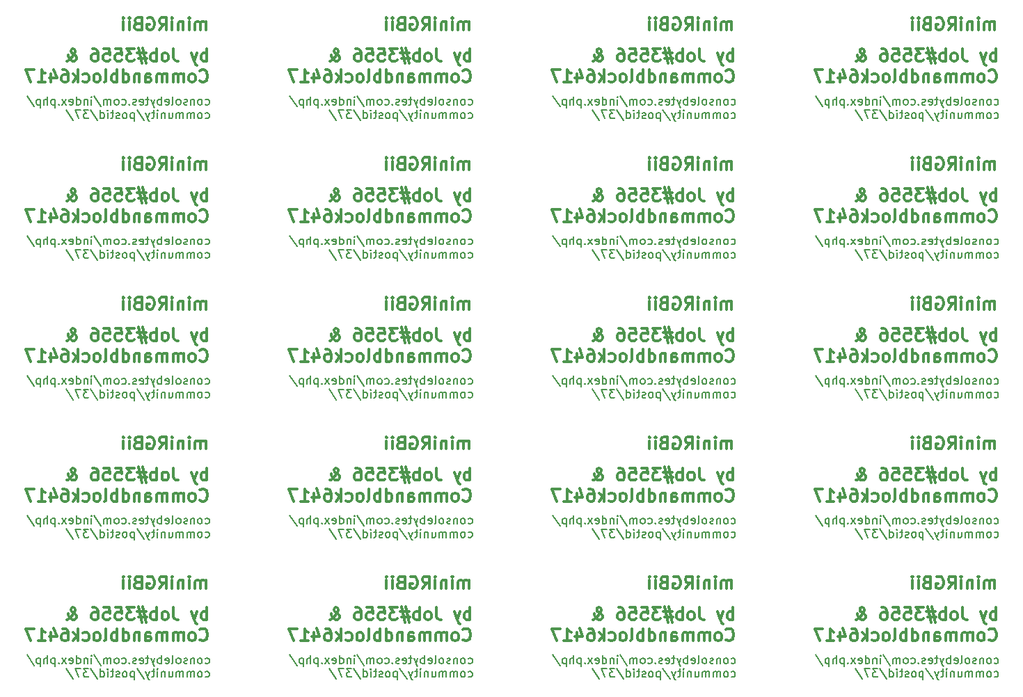
<source format=gbr>
G04 #@! TF.GenerationSoftware,KiCad,Pcbnew,(5.1.5-0-10_14)*
G04 #@! TF.CreationDate,2020-08-30T00:05:12+03:00*
G04 #@! TF.ProjectId,miniRGBii,6d696e69-5247-4426-9969-2e6b69636164,rev?*
G04 #@! TF.SameCoordinates,Original*
G04 #@! TF.FileFunction,Legend,Bot*
G04 #@! TF.FilePolarity,Positive*
%FSLAX46Y46*%
G04 Gerber Fmt 4.6, Leading zero omitted, Abs format (unit mm)*
G04 Created by KiCad (PCBNEW (5.1.5-0-10_14)) date 2020-08-30 00:05:12*
%MOMM*%
%LPD*%
G04 APERTURE LIST*
%ADD10C,0.300000*%
%ADD11C,0.150000*%
G04 APERTURE END LIST*
D10*
X308172857Y-128363571D02*
X308172857Y-126863571D01*
X308172857Y-127435000D02*
X308030000Y-127363571D01*
X307744285Y-127363571D01*
X307601428Y-127435000D01*
X307530000Y-127506428D01*
X307458571Y-127649285D01*
X307458571Y-128077857D01*
X307530000Y-128220714D01*
X307601428Y-128292142D01*
X307744285Y-128363571D01*
X308030000Y-128363571D01*
X308172857Y-128292142D01*
X306958571Y-127363571D02*
X306601428Y-128363571D01*
X306244285Y-127363571D02*
X306601428Y-128363571D01*
X306744285Y-128720714D01*
X306815714Y-128792142D01*
X306958571Y-128863571D01*
X304101428Y-126863571D02*
X304101428Y-127935000D01*
X304172857Y-128149285D01*
X304315714Y-128292142D01*
X304530000Y-128363571D01*
X304672857Y-128363571D01*
X303172857Y-128363571D02*
X303315714Y-128292142D01*
X303387142Y-128220714D01*
X303458571Y-128077857D01*
X303458571Y-127649285D01*
X303387142Y-127506428D01*
X303315714Y-127435000D01*
X303172857Y-127363571D01*
X302958571Y-127363571D01*
X302815714Y-127435000D01*
X302744285Y-127506428D01*
X302672857Y-127649285D01*
X302672857Y-128077857D01*
X302744285Y-128220714D01*
X302815714Y-128292142D01*
X302958571Y-128363571D01*
X303172857Y-128363571D01*
X302030000Y-128363571D02*
X302030000Y-126863571D01*
X302030000Y-127435000D02*
X301887142Y-127363571D01*
X301601428Y-127363571D01*
X301458571Y-127435000D01*
X301387142Y-127506428D01*
X301315714Y-127649285D01*
X301315714Y-128077857D01*
X301387142Y-128220714D01*
X301458571Y-128292142D01*
X301601428Y-128363571D01*
X301887142Y-128363571D01*
X302030000Y-128292142D01*
X300744285Y-127363571D02*
X299672857Y-127363571D01*
X300315714Y-126720714D02*
X300744285Y-128649285D01*
X299815714Y-128006428D02*
X300887142Y-128006428D01*
X300244285Y-128649285D02*
X299815714Y-126720714D01*
X299315714Y-126863571D02*
X298387142Y-126863571D01*
X298887142Y-127435000D01*
X298672857Y-127435000D01*
X298530000Y-127506428D01*
X298458571Y-127577857D01*
X298387142Y-127720714D01*
X298387142Y-128077857D01*
X298458571Y-128220714D01*
X298530000Y-128292142D01*
X298672857Y-128363571D01*
X299101428Y-128363571D01*
X299244285Y-128292142D01*
X299315714Y-128220714D01*
X297030000Y-126863571D02*
X297744285Y-126863571D01*
X297815714Y-127577857D01*
X297744285Y-127506428D01*
X297601428Y-127435000D01*
X297244285Y-127435000D01*
X297101428Y-127506428D01*
X297030000Y-127577857D01*
X296958571Y-127720714D01*
X296958571Y-128077857D01*
X297030000Y-128220714D01*
X297101428Y-128292142D01*
X297244285Y-128363571D01*
X297601428Y-128363571D01*
X297744285Y-128292142D01*
X297815714Y-128220714D01*
X295601428Y-126863571D02*
X296315714Y-126863571D01*
X296387142Y-127577857D01*
X296315714Y-127506428D01*
X296172857Y-127435000D01*
X295815714Y-127435000D01*
X295672857Y-127506428D01*
X295601428Y-127577857D01*
X295530000Y-127720714D01*
X295530000Y-128077857D01*
X295601428Y-128220714D01*
X295672857Y-128292142D01*
X295815714Y-128363571D01*
X296172857Y-128363571D01*
X296315714Y-128292142D01*
X296387142Y-128220714D01*
X294244285Y-126863571D02*
X294530000Y-126863571D01*
X294672857Y-126935000D01*
X294744285Y-127006428D01*
X294887142Y-127220714D01*
X294958571Y-127506428D01*
X294958571Y-128077857D01*
X294887142Y-128220714D01*
X294815714Y-128292142D01*
X294672857Y-128363571D01*
X294387142Y-128363571D01*
X294244285Y-128292142D01*
X294172857Y-128220714D01*
X294101428Y-128077857D01*
X294101428Y-127720714D01*
X294172857Y-127577857D01*
X294244285Y-127506428D01*
X294387142Y-127435000D01*
X294672857Y-127435000D01*
X294815714Y-127506428D01*
X294887142Y-127577857D01*
X294958571Y-127720714D01*
X291101428Y-128363571D02*
X291172857Y-128363571D01*
X291315714Y-128292142D01*
X291530000Y-128077857D01*
X291887142Y-127649285D01*
X292030000Y-127435000D01*
X292101428Y-127220714D01*
X292101428Y-127077857D01*
X292030000Y-126935000D01*
X291887142Y-126863571D01*
X291815714Y-126863571D01*
X291672857Y-126935000D01*
X291601428Y-127077857D01*
X291601428Y-127149285D01*
X291672857Y-127292142D01*
X291744285Y-127363571D01*
X292172857Y-127649285D01*
X292244285Y-127720714D01*
X292315714Y-127863571D01*
X292315714Y-128077857D01*
X292244285Y-128220714D01*
X292172857Y-128292142D01*
X292030000Y-128363571D01*
X291815714Y-128363571D01*
X291672857Y-128292142D01*
X291601428Y-128220714D01*
X291387142Y-127935000D01*
X291315714Y-127720714D01*
X291315714Y-127577857D01*
X307315714Y-130770714D02*
X307387142Y-130842142D01*
X307601428Y-130913571D01*
X307744285Y-130913571D01*
X307958571Y-130842142D01*
X308101428Y-130699285D01*
X308172857Y-130556428D01*
X308244285Y-130270714D01*
X308244285Y-130056428D01*
X308172857Y-129770714D01*
X308101428Y-129627857D01*
X307958571Y-129485000D01*
X307744285Y-129413571D01*
X307601428Y-129413571D01*
X307387142Y-129485000D01*
X307315714Y-129556428D01*
X306458571Y-130913571D02*
X306601428Y-130842142D01*
X306672857Y-130770714D01*
X306744285Y-130627857D01*
X306744285Y-130199285D01*
X306672857Y-130056428D01*
X306601428Y-129985000D01*
X306458571Y-129913571D01*
X306244285Y-129913571D01*
X306101428Y-129985000D01*
X306030000Y-130056428D01*
X305958571Y-130199285D01*
X305958571Y-130627857D01*
X306030000Y-130770714D01*
X306101428Y-130842142D01*
X306244285Y-130913571D01*
X306458571Y-130913571D01*
X305315714Y-130913571D02*
X305315714Y-129913571D01*
X305315714Y-130056428D02*
X305244285Y-129985000D01*
X305101428Y-129913571D01*
X304887142Y-129913571D01*
X304744285Y-129985000D01*
X304672857Y-130127857D01*
X304672857Y-130913571D01*
X304672857Y-130127857D02*
X304601428Y-129985000D01*
X304458571Y-129913571D01*
X304244285Y-129913571D01*
X304101428Y-129985000D01*
X304030000Y-130127857D01*
X304030000Y-130913571D01*
X303315714Y-130913571D02*
X303315714Y-129913571D01*
X303315714Y-130056428D02*
X303244285Y-129985000D01*
X303101428Y-129913571D01*
X302887142Y-129913571D01*
X302744285Y-129985000D01*
X302672857Y-130127857D01*
X302672857Y-130913571D01*
X302672857Y-130127857D02*
X302601428Y-129985000D01*
X302458571Y-129913571D01*
X302244285Y-129913571D01*
X302101428Y-129985000D01*
X302030000Y-130127857D01*
X302030000Y-130913571D01*
X300672857Y-130913571D02*
X300672857Y-130127857D01*
X300744285Y-129985000D01*
X300887142Y-129913571D01*
X301172857Y-129913571D01*
X301315714Y-129985000D01*
X300672857Y-130842142D02*
X300815714Y-130913571D01*
X301172857Y-130913571D01*
X301315714Y-130842142D01*
X301387142Y-130699285D01*
X301387142Y-130556428D01*
X301315714Y-130413571D01*
X301172857Y-130342142D01*
X300815714Y-130342142D01*
X300672857Y-130270714D01*
X299958571Y-129913571D02*
X299958571Y-130913571D01*
X299958571Y-130056428D02*
X299887142Y-129985000D01*
X299744285Y-129913571D01*
X299530000Y-129913571D01*
X299387142Y-129985000D01*
X299315714Y-130127857D01*
X299315714Y-130913571D01*
X297958571Y-130913571D02*
X297958571Y-129413571D01*
X297958571Y-130842142D02*
X298101428Y-130913571D01*
X298387142Y-130913571D01*
X298530000Y-130842142D01*
X298601428Y-130770714D01*
X298672857Y-130627857D01*
X298672857Y-130199285D01*
X298601428Y-130056428D01*
X298530000Y-129985000D01*
X298387142Y-129913571D01*
X298101428Y-129913571D01*
X297958571Y-129985000D01*
X297244285Y-130913571D02*
X297244285Y-129413571D01*
X297244285Y-129985000D02*
X297101428Y-129913571D01*
X296815714Y-129913571D01*
X296672857Y-129985000D01*
X296601428Y-130056428D01*
X296530000Y-130199285D01*
X296530000Y-130627857D01*
X296601428Y-130770714D01*
X296672857Y-130842142D01*
X296815714Y-130913571D01*
X297101428Y-130913571D01*
X297244285Y-130842142D01*
X295672857Y-130913571D02*
X295815714Y-130842142D01*
X295887142Y-130699285D01*
X295887142Y-129413571D01*
X294887142Y-130913571D02*
X295030000Y-130842142D01*
X295101428Y-130770714D01*
X295172857Y-130627857D01*
X295172857Y-130199285D01*
X295101428Y-130056428D01*
X295030000Y-129985000D01*
X294887142Y-129913571D01*
X294672857Y-129913571D01*
X294530000Y-129985000D01*
X294458571Y-130056428D01*
X294387142Y-130199285D01*
X294387142Y-130627857D01*
X294458571Y-130770714D01*
X294530000Y-130842142D01*
X294672857Y-130913571D01*
X294887142Y-130913571D01*
X293101428Y-130842142D02*
X293244285Y-130913571D01*
X293530000Y-130913571D01*
X293672857Y-130842142D01*
X293744285Y-130770714D01*
X293815714Y-130627857D01*
X293815714Y-130199285D01*
X293744285Y-130056428D01*
X293672857Y-129985000D01*
X293530000Y-129913571D01*
X293244285Y-129913571D01*
X293101428Y-129985000D01*
X292458571Y-130913571D02*
X292458571Y-129413571D01*
X292315714Y-130342142D02*
X291887142Y-130913571D01*
X291887142Y-129913571D02*
X292458571Y-130485000D01*
X290601428Y-129413571D02*
X290887142Y-129413571D01*
X291030000Y-129485000D01*
X291101428Y-129556428D01*
X291244285Y-129770714D01*
X291315714Y-130056428D01*
X291315714Y-130627857D01*
X291244285Y-130770714D01*
X291172857Y-130842142D01*
X291030000Y-130913571D01*
X290744285Y-130913571D01*
X290601428Y-130842142D01*
X290530000Y-130770714D01*
X290458571Y-130627857D01*
X290458571Y-130270714D01*
X290530000Y-130127857D01*
X290601428Y-130056428D01*
X290744285Y-129985000D01*
X291030000Y-129985000D01*
X291172857Y-130056428D01*
X291244285Y-130127857D01*
X291315714Y-130270714D01*
X289172857Y-129913571D02*
X289172857Y-130913571D01*
X289530000Y-129342142D02*
X289887142Y-130413571D01*
X288958571Y-130413571D01*
X287601428Y-130913571D02*
X288458571Y-130913571D01*
X288030000Y-130913571D02*
X288030000Y-129413571D01*
X288172857Y-129627857D01*
X288315714Y-129770714D01*
X288458571Y-129842142D01*
X287101428Y-129413571D02*
X286101428Y-129413571D01*
X286744285Y-130913571D01*
X276172857Y-128363571D02*
X276172857Y-126863571D01*
X276172857Y-127435000D02*
X276030000Y-127363571D01*
X275744285Y-127363571D01*
X275601428Y-127435000D01*
X275530000Y-127506428D01*
X275458571Y-127649285D01*
X275458571Y-128077857D01*
X275530000Y-128220714D01*
X275601428Y-128292142D01*
X275744285Y-128363571D01*
X276030000Y-128363571D01*
X276172857Y-128292142D01*
X274958571Y-127363571D02*
X274601428Y-128363571D01*
X274244285Y-127363571D02*
X274601428Y-128363571D01*
X274744285Y-128720714D01*
X274815714Y-128792142D01*
X274958571Y-128863571D01*
X272101428Y-126863571D02*
X272101428Y-127935000D01*
X272172857Y-128149285D01*
X272315714Y-128292142D01*
X272530000Y-128363571D01*
X272672857Y-128363571D01*
X271172857Y-128363571D02*
X271315714Y-128292142D01*
X271387142Y-128220714D01*
X271458571Y-128077857D01*
X271458571Y-127649285D01*
X271387142Y-127506428D01*
X271315714Y-127435000D01*
X271172857Y-127363571D01*
X270958571Y-127363571D01*
X270815714Y-127435000D01*
X270744285Y-127506428D01*
X270672857Y-127649285D01*
X270672857Y-128077857D01*
X270744285Y-128220714D01*
X270815714Y-128292142D01*
X270958571Y-128363571D01*
X271172857Y-128363571D01*
X270030000Y-128363571D02*
X270030000Y-126863571D01*
X270030000Y-127435000D02*
X269887142Y-127363571D01*
X269601428Y-127363571D01*
X269458571Y-127435000D01*
X269387142Y-127506428D01*
X269315714Y-127649285D01*
X269315714Y-128077857D01*
X269387142Y-128220714D01*
X269458571Y-128292142D01*
X269601428Y-128363571D01*
X269887142Y-128363571D01*
X270030000Y-128292142D01*
X268744285Y-127363571D02*
X267672857Y-127363571D01*
X268315714Y-126720714D02*
X268744285Y-128649285D01*
X267815714Y-128006428D02*
X268887142Y-128006428D01*
X268244285Y-128649285D02*
X267815714Y-126720714D01*
X267315714Y-126863571D02*
X266387142Y-126863571D01*
X266887142Y-127435000D01*
X266672857Y-127435000D01*
X266530000Y-127506428D01*
X266458571Y-127577857D01*
X266387142Y-127720714D01*
X266387142Y-128077857D01*
X266458571Y-128220714D01*
X266530000Y-128292142D01*
X266672857Y-128363571D01*
X267101428Y-128363571D01*
X267244285Y-128292142D01*
X267315714Y-128220714D01*
X265030000Y-126863571D02*
X265744285Y-126863571D01*
X265815714Y-127577857D01*
X265744285Y-127506428D01*
X265601428Y-127435000D01*
X265244285Y-127435000D01*
X265101428Y-127506428D01*
X265030000Y-127577857D01*
X264958571Y-127720714D01*
X264958571Y-128077857D01*
X265030000Y-128220714D01*
X265101428Y-128292142D01*
X265244285Y-128363571D01*
X265601428Y-128363571D01*
X265744285Y-128292142D01*
X265815714Y-128220714D01*
X263601428Y-126863571D02*
X264315714Y-126863571D01*
X264387142Y-127577857D01*
X264315714Y-127506428D01*
X264172857Y-127435000D01*
X263815714Y-127435000D01*
X263672857Y-127506428D01*
X263601428Y-127577857D01*
X263530000Y-127720714D01*
X263530000Y-128077857D01*
X263601428Y-128220714D01*
X263672857Y-128292142D01*
X263815714Y-128363571D01*
X264172857Y-128363571D01*
X264315714Y-128292142D01*
X264387142Y-128220714D01*
X262244285Y-126863571D02*
X262530000Y-126863571D01*
X262672857Y-126935000D01*
X262744285Y-127006428D01*
X262887142Y-127220714D01*
X262958571Y-127506428D01*
X262958571Y-128077857D01*
X262887142Y-128220714D01*
X262815714Y-128292142D01*
X262672857Y-128363571D01*
X262387142Y-128363571D01*
X262244285Y-128292142D01*
X262172857Y-128220714D01*
X262101428Y-128077857D01*
X262101428Y-127720714D01*
X262172857Y-127577857D01*
X262244285Y-127506428D01*
X262387142Y-127435000D01*
X262672857Y-127435000D01*
X262815714Y-127506428D01*
X262887142Y-127577857D01*
X262958571Y-127720714D01*
X259101428Y-128363571D02*
X259172857Y-128363571D01*
X259315714Y-128292142D01*
X259530000Y-128077857D01*
X259887142Y-127649285D01*
X260030000Y-127435000D01*
X260101428Y-127220714D01*
X260101428Y-127077857D01*
X260030000Y-126935000D01*
X259887142Y-126863571D01*
X259815714Y-126863571D01*
X259672857Y-126935000D01*
X259601428Y-127077857D01*
X259601428Y-127149285D01*
X259672857Y-127292142D01*
X259744285Y-127363571D01*
X260172857Y-127649285D01*
X260244285Y-127720714D01*
X260315714Y-127863571D01*
X260315714Y-128077857D01*
X260244285Y-128220714D01*
X260172857Y-128292142D01*
X260030000Y-128363571D01*
X259815714Y-128363571D01*
X259672857Y-128292142D01*
X259601428Y-128220714D01*
X259387142Y-127935000D01*
X259315714Y-127720714D01*
X259315714Y-127577857D01*
X275315714Y-130770714D02*
X275387142Y-130842142D01*
X275601428Y-130913571D01*
X275744285Y-130913571D01*
X275958571Y-130842142D01*
X276101428Y-130699285D01*
X276172857Y-130556428D01*
X276244285Y-130270714D01*
X276244285Y-130056428D01*
X276172857Y-129770714D01*
X276101428Y-129627857D01*
X275958571Y-129485000D01*
X275744285Y-129413571D01*
X275601428Y-129413571D01*
X275387142Y-129485000D01*
X275315714Y-129556428D01*
X274458571Y-130913571D02*
X274601428Y-130842142D01*
X274672857Y-130770714D01*
X274744285Y-130627857D01*
X274744285Y-130199285D01*
X274672857Y-130056428D01*
X274601428Y-129985000D01*
X274458571Y-129913571D01*
X274244285Y-129913571D01*
X274101428Y-129985000D01*
X274030000Y-130056428D01*
X273958571Y-130199285D01*
X273958571Y-130627857D01*
X274030000Y-130770714D01*
X274101428Y-130842142D01*
X274244285Y-130913571D01*
X274458571Y-130913571D01*
X273315714Y-130913571D02*
X273315714Y-129913571D01*
X273315714Y-130056428D02*
X273244285Y-129985000D01*
X273101428Y-129913571D01*
X272887142Y-129913571D01*
X272744285Y-129985000D01*
X272672857Y-130127857D01*
X272672857Y-130913571D01*
X272672857Y-130127857D02*
X272601428Y-129985000D01*
X272458571Y-129913571D01*
X272244285Y-129913571D01*
X272101428Y-129985000D01*
X272030000Y-130127857D01*
X272030000Y-130913571D01*
X271315714Y-130913571D02*
X271315714Y-129913571D01*
X271315714Y-130056428D02*
X271244285Y-129985000D01*
X271101428Y-129913571D01*
X270887142Y-129913571D01*
X270744285Y-129985000D01*
X270672857Y-130127857D01*
X270672857Y-130913571D01*
X270672857Y-130127857D02*
X270601428Y-129985000D01*
X270458571Y-129913571D01*
X270244285Y-129913571D01*
X270101428Y-129985000D01*
X270030000Y-130127857D01*
X270030000Y-130913571D01*
X268672857Y-130913571D02*
X268672857Y-130127857D01*
X268744285Y-129985000D01*
X268887142Y-129913571D01*
X269172857Y-129913571D01*
X269315714Y-129985000D01*
X268672857Y-130842142D02*
X268815714Y-130913571D01*
X269172857Y-130913571D01*
X269315714Y-130842142D01*
X269387142Y-130699285D01*
X269387142Y-130556428D01*
X269315714Y-130413571D01*
X269172857Y-130342142D01*
X268815714Y-130342142D01*
X268672857Y-130270714D01*
X267958571Y-129913571D02*
X267958571Y-130913571D01*
X267958571Y-130056428D02*
X267887142Y-129985000D01*
X267744285Y-129913571D01*
X267530000Y-129913571D01*
X267387142Y-129985000D01*
X267315714Y-130127857D01*
X267315714Y-130913571D01*
X265958571Y-130913571D02*
X265958571Y-129413571D01*
X265958571Y-130842142D02*
X266101428Y-130913571D01*
X266387142Y-130913571D01*
X266530000Y-130842142D01*
X266601428Y-130770714D01*
X266672857Y-130627857D01*
X266672857Y-130199285D01*
X266601428Y-130056428D01*
X266530000Y-129985000D01*
X266387142Y-129913571D01*
X266101428Y-129913571D01*
X265958571Y-129985000D01*
X265244285Y-130913571D02*
X265244285Y-129413571D01*
X265244285Y-129985000D02*
X265101428Y-129913571D01*
X264815714Y-129913571D01*
X264672857Y-129985000D01*
X264601428Y-130056428D01*
X264530000Y-130199285D01*
X264530000Y-130627857D01*
X264601428Y-130770714D01*
X264672857Y-130842142D01*
X264815714Y-130913571D01*
X265101428Y-130913571D01*
X265244285Y-130842142D01*
X263672857Y-130913571D02*
X263815714Y-130842142D01*
X263887142Y-130699285D01*
X263887142Y-129413571D01*
X262887142Y-130913571D02*
X263030000Y-130842142D01*
X263101428Y-130770714D01*
X263172857Y-130627857D01*
X263172857Y-130199285D01*
X263101428Y-130056428D01*
X263030000Y-129985000D01*
X262887142Y-129913571D01*
X262672857Y-129913571D01*
X262530000Y-129985000D01*
X262458571Y-130056428D01*
X262387142Y-130199285D01*
X262387142Y-130627857D01*
X262458571Y-130770714D01*
X262530000Y-130842142D01*
X262672857Y-130913571D01*
X262887142Y-130913571D01*
X261101428Y-130842142D02*
X261244285Y-130913571D01*
X261530000Y-130913571D01*
X261672857Y-130842142D01*
X261744285Y-130770714D01*
X261815714Y-130627857D01*
X261815714Y-130199285D01*
X261744285Y-130056428D01*
X261672857Y-129985000D01*
X261530000Y-129913571D01*
X261244285Y-129913571D01*
X261101428Y-129985000D01*
X260458571Y-130913571D02*
X260458571Y-129413571D01*
X260315714Y-130342142D02*
X259887142Y-130913571D01*
X259887142Y-129913571D02*
X260458571Y-130485000D01*
X258601428Y-129413571D02*
X258887142Y-129413571D01*
X259030000Y-129485000D01*
X259101428Y-129556428D01*
X259244285Y-129770714D01*
X259315714Y-130056428D01*
X259315714Y-130627857D01*
X259244285Y-130770714D01*
X259172857Y-130842142D01*
X259030000Y-130913571D01*
X258744285Y-130913571D01*
X258601428Y-130842142D01*
X258530000Y-130770714D01*
X258458571Y-130627857D01*
X258458571Y-130270714D01*
X258530000Y-130127857D01*
X258601428Y-130056428D01*
X258744285Y-129985000D01*
X259030000Y-129985000D01*
X259172857Y-130056428D01*
X259244285Y-130127857D01*
X259315714Y-130270714D01*
X257172857Y-129913571D02*
X257172857Y-130913571D01*
X257530000Y-129342142D02*
X257887142Y-130413571D01*
X256958571Y-130413571D01*
X255601428Y-130913571D02*
X256458571Y-130913571D01*
X256030000Y-130913571D02*
X256030000Y-129413571D01*
X256172857Y-129627857D01*
X256315714Y-129770714D01*
X256458571Y-129842142D01*
X255101428Y-129413571D02*
X254101428Y-129413571D01*
X254744285Y-130913571D01*
X244172857Y-128363571D02*
X244172857Y-126863571D01*
X244172857Y-127435000D02*
X244030000Y-127363571D01*
X243744285Y-127363571D01*
X243601428Y-127435000D01*
X243530000Y-127506428D01*
X243458571Y-127649285D01*
X243458571Y-128077857D01*
X243530000Y-128220714D01*
X243601428Y-128292142D01*
X243744285Y-128363571D01*
X244030000Y-128363571D01*
X244172857Y-128292142D01*
X242958571Y-127363571D02*
X242601428Y-128363571D01*
X242244285Y-127363571D02*
X242601428Y-128363571D01*
X242744285Y-128720714D01*
X242815714Y-128792142D01*
X242958571Y-128863571D01*
X240101428Y-126863571D02*
X240101428Y-127935000D01*
X240172857Y-128149285D01*
X240315714Y-128292142D01*
X240530000Y-128363571D01*
X240672857Y-128363571D01*
X239172857Y-128363571D02*
X239315714Y-128292142D01*
X239387142Y-128220714D01*
X239458571Y-128077857D01*
X239458571Y-127649285D01*
X239387142Y-127506428D01*
X239315714Y-127435000D01*
X239172857Y-127363571D01*
X238958571Y-127363571D01*
X238815714Y-127435000D01*
X238744285Y-127506428D01*
X238672857Y-127649285D01*
X238672857Y-128077857D01*
X238744285Y-128220714D01*
X238815714Y-128292142D01*
X238958571Y-128363571D01*
X239172857Y-128363571D01*
X238030000Y-128363571D02*
X238030000Y-126863571D01*
X238030000Y-127435000D02*
X237887142Y-127363571D01*
X237601428Y-127363571D01*
X237458571Y-127435000D01*
X237387142Y-127506428D01*
X237315714Y-127649285D01*
X237315714Y-128077857D01*
X237387142Y-128220714D01*
X237458571Y-128292142D01*
X237601428Y-128363571D01*
X237887142Y-128363571D01*
X238030000Y-128292142D01*
X236744285Y-127363571D02*
X235672857Y-127363571D01*
X236315714Y-126720714D02*
X236744285Y-128649285D01*
X235815714Y-128006428D02*
X236887142Y-128006428D01*
X236244285Y-128649285D02*
X235815714Y-126720714D01*
X235315714Y-126863571D02*
X234387142Y-126863571D01*
X234887142Y-127435000D01*
X234672857Y-127435000D01*
X234530000Y-127506428D01*
X234458571Y-127577857D01*
X234387142Y-127720714D01*
X234387142Y-128077857D01*
X234458571Y-128220714D01*
X234530000Y-128292142D01*
X234672857Y-128363571D01*
X235101428Y-128363571D01*
X235244285Y-128292142D01*
X235315714Y-128220714D01*
X233030000Y-126863571D02*
X233744285Y-126863571D01*
X233815714Y-127577857D01*
X233744285Y-127506428D01*
X233601428Y-127435000D01*
X233244285Y-127435000D01*
X233101428Y-127506428D01*
X233030000Y-127577857D01*
X232958571Y-127720714D01*
X232958571Y-128077857D01*
X233030000Y-128220714D01*
X233101428Y-128292142D01*
X233244285Y-128363571D01*
X233601428Y-128363571D01*
X233744285Y-128292142D01*
X233815714Y-128220714D01*
X231601428Y-126863571D02*
X232315714Y-126863571D01*
X232387142Y-127577857D01*
X232315714Y-127506428D01*
X232172857Y-127435000D01*
X231815714Y-127435000D01*
X231672857Y-127506428D01*
X231601428Y-127577857D01*
X231530000Y-127720714D01*
X231530000Y-128077857D01*
X231601428Y-128220714D01*
X231672857Y-128292142D01*
X231815714Y-128363571D01*
X232172857Y-128363571D01*
X232315714Y-128292142D01*
X232387142Y-128220714D01*
X230244285Y-126863571D02*
X230530000Y-126863571D01*
X230672857Y-126935000D01*
X230744285Y-127006428D01*
X230887142Y-127220714D01*
X230958571Y-127506428D01*
X230958571Y-128077857D01*
X230887142Y-128220714D01*
X230815714Y-128292142D01*
X230672857Y-128363571D01*
X230387142Y-128363571D01*
X230244285Y-128292142D01*
X230172857Y-128220714D01*
X230101428Y-128077857D01*
X230101428Y-127720714D01*
X230172857Y-127577857D01*
X230244285Y-127506428D01*
X230387142Y-127435000D01*
X230672857Y-127435000D01*
X230815714Y-127506428D01*
X230887142Y-127577857D01*
X230958571Y-127720714D01*
X227101428Y-128363571D02*
X227172857Y-128363571D01*
X227315714Y-128292142D01*
X227530000Y-128077857D01*
X227887142Y-127649285D01*
X228030000Y-127435000D01*
X228101428Y-127220714D01*
X228101428Y-127077857D01*
X228030000Y-126935000D01*
X227887142Y-126863571D01*
X227815714Y-126863571D01*
X227672857Y-126935000D01*
X227601428Y-127077857D01*
X227601428Y-127149285D01*
X227672857Y-127292142D01*
X227744285Y-127363571D01*
X228172857Y-127649285D01*
X228244285Y-127720714D01*
X228315714Y-127863571D01*
X228315714Y-128077857D01*
X228244285Y-128220714D01*
X228172857Y-128292142D01*
X228030000Y-128363571D01*
X227815714Y-128363571D01*
X227672857Y-128292142D01*
X227601428Y-128220714D01*
X227387142Y-127935000D01*
X227315714Y-127720714D01*
X227315714Y-127577857D01*
X243315714Y-130770714D02*
X243387142Y-130842142D01*
X243601428Y-130913571D01*
X243744285Y-130913571D01*
X243958571Y-130842142D01*
X244101428Y-130699285D01*
X244172857Y-130556428D01*
X244244285Y-130270714D01*
X244244285Y-130056428D01*
X244172857Y-129770714D01*
X244101428Y-129627857D01*
X243958571Y-129485000D01*
X243744285Y-129413571D01*
X243601428Y-129413571D01*
X243387142Y-129485000D01*
X243315714Y-129556428D01*
X242458571Y-130913571D02*
X242601428Y-130842142D01*
X242672857Y-130770714D01*
X242744285Y-130627857D01*
X242744285Y-130199285D01*
X242672857Y-130056428D01*
X242601428Y-129985000D01*
X242458571Y-129913571D01*
X242244285Y-129913571D01*
X242101428Y-129985000D01*
X242030000Y-130056428D01*
X241958571Y-130199285D01*
X241958571Y-130627857D01*
X242030000Y-130770714D01*
X242101428Y-130842142D01*
X242244285Y-130913571D01*
X242458571Y-130913571D01*
X241315714Y-130913571D02*
X241315714Y-129913571D01*
X241315714Y-130056428D02*
X241244285Y-129985000D01*
X241101428Y-129913571D01*
X240887142Y-129913571D01*
X240744285Y-129985000D01*
X240672857Y-130127857D01*
X240672857Y-130913571D01*
X240672857Y-130127857D02*
X240601428Y-129985000D01*
X240458571Y-129913571D01*
X240244285Y-129913571D01*
X240101428Y-129985000D01*
X240030000Y-130127857D01*
X240030000Y-130913571D01*
X239315714Y-130913571D02*
X239315714Y-129913571D01*
X239315714Y-130056428D02*
X239244285Y-129985000D01*
X239101428Y-129913571D01*
X238887142Y-129913571D01*
X238744285Y-129985000D01*
X238672857Y-130127857D01*
X238672857Y-130913571D01*
X238672857Y-130127857D02*
X238601428Y-129985000D01*
X238458571Y-129913571D01*
X238244285Y-129913571D01*
X238101428Y-129985000D01*
X238030000Y-130127857D01*
X238030000Y-130913571D01*
X236672857Y-130913571D02*
X236672857Y-130127857D01*
X236744285Y-129985000D01*
X236887142Y-129913571D01*
X237172857Y-129913571D01*
X237315714Y-129985000D01*
X236672857Y-130842142D02*
X236815714Y-130913571D01*
X237172857Y-130913571D01*
X237315714Y-130842142D01*
X237387142Y-130699285D01*
X237387142Y-130556428D01*
X237315714Y-130413571D01*
X237172857Y-130342142D01*
X236815714Y-130342142D01*
X236672857Y-130270714D01*
X235958571Y-129913571D02*
X235958571Y-130913571D01*
X235958571Y-130056428D02*
X235887142Y-129985000D01*
X235744285Y-129913571D01*
X235530000Y-129913571D01*
X235387142Y-129985000D01*
X235315714Y-130127857D01*
X235315714Y-130913571D01*
X233958571Y-130913571D02*
X233958571Y-129413571D01*
X233958571Y-130842142D02*
X234101428Y-130913571D01*
X234387142Y-130913571D01*
X234530000Y-130842142D01*
X234601428Y-130770714D01*
X234672857Y-130627857D01*
X234672857Y-130199285D01*
X234601428Y-130056428D01*
X234530000Y-129985000D01*
X234387142Y-129913571D01*
X234101428Y-129913571D01*
X233958571Y-129985000D01*
X233244285Y-130913571D02*
X233244285Y-129413571D01*
X233244285Y-129985000D02*
X233101428Y-129913571D01*
X232815714Y-129913571D01*
X232672857Y-129985000D01*
X232601428Y-130056428D01*
X232530000Y-130199285D01*
X232530000Y-130627857D01*
X232601428Y-130770714D01*
X232672857Y-130842142D01*
X232815714Y-130913571D01*
X233101428Y-130913571D01*
X233244285Y-130842142D01*
X231672857Y-130913571D02*
X231815714Y-130842142D01*
X231887142Y-130699285D01*
X231887142Y-129413571D01*
X230887142Y-130913571D02*
X231030000Y-130842142D01*
X231101428Y-130770714D01*
X231172857Y-130627857D01*
X231172857Y-130199285D01*
X231101428Y-130056428D01*
X231030000Y-129985000D01*
X230887142Y-129913571D01*
X230672857Y-129913571D01*
X230530000Y-129985000D01*
X230458571Y-130056428D01*
X230387142Y-130199285D01*
X230387142Y-130627857D01*
X230458571Y-130770714D01*
X230530000Y-130842142D01*
X230672857Y-130913571D01*
X230887142Y-130913571D01*
X229101428Y-130842142D02*
X229244285Y-130913571D01*
X229530000Y-130913571D01*
X229672857Y-130842142D01*
X229744285Y-130770714D01*
X229815714Y-130627857D01*
X229815714Y-130199285D01*
X229744285Y-130056428D01*
X229672857Y-129985000D01*
X229530000Y-129913571D01*
X229244285Y-129913571D01*
X229101428Y-129985000D01*
X228458571Y-130913571D02*
X228458571Y-129413571D01*
X228315714Y-130342142D02*
X227887142Y-130913571D01*
X227887142Y-129913571D02*
X228458571Y-130485000D01*
X226601428Y-129413571D02*
X226887142Y-129413571D01*
X227030000Y-129485000D01*
X227101428Y-129556428D01*
X227244285Y-129770714D01*
X227315714Y-130056428D01*
X227315714Y-130627857D01*
X227244285Y-130770714D01*
X227172857Y-130842142D01*
X227030000Y-130913571D01*
X226744285Y-130913571D01*
X226601428Y-130842142D01*
X226530000Y-130770714D01*
X226458571Y-130627857D01*
X226458571Y-130270714D01*
X226530000Y-130127857D01*
X226601428Y-130056428D01*
X226744285Y-129985000D01*
X227030000Y-129985000D01*
X227172857Y-130056428D01*
X227244285Y-130127857D01*
X227315714Y-130270714D01*
X225172857Y-129913571D02*
X225172857Y-130913571D01*
X225530000Y-129342142D02*
X225887142Y-130413571D01*
X224958571Y-130413571D01*
X223601428Y-130913571D02*
X224458571Y-130913571D01*
X224030000Y-130913571D02*
X224030000Y-129413571D01*
X224172857Y-129627857D01*
X224315714Y-129770714D01*
X224458571Y-129842142D01*
X223101428Y-129413571D02*
X222101428Y-129413571D01*
X222744285Y-130913571D01*
X212172857Y-128363571D02*
X212172857Y-126863571D01*
X212172857Y-127435000D02*
X212030000Y-127363571D01*
X211744285Y-127363571D01*
X211601428Y-127435000D01*
X211530000Y-127506428D01*
X211458571Y-127649285D01*
X211458571Y-128077857D01*
X211530000Y-128220714D01*
X211601428Y-128292142D01*
X211744285Y-128363571D01*
X212030000Y-128363571D01*
X212172857Y-128292142D01*
X210958571Y-127363571D02*
X210601428Y-128363571D01*
X210244285Y-127363571D02*
X210601428Y-128363571D01*
X210744285Y-128720714D01*
X210815714Y-128792142D01*
X210958571Y-128863571D01*
X208101428Y-126863571D02*
X208101428Y-127935000D01*
X208172857Y-128149285D01*
X208315714Y-128292142D01*
X208530000Y-128363571D01*
X208672857Y-128363571D01*
X207172857Y-128363571D02*
X207315714Y-128292142D01*
X207387142Y-128220714D01*
X207458571Y-128077857D01*
X207458571Y-127649285D01*
X207387142Y-127506428D01*
X207315714Y-127435000D01*
X207172857Y-127363571D01*
X206958571Y-127363571D01*
X206815714Y-127435000D01*
X206744285Y-127506428D01*
X206672857Y-127649285D01*
X206672857Y-128077857D01*
X206744285Y-128220714D01*
X206815714Y-128292142D01*
X206958571Y-128363571D01*
X207172857Y-128363571D01*
X206030000Y-128363571D02*
X206030000Y-126863571D01*
X206030000Y-127435000D02*
X205887142Y-127363571D01*
X205601428Y-127363571D01*
X205458571Y-127435000D01*
X205387142Y-127506428D01*
X205315714Y-127649285D01*
X205315714Y-128077857D01*
X205387142Y-128220714D01*
X205458571Y-128292142D01*
X205601428Y-128363571D01*
X205887142Y-128363571D01*
X206030000Y-128292142D01*
X204744285Y-127363571D02*
X203672857Y-127363571D01*
X204315714Y-126720714D02*
X204744285Y-128649285D01*
X203815714Y-128006428D02*
X204887142Y-128006428D01*
X204244285Y-128649285D02*
X203815714Y-126720714D01*
X203315714Y-126863571D02*
X202387142Y-126863571D01*
X202887142Y-127435000D01*
X202672857Y-127435000D01*
X202530000Y-127506428D01*
X202458571Y-127577857D01*
X202387142Y-127720714D01*
X202387142Y-128077857D01*
X202458571Y-128220714D01*
X202530000Y-128292142D01*
X202672857Y-128363571D01*
X203101428Y-128363571D01*
X203244285Y-128292142D01*
X203315714Y-128220714D01*
X201030000Y-126863571D02*
X201744285Y-126863571D01*
X201815714Y-127577857D01*
X201744285Y-127506428D01*
X201601428Y-127435000D01*
X201244285Y-127435000D01*
X201101428Y-127506428D01*
X201030000Y-127577857D01*
X200958571Y-127720714D01*
X200958571Y-128077857D01*
X201030000Y-128220714D01*
X201101428Y-128292142D01*
X201244285Y-128363571D01*
X201601428Y-128363571D01*
X201744285Y-128292142D01*
X201815714Y-128220714D01*
X199601428Y-126863571D02*
X200315714Y-126863571D01*
X200387142Y-127577857D01*
X200315714Y-127506428D01*
X200172857Y-127435000D01*
X199815714Y-127435000D01*
X199672857Y-127506428D01*
X199601428Y-127577857D01*
X199530000Y-127720714D01*
X199530000Y-128077857D01*
X199601428Y-128220714D01*
X199672857Y-128292142D01*
X199815714Y-128363571D01*
X200172857Y-128363571D01*
X200315714Y-128292142D01*
X200387142Y-128220714D01*
X198244285Y-126863571D02*
X198530000Y-126863571D01*
X198672857Y-126935000D01*
X198744285Y-127006428D01*
X198887142Y-127220714D01*
X198958571Y-127506428D01*
X198958571Y-128077857D01*
X198887142Y-128220714D01*
X198815714Y-128292142D01*
X198672857Y-128363571D01*
X198387142Y-128363571D01*
X198244285Y-128292142D01*
X198172857Y-128220714D01*
X198101428Y-128077857D01*
X198101428Y-127720714D01*
X198172857Y-127577857D01*
X198244285Y-127506428D01*
X198387142Y-127435000D01*
X198672857Y-127435000D01*
X198815714Y-127506428D01*
X198887142Y-127577857D01*
X198958571Y-127720714D01*
X195101428Y-128363571D02*
X195172857Y-128363571D01*
X195315714Y-128292142D01*
X195530000Y-128077857D01*
X195887142Y-127649285D01*
X196030000Y-127435000D01*
X196101428Y-127220714D01*
X196101428Y-127077857D01*
X196030000Y-126935000D01*
X195887142Y-126863571D01*
X195815714Y-126863571D01*
X195672857Y-126935000D01*
X195601428Y-127077857D01*
X195601428Y-127149285D01*
X195672857Y-127292142D01*
X195744285Y-127363571D01*
X196172857Y-127649285D01*
X196244285Y-127720714D01*
X196315714Y-127863571D01*
X196315714Y-128077857D01*
X196244285Y-128220714D01*
X196172857Y-128292142D01*
X196030000Y-128363571D01*
X195815714Y-128363571D01*
X195672857Y-128292142D01*
X195601428Y-128220714D01*
X195387142Y-127935000D01*
X195315714Y-127720714D01*
X195315714Y-127577857D01*
X211315714Y-130770714D02*
X211387142Y-130842142D01*
X211601428Y-130913571D01*
X211744285Y-130913571D01*
X211958571Y-130842142D01*
X212101428Y-130699285D01*
X212172857Y-130556428D01*
X212244285Y-130270714D01*
X212244285Y-130056428D01*
X212172857Y-129770714D01*
X212101428Y-129627857D01*
X211958571Y-129485000D01*
X211744285Y-129413571D01*
X211601428Y-129413571D01*
X211387142Y-129485000D01*
X211315714Y-129556428D01*
X210458571Y-130913571D02*
X210601428Y-130842142D01*
X210672857Y-130770714D01*
X210744285Y-130627857D01*
X210744285Y-130199285D01*
X210672857Y-130056428D01*
X210601428Y-129985000D01*
X210458571Y-129913571D01*
X210244285Y-129913571D01*
X210101428Y-129985000D01*
X210030000Y-130056428D01*
X209958571Y-130199285D01*
X209958571Y-130627857D01*
X210030000Y-130770714D01*
X210101428Y-130842142D01*
X210244285Y-130913571D01*
X210458571Y-130913571D01*
X209315714Y-130913571D02*
X209315714Y-129913571D01*
X209315714Y-130056428D02*
X209244285Y-129985000D01*
X209101428Y-129913571D01*
X208887142Y-129913571D01*
X208744285Y-129985000D01*
X208672857Y-130127857D01*
X208672857Y-130913571D01*
X208672857Y-130127857D02*
X208601428Y-129985000D01*
X208458571Y-129913571D01*
X208244285Y-129913571D01*
X208101428Y-129985000D01*
X208030000Y-130127857D01*
X208030000Y-130913571D01*
X207315714Y-130913571D02*
X207315714Y-129913571D01*
X207315714Y-130056428D02*
X207244285Y-129985000D01*
X207101428Y-129913571D01*
X206887142Y-129913571D01*
X206744285Y-129985000D01*
X206672857Y-130127857D01*
X206672857Y-130913571D01*
X206672857Y-130127857D02*
X206601428Y-129985000D01*
X206458571Y-129913571D01*
X206244285Y-129913571D01*
X206101428Y-129985000D01*
X206030000Y-130127857D01*
X206030000Y-130913571D01*
X204672857Y-130913571D02*
X204672857Y-130127857D01*
X204744285Y-129985000D01*
X204887142Y-129913571D01*
X205172857Y-129913571D01*
X205315714Y-129985000D01*
X204672857Y-130842142D02*
X204815714Y-130913571D01*
X205172857Y-130913571D01*
X205315714Y-130842142D01*
X205387142Y-130699285D01*
X205387142Y-130556428D01*
X205315714Y-130413571D01*
X205172857Y-130342142D01*
X204815714Y-130342142D01*
X204672857Y-130270714D01*
X203958571Y-129913571D02*
X203958571Y-130913571D01*
X203958571Y-130056428D02*
X203887142Y-129985000D01*
X203744285Y-129913571D01*
X203530000Y-129913571D01*
X203387142Y-129985000D01*
X203315714Y-130127857D01*
X203315714Y-130913571D01*
X201958571Y-130913571D02*
X201958571Y-129413571D01*
X201958571Y-130842142D02*
X202101428Y-130913571D01*
X202387142Y-130913571D01*
X202530000Y-130842142D01*
X202601428Y-130770714D01*
X202672857Y-130627857D01*
X202672857Y-130199285D01*
X202601428Y-130056428D01*
X202530000Y-129985000D01*
X202387142Y-129913571D01*
X202101428Y-129913571D01*
X201958571Y-129985000D01*
X201244285Y-130913571D02*
X201244285Y-129413571D01*
X201244285Y-129985000D02*
X201101428Y-129913571D01*
X200815714Y-129913571D01*
X200672857Y-129985000D01*
X200601428Y-130056428D01*
X200530000Y-130199285D01*
X200530000Y-130627857D01*
X200601428Y-130770714D01*
X200672857Y-130842142D01*
X200815714Y-130913571D01*
X201101428Y-130913571D01*
X201244285Y-130842142D01*
X199672857Y-130913571D02*
X199815714Y-130842142D01*
X199887142Y-130699285D01*
X199887142Y-129413571D01*
X198887142Y-130913571D02*
X199030000Y-130842142D01*
X199101428Y-130770714D01*
X199172857Y-130627857D01*
X199172857Y-130199285D01*
X199101428Y-130056428D01*
X199030000Y-129985000D01*
X198887142Y-129913571D01*
X198672857Y-129913571D01*
X198530000Y-129985000D01*
X198458571Y-130056428D01*
X198387142Y-130199285D01*
X198387142Y-130627857D01*
X198458571Y-130770714D01*
X198530000Y-130842142D01*
X198672857Y-130913571D01*
X198887142Y-130913571D01*
X197101428Y-130842142D02*
X197244285Y-130913571D01*
X197530000Y-130913571D01*
X197672857Y-130842142D01*
X197744285Y-130770714D01*
X197815714Y-130627857D01*
X197815714Y-130199285D01*
X197744285Y-130056428D01*
X197672857Y-129985000D01*
X197530000Y-129913571D01*
X197244285Y-129913571D01*
X197101428Y-129985000D01*
X196458571Y-130913571D02*
X196458571Y-129413571D01*
X196315714Y-130342142D02*
X195887142Y-130913571D01*
X195887142Y-129913571D02*
X196458571Y-130485000D01*
X194601428Y-129413571D02*
X194887142Y-129413571D01*
X195030000Y-129485000D01*
X195101428Y-129556428D01*
X195244285Y-129770714D01*
X195315714Y-130056428D01*
X195315714Y-130627857D01*
X195244285Y-130770714D01*
X195172857Y-130842142D01*
X195030000Y-130913571D01*
X194744285Y-130913571D01*
X194601428Y-130842142D01*
X194530000Y-130770714D01*
X194458571Y-130627857D01*
X194458571Y-130270714D01*
X194530000Y-130127857D01*
X194601428Y-130056428D01*
X194744285Y-129985000D01*
X195030000Y-129985000D01*
X195172857Y-130056428D01*
X195244285Y-130127857D01*
X195315714Y-130270714D01*
X193172857Y-129913571D02*
X193172857Y-130913571D01*
X193530000Y-129342142D02*
X193887142Y-130413571D01*
X192958571Y-130413571D01*
X191601428Y-130913571D02*
X192458571Y-130913571D01*
X192030000Y-130913571D02*
X192030000Y-129413571D01*
X192172857Y-129627857D01*
X192315714Y-129770714D01*
X192458571Y-129842142D01*
X191101428Y-129413571D02*
X190101428Y-129413571D01*
X190744285Y-130913571D01*
X308172857Y-111363571D02*
X308172857Y-109863571D01*
X308172857Y-110435000D02*
X308030000Y-110363571D01*
X307744285Y-110363571D01*
X307601428Y-110435000D01*
X307530000Y-110506428D01*
X307458571Y-110649285D01*
X307458571Y-111077857D01*
X307530000Y-111220714D01*
X307601428Y-111292142D01*
X307744285Y-111363571D01*
X308030000Y-111363571D01*
X308172857Y-111292142D01*
X306958571Y-110363571D02*
X306601428Y-111363571D01*
X306244285Y-110363571D02*
X306601428Y-111363571D01*
X306744285Y-111720714D01*
X306815714Y-111792142D01*
X306958571Y-111863571D01*
X304101428Y-109863571D02*
X304101428Y-110935000D01*
X304172857Y-111149285D01*
X304315714Y-111292142D01*
X304530000Y-111363571D01*
X304672857Y-111363571D01*
X303172857Y-111363571D02*
X303315714Y-111292142D01*
X303387142Y-111220714D01*
X303458571Y-111077857D01*
X303458571Y-110649285D01*
X303387142Y-110506428D01*
X303315714Y-110435000D01*
X303172857Y-110363571D01*
X302958571Y-110363571D01*
X302815714Y-110435000D01*
X302744285Y-110506428D01*
X302672857Y-110649285D01*
X302672857Y-111077857D01*
X302744285Y-111220714D01*
X302815714Y-111292142D01*
X302958571Y-111363571D01*
X303172857Y-111363571D01*
X302030000Y-111363571D02*
X302030000Y-109863571D01*
X302030000Y-110435000D02*
X301887142Y-110363571D01*
X301601428Y-110363571D01*
X301458571Y-110435000D01*
X301387142Y-110506428D01*
X301315714Y-110649285D01*
X301315714Y-111077857D01*
X301387142Y-111220714D01*
X301458571Y-111292142D01*
X301601428Y-111363571D01*
X301887142Y-111363571D01*
X302030000Y-111292142D01*
X300744285Y-110363571D02*
X299672857Y-110363571D01*
X300315714Y-109720714D02*
X300744285Y-111649285D01*
X299815714Y-111006428D02*
X300887142Y-111006428D01*
X300244285Y-111649285D02*
X299815714Y-109720714D01*
X299315714Y-109863571D02*
X298387142Y-109863571D01*
X298887142Y-110435000D01*
X298672857Y-110435000D01*
X298530000Y-110506428D01*
X298458571Y-110577857D01*
X298387142Y-110720714D01*
X298387142Y-111077857D01*
X298458571Y-111220714D01*
X298530000Y-111292142D01*
X298672857Y-111363571D01*
X299101428Y-111363571D01*
X299244285Y-111292142D01*
X299315714Y-111220714D01*
X297030000Y-109863571D02*
X297744285Y-109863571D01*
X297815714Y-110577857D01*
X297744285Y-110506428D01*
X297601428Y-110435000D01*
X297244285Y-110435000D01*
X297101428Y-110506428D01*
X297030000Y-110577857D01*
X296958571Y-110720714D01*
X296958571Y-111077857D01*
X297030000Y-111220714D01*
X297101428Y-111292142D01*
X297244285Y-111363571D01*
X297601428Y-111363571D01*
X297744285Y-111292142D01*
X297815714Y-111220714D01*
X295601428Y-109863571D02*
X296315714Y-109863571D01*
X296387142Y-110577857D01*
X296315714Y-110506428D01*
X296172857Y-110435000D01*
X295815714Y-110435000D01*
X295672857Y-110506428D01*
X295601428Y-110577857D01*
X295530000Y-110720714D01*
X295530000Y-111077857D01*
X295601428Y-111220714D01*
X295672857Y-111292142D01*
X295815714Y-111363571D01*
X296172857Y-111363571D01*
X296315714Y-111292142D01*
X296387142Y-111220714D01*
X294244285Y-109863571D02*
X294530000Y-109863571D01*
X294672857Y-109935000D01*
X294744285Y-110006428D01*
X294887142Y-110220714D01*
X294958571Y-110506428D01*
X294958571Y-111077857D01*
X294887142Y-111220714D01*
X294815714Y-111292142D01*
X294672857Y-111363571D01*
X294387142Y-111363571D01*
X294244285Y-111292142D01*
X294172857Y-111220714D01*
X294101428Y-111077857D01*
X294101428Y-110720714D01*
X294172857Y-110577857D01*
X294244285Y-110506428D01*
X294387142Y-110435000D01*
X294672857Y-110435000D01*
X294815714Y-110506428D01*
X294887142Y-110577857D01*
X294958571Y-110720714D01*
X291101428Y-111363571D02*
X291172857Y-111363571D01*
X291315714Y-111292142D01*
X291530000Y-111077857D01*
X291887142Y-110649285D01*
X292030000Y-110435000D01*
X292101428Y-110220714D01*
X292101428Y-110077857D01*
X292030000Y-109935000D01*
X291887142Y-109863571D01*
X291815714Y-109863571D01*
X291672857Y-109935000D01*
X291601428Y-110077857D01*
X291601428Y-110149285D01*
X291672857Y-110292142D01*
X291744285Y-110363571D01*
X292172857Y-110649285D01*
X292244285Y-110720714D01*
X292315714Y-110863571D01*
X292315714Y-111077857D01*
X292244285Y-111220714D01*
X292172857Y-111292142D01*
X292030000Y-111363571D01*
X291815714Y-111363571D01*
X291672857Y-111292142D01*
X291601428Y-111220714D01*
X291387142Y-110935000D01*
X291315714Y-110720714D01*
X291315714Y-110577857D01*
X307315714Y-113770714D02*
X307387142Y-113842142D01*
X307601428Y-113913571D01*
X307744285Y-113913571D01*
X307958571Y-113842142D01*
X308101428Y-113699285D01*
X308172857Y-113556428D01*
X308244285Y-113270714D01*
X308244285Y-113056428D01*
X308172857Y-112770714D01*
X308101428Y-112627857D01*
X307958571Y-112485000D01*
X307744285Y-112413571D01*
X307601428Y-112413571D01*
X307387142Y-112485000D01*
X307315714Y-112556428D01*
X306458571Y-113913571D02*
X306601428Y-113842142D01*
X306672857Y-113770714D01*
X306744285Y-113627857D01*
X306744285Y-113199285D01*
X306672857Y-113056428D01*
X306601428Y-112985000D01*
X306458571Y-112913571D01*
X306244285Y-112913571D01*
X306101428Y-112985000D01*
X306030000Y-113056428D01*
X305958571Y-113199285D01*
X305958571Y-113627857D01*
X306030000Y-113770714D01*
X306101428Y-113842142D01*
X306244285Y-113913571D01*
X306458571Y-113913571D01*
X305315714Y-113913571D02*
X305315714Y-112913571D01*
X305315714Y-113056428D02*
X305244285Y-112985000D01*
X305101428Y-112913571D01*
X304887142Y-112913571D01*
X304744285Y-112985000D01*
X304672857Y-113127857D01*
X304672857Y-113913571D01*
X304672857Y-113127857D02*
X304601428Y-112985000D01*
X304458571Y-112913571D01*
X304244285Y-112913571D01*
X304101428Y-112985000D01*
X304030000Y-113127857D01*
X304030000Y-113913571D01*
X303315714Y-113913571D02*
X303315714Y-112913571D01*
X303315714Y-113056428D02*
X303244285Y-112985000D01*
X303101428Y-112913571D01*
X302887142Y-112913571D01*
X302744285Y-112985000D01*
X302672857Y-113127857D01*
X302672857Y-113913571D01*
X302672857Y-113127857D02*
X302601428Y-112985000D01*
X302458571Y-112913571D01*
X302244285Y-112913571D01*
X302101428Y-112985000D01*
X302030000Y-113127857D01*
X302030000Y-113913571D01*
X300672857Y-113913571D02*
X300672857Y-113127857D01*
X300744285Y-112985000D01*
X300887142Y-112913571D01*
X301172857Y-112913571D01*
X301315714Y-112985000D01*
X300672857Y-113842142D02*
X300815714Y-113913571D01*
X301172857Y-113913571D01*
X301315714Y-113842142D01*
X301387142Y-113699285D01*
X301387142Y-113556428D01*
X301315714Y-113413571D01*
X301172857Y-113342142D01*
X300815714Y-113342142D01*
X300672857Y-113270714D01*
X299958571Y-112913571D02*
X299958571Y-113913571D01*
X299958571Y-113056428D02*
X299887142Y-112985000D01*
X299744285Y-112913571D01*
X299530000Y-112913571D01*
X299387142Y-112985000D01*
X299315714Y-113127857D01*
X299315714Y-113913571D01*
X297958571Y-113913571D02*
X297958571Y-112413571D01*
X297958571Y-113842142D02*
X298101428Y-113913571D01*
X298387142Y-113913571D01*
X298530000Y-113842142D01*
X298601428Y-113770714D01*
X298672857Y-113627857D01*
X298672857Y-113199285D01*
X298601428Y-113056428D01*
X298530000Y-112985000D01*
X298387142Y-112913571D01*
X298101428Y-112913571D01*
X297958571Y-112985000D01*
X297244285Y-113913571D02*
X297244285Y-112413571D01*
X297244285Y-112985000D02*
X297101428Y-112913571D01*
X296815714Y-112913571D01*
X296672857Y-112985000D01*
X296601428Y-113056428D01*
X296530000Y-113199285D01*
X296530000Y-113627857D01*
X296601428Y-113770714D01*
X296672857Y-113842142D01*
X296815714Y-113913571D01*
X297101428Y-113913571D01*
X297244285Y-113842142D01*
X295672857Y-113913571D02*
X295815714Y-113842142D01*
X295887142Y-113699285D01*
X295887142Y-112413571D01*
X294887142Y-113913571D02*
X295030000Y-113842142D01*
X295101428Y-113770714D01*
X295172857Y-113627857D01*
X295172857Y-113199285D01*
X295101428Y-113056428D01*
X295030000Y-112985000D01*
X294887142Y-112913571D01*
X294672857Y-112913571D01*
X294530000Y-112985000D01*
X294458571Y-113056428D01*
X294387142Y-113199285D01*
X294387142Y-113627857D01*
X294458571Y-113770714D01*
X294530000Y-113842142D01*
X294672857Y-113913571D01*
X294887142Y-113913571D01*
X293101428Y-113842142D02*
X293244285Y-113913571D01*
X293530000Y-113913571D01*
X293672857Y-113842142D01*
X293744285Y-113770714D01*
X293815714Y-113627857D01*
X293815714Y-113199285D01*
X293744285Y-113056428D01*
X293672857Y-112985000D01*
X293530000Y-112913571D01*
X293244285Y-112913571D01*
X293101428Y-112985000D01*
X292458571Y-113913571D02*
X292458571Y-112413571D01*
X292315714Y-113342142D02*
X291887142Y-113913571D01*
X291887142Y-112913571D02*
X292458571Y-113485000D01*
X290601428Y-112413571D02*
X290887142Y-112413571D01*
X291030000Y-112485000D01*
X291101428Y-112556428D01*
X291244285Y-112770714D01*
X291315714Y-113056428D01*
X291315714Y-113627857D01*
X291244285Y-113770714D01*
X291172857Y-113842142D01*
X291030000Y-113913571D01*
X290744285Y-113913571D01*
X290601428Y-113842142D01*
X290530000Y-113770714D01*
X290458571Y-113627857D01*
X290458571Y-113270714D01*
X290530000Y-113127857D01*
X290601428Y-113056428D01*
X290744285Y-112985000D01*
X291030000Y-112985000D01*
X291172857Y-113056428D01*
X291244285Y-113127857D01*
X291315714Y-113270714D01*
X289172857Y-112913571D02*
X289172857Y-113913571D01*
X289530000Y-112342142D02*
X289887142Y-113413571D01*
X288958571Y-113413571D01*
X287601428Y-113913571D02*
X288458571Y-113913571D01*
X288030000Y-113913571D02*
X288030000Y-112413571D01*
X288172857Y-112627857D01*
X288315714Y-112770714D01*
X288458571Y-112842142D01*
X287101428Y-112413571D02*
X286101428Y-112413571D01*
X286744285Y-113913571D01*
X276172857Y-111363571D02*
X276172857Y-109863571D01*
X276172857Y-110435000D02*
X276030000Y-110363571D01*
X275744285Y-110363571D01*
X275601428Y-110435000D01*
X275530000Y-110506428D01*
X275458571Y-110649285D01*
X275458571Y-111077857D01*
X275530000Y-111220714D01*
X275601428Y-111292142D01*
X275744285Y-111363571D01*
X276030000Y-111363571D01*
X276172857Y-111292142D01*
X274958571Y-110363571D02*
X274601428Y-111363571D01*
X274244285Y-110363571D02*
X274601428Y-111363571D01*
X274744285Y-111720714D01*
X274815714Y-111792142D01*
X274958571Y-111863571D01*
X272101428Y-109863571D02*
X272101428Y-110935000D01*
X272172857Y-111149285D01*
X272315714Y-111292142D01*
X272530000Y-111363571D01*
X272672857Y-111363571D01*
X271172857Y-111363571D02*
X271315714Y-111292142D01*
X271387142Y-111220714D01*
X271458571Y-111077857D01*
X271458571Y-110649285D01*
X271387142Y-110506428D01*
X271315714Y-110435000D01*
X271172857Y-110363571D01*
X270958571Y-110363571D01*
X270815714Y-110435000D01*
X270744285Y-110506428D01*
X270672857Y-110649285D01*
X270672857Y-111077857D01*
X270744285Y-111220714D01*
X270815714Y-111292142D01*
X270958571Y-111363571D01*
X271172857Y-111363571D01*
X270030000Y-111363571D02*
X270030000Y-109863571D01*
X270030000Y-110435000D02*
X269887142Y-110363571D01*
X269601428Y-110363571D01*
X269458571Y-110435000D01*
X269387142Y-110506428D01*
X269315714Y-110649285D01*
X269315714Y-111077857D01*
X269387142Y-111220714D01*
X269458571Y-111292142D01*
X269601428Y-111363571D01*
X269887142Y-111363571D01*
X270030000Y-111292142D01*
X268744285Y-110363571D02*
X267672857Y-110363571D01*
X268315714Y-109720714D02*
X268744285Y-111649285D01*
X267815714Y-111006428D02*
X268887142Y-111006428D01*
X268244285Y-111649285D02*
X267815714Y-109720714D01*
X267315714Y-109863571D02*
X266387142Y-109863571D01*
X266887142Y-110435000D01*
X266672857Y-110435000D01*
X266530000Y-110506428D01*
X266458571Y-110577857D01*
X266387142Y-110720714D01*
X266387142Y-111077857D01*
X266458571Y-111220714D01*
X266530000Y-111292142D01*
X266672857Y-111363571D01*
X267101428Y-111363571D01*
X267244285Y-111292142D01*
X267315714Y-111220714D01*
X265030000Y-109863571D02*
X265744285Y-109863571D01*
X265815714Y-110577857D01*
X265744285Y-110506428D01*
X265601428Y-110435000D01*
X265244285Y-110435000D01*
X265101428Y-110506428D01*
X265030000Y-110577857D01*
X264958571Y-110720714D01*
X264958571Y-111077857D01*
X265030000Y-111220714D01*
X265101428Y-111292142D01*
X265244285Y-111363571D01*
X265601428Y-111363571D01*
X265744285Y-111292142D01*
X265815714Y-111220714D01*
X263601428Y-109863571D02*
X264315714Y-109863571D01*
X264387142Y-110577857D01*
X264315714Y-110506428D01*
X264172857Y-110435000D01*
X263815714Y-110435000D01*
X263672857Y-110506428D01*
X263601428Y-110577857D01*
X263530000Y-110720714D01*
X263530000Y-111077857D01*
X263601428Y-111220714D01*
X263672857Y-111292142D01*
X263815714Y-111363571D01*
X264172857Y-111363571D01*
X264315714Y-111292142D01*
X264387142Y-111220714D01*
X262244285Y-109863571D02*
X262530000Y-109863571D01*
X262672857Y-109935000D01*
X262744285Y-110006428D01*
X262887142Y-110220714D01*
X262958571Y-110506428D01*
X262958571Y-111077857D01*
X262887142Y-111220714D01*
X262815714Y-111292142D01*
X262672857Y-111363571D01*
X262387142Y-111363571D01*
X262244285Y-111292142D01*
X262172857Y-111220714D01*
X262101428Y-111077857D01*
X262101428Y-110720714D01*
X262172857Y-110577857D01*
X262244285Y-110506428D01*
X262387142Y-110435000D01*
X262672857Y-110435000D01*
X262815714Y-110506428D01*
X262887142Y-110577857D01*
X262958571Y-110720714D01*
X259101428Y-111363571D02*
X259172857Y-111363571D01*
X259315714Y-111292142D01*
X259530000Y-111077857D01*
X259887142Y-110649285D01*
X260030000Y-110435000D01*
X260101428Y-110220714D01*
X260101428Y-110077857D01*
X260030000Y-109935000D01*
X259887142Y-109863571D01*
X259815714Y-109863571D01*
X259672857Y-109935000D01*
X259601428Y-110077857D01*
X259601428Y-110149285D01*
X259672857Y-110292142D01*
X259744285Y-110363571D01*
X260172857Y-110649285D01*
X260244285Y-110720714D01*
X260315714Y-110863571D01*
X260315714Y-111077857D01*
X260244285Y-111220714D01*
X260172857Y-111292142D01*
X260030000Y-111363571D01*
X259815714Y-111363571D01*
X259672857Y-111292142D01*
X259601428Y-111220714D01*
X259387142Y-110935000D01*
X259315714Y-110720714D01*
X259315714Y-110577857D01*
X275315714Y-113770714D02*
X275387142Y-113842142D01*
X275601428Y-113913571D01*
X275744285Y-113913571D01*
X275958571Y-113842142D01*
X276101428Y-113699285D01*
X276172857Y-113556428D01*
X276244285Y-113270714D01*
X276244285Y-113056428D01*
X276172857Y-112770714D01*
X276101428Y-112627857D01*
X275958571Y-112485000D01*
X275744285Y-112413571D01*
X275601428Y-112413571D01*
X275387142Y-112485000D01*
X275315714Y-112556428D01*
X274458571Y-113913571D02*
X274601428Y-113842142D01*
X274672857Y-113770714D01*
X274744285Y-113627857D01*
X274744285Y-113199285D01*
X274672857Y-113056428D01*
X274601428Y-112985000D01*
X274458571Y-112913571D01*
X274244285Y-112913571D01*
X274101428Y-112985000D01*
X274030000Y-113056428D01*
X273958571Y-113199285D01*
X273958571Y-113627857D01*
X274030000Y-113770714D01*
X274101428Y-113842142D01*
X274244285Y-113913571D01*
X274458571Y-113913571D01*
X273315714Y-113913571D02*
X273315714Y-112913571D01*
X273315714Y-113056428D02*
X273244285Y-112985000D01*
X273101428Y-112913571D01*
X272887142Y-112913571D01*
X272744285Y-112985000D01*
X272672857Y-113127857D01*
X272672857Y-113913571D01*
X272672857Y-113127857D02*
X272601428Y-112985000D01*
X272458571Y-112913571D01*
X272244285Y-112913571D01*
X272101428Y-112985000D01*
X272030000Y-113127857D01*
X272030000Y-113913571D01*
X271315714Y-113913571D02*
X271315714Y-112913571D01*
X271315714Y-113056428D02*
X271244285Y-112985000D01*
X271101428Y-112913571D01*
X270887142Y-112913571D01*
X270744285Y-112985000D01*
X270672857Y-113127857D01*
X270672857Y-113913571D01*
X270672857Y-113127857D02*
X270601428Y-112985000D01*
X270458571Y-112913571D01*
X270244285Y-112913571D01*
X270101428Y-112985000D01*
X270030000Y-113127857D01*
X270030000Y-113913571D01*
X268672857Y-113913571D02*
X268672857Y-113127857D01*
X268744285Y-112985000D01*
X268887142Y-112913571D01*
X269172857Y-112913571D01*
X269315714Y-112985000D01*
X268672857Y-113842142D02*
X268815714Y-113913571D01*
X269172857Y-113913571D01*
X269315714Y-113842142D01*
X269387142Y-113699285D01*
X269387142Y-113556428D01*
X269315714Y-113413571D01*
X269172857Y-113342142D01*
X268815714Y-113342142D01*
X268672857Y-113270714D01*
X267958571Y-112913571D02*
X267958571Y-113913571D01*
X267958571Y-113056428D02*
X267887142Y-112985000D01*
X267744285Y-112913571D01*
X267530000Y-112913571D01*
X267387142Y-112985000D01*
X267315714Y-113127857D01*
X267315714Y-113913571D01*
X265958571Y-113913571D02*
X265958571Y-112413571D01*
X265958571Y-113842142D02*
X266101428Y-113913571D01*
X266387142Y-113913571D01*
X266530000Y-113842142D01*
X266601428Y-113770714D01*
X266672857Y-113627857D01*
X266672857Y-113199285D01*
X266601428Y-113056428D01*
X266530000Y-112985000D01*
X266387142Y-112913571D01*
X266101428Y-112913571D01*
X265958571Y-112985000D01*
X265244285Y-113913571D02*
X265244285Y-112413571D01*
X265244285Y-112985000D02*
X265101428Y-112913571D01*
X264815714Y-112913571D01*
X264672857Y-112985000D01*
X264601428Y-113056428D01*
X264530000Y-113199285D01*
X264530000Y-113627857D01*
X264601428Y-113770714D01*
X264672857Y-113842142D01*
X264815714Y-113913571D01*
X265101428Y-113913571D01*
X265244285Y-113842142D01*
X263672857Y-113913571D02*
X263815714Y-113842142D01*
X263887142Y-113699285D01*
X263887142Y-112413571D01*
X262887142Y-113913571D02*
X263030000Y-113842142D01*
X263101428Y-113770714D01*
X263172857Y-113627857D01*
X263172857Y-113199285D01*
X263101428Y-113056428D01*
X263030000Y-112985000D01*
X262887142Y-112913571D01*
X262672857Y-112913571D01*
X262530000Y-112985000D01*
X262458571Y-113056428D01*
X262387142Y-113199285D01*
X262387142Y-113627857D01*
X262458571Y-113770714D01*
X262530000Y-113842142D01*
X262672857Y-113913571D01*
X262887142Y-113913571D01*
X261101428Y-113842142D02*
X261244285Y-113913571D01*
X261530000Y-113913571D01*
X261672857Y-113842142D01*
X261744285Y-113770714D01*
X261815714Y-113627857D01*
X261815714Y-113199285D01*
X261744285Y-113056428D01*
X261672857Y-112985000D01*
X261530000Y-112913571D01*
X261244285Y-112913571D01*
X261101428Y-112985000D01*
X260458571Y-113913571D02*
X260458571Y-112413571D01*
X260315714Y-113342142D02*
X259887142Y-113913571D01*
X259887142Y-112913571D02*
X260458571Y-113485000D01*
X258601428Y-112413571D02*
X258887142Y-112413571D01*
X259030000Y-112485000D01*
X259101428Y-112556428D01*
X259244285Y-112770714D01*
X259315714Y-113056428D01*
X259315714Y-113627857D01*
X259244285Y-113770714D01*
X259172857Y-113842142D01*
X259030000Y-113913571D01*
X258744285Y-113913571D01*
X258601428Y-113842142D01*
X258530000Y-113770714D01*
X258458571Y-113627857D01*
X258458571Y-113270714D01*
X258530000Y-113127857D01*
X258601428Y-113056428D01*
X258744285Y-112985000D01*
X259030000Y-112985000D01*
X259172857Y-113056428D01*
X259244285Y-113127857D01*
X259315714Y-113270714D01*
X257172857Y-112913571D02*
X257172857Y-113913571D01*
X257530000Y-112342142D02*
X257887142Y-113413571D01*
X256958571Y-113413571D01*
X255601428Y-113913571D02*
X256458571Y-113913571D01*
X256030000Y-113913571D02*
X256030000Y-112413571D01*
X256172857Y-112627857D01*
X256315714Y-112770714D01*
X256458571Y-112842142D01*
X255101428Y-112413571D02*
X254101428Y-112413571D01*
X254744285Y-113913571D01*
X244172857Y-111363571D02*
X244172857Y-109863571D01*
X244172857Y-110435000D02*
X244030000Y-110363571D01*
X243744285Y-110363571D01*
X243601428Y-110435000D01*
X243530000Y-110506428D01*
X243458571Y-110649285D01*
X243458571Y-111077857D01*
X243530000Y-111220714D01*
X243601428Y-111292142D01*
X243744285Y-111363571D01*
X244030000Y-111363571D01*
X244172857Y-111292142D01*
X242958571Y-110363571D02*
X242601428Y-111363571D01*
X242244285Y-110363571D02*
X242601428Y-111363571D01*
X242744285Y-111720714D01*
X242815714Y-111792142D01*
X242958571Y-111863571D01*
X240101428Y-109863571D02*
X240101428Y-110935000D01*
X240172857Y-111149285D01*
X240315714Y-111292142D01*
X240530000Y-111363571D01*
X240672857Y-111363571D01*
X239172857Y-111363571D02*
X239315714Y-111292142D01*
X239387142Y-111220714D01*
X239458571Y-111077857D01*
X239458571Y-110649285D01*
X239387142Y-110506428D01*
X239315714Y-110435000D01*
X239172857Y-110363571D01*
X238958571Y-110363571D01*
X238815714Y-110435000D01*
X238744285Y-110506428D01*
X238672857Y-110649285D01*
X238672857Y-111077857D01*
X238744285Y-111220714D01*
X238815714Y-111292142D01*
X238958571Y-111363571D01*
X239172857Y-111363571D01*
X238030000Y-111363571D02*
X238030000Y-109863571D01*
X238030000Y-110435000D02*
X237887142Y-110363571D01*
X237601428Y-110363571D01*
X237458571Y-110435000D01*
X237387142Y-110506428D01*
X237315714Y-110649285D01*
X237315714Y-111077857D01*
X237387142Y-111220714D01*
X237458571Y-111292142D01*
X237601428Y-111363571D01*
X237887142Y-111363571D01*
X238030000Y-111292142D01*
X236744285Y-110363571D02*
X235672857Y-110363571D01*
X236315714Y-109720714D02*
X236744285Y-111649285D01*
X235815714Y-111006428D02*
X236887142Y-111006428D01*
X236244285Y-111649285D02*
X235815714Y-109720714D01*
X235315714Y-109863571D02*
X234387142Y-109863571D01*
X234887142Y-110435000D01*
X234672857Y-110435000D01*
X234530000Y-110506428D01*
X234458571Y-110577857D01*
X234387142Y-110720714D01*
X234387142Y-111077857D01*
X234458571Y-111220714D01*
X234530000Y-111292142D01*
X234672857Y-111363571D01*
X235101428Y-111363571D01*
X235244285Y-111292142D01*
X235315714Y-111220714D01*
X233030000Y-109863571D02*
X233744285Y-109863571D01*
X233815714Y-110577857D01*
X233744285Y-110506428D01*
X233601428Y-110435000D01*
X233244285Y-110435000D01*
X233101428Y-110506428D01*
X233030000Y-110577857D01*
X232958571Y-110720714D01*
X232958571Y-111077857D01*
X233030000Y-111220714D01*
X233101428Y-111292142D01*
X233244285Y-111363571D01*
X233601428Y-111363571D01*
X233744285Y-111292142D01*
X233815714Y-111220714D01*
X231601428Y-109863571D02*
X232315714Y-109863571D01*
X232387142Y-110577857D01*
X232315714Y-110506428D01*
X232172857Y-110435000D01*
X231815714Y-110435000D01*
X231672857Y-110506428D01*
X231601428Y-110577857D01*
X231530000Y-110720714D01*
X231530000Y-111077857D01*
X231601428Y-111220714D01*
X231672857Y-111292142D01*
X231815714Y-111363571D01*
X232172857Y-111363571D01*
X232315714Y-111292142D01*
X232387142Y-111220714D01*
X230244285Y-109863571D02*
X230530000Y-109863571D01*
X230672857Y-109935000D01*
X230744285Y-110006428D01*
X230887142Y-110220714D01*
X230958571Y-110506428D01*
X230958571Y-111077857D01*
X230887142Y-111220714D01*
X230815714Y-111292142D01*
X230672857Y-111363571D01*
X230387142Y-111363571D01*
X230244285Y-111292142D01*
X230172857Y-111220714D01*
X230101428Y-111077857D01*
X230101428Y-110720714D01*
X230172857Y-110577857D01*
X230244285Y-110506428D01*
X230387142Y-110435000D01*
X230672857Y-110435000D01*
X230815714Y-110506428D01*
X230887142Y-110577857D01*
X230958571Y-110720714D01*
X227101428Y-111363571D02*
X227172857Y-111363571D01*
X227315714Y-111292142D01*
X227530000Y-111077857D01*
X227887142Y-110649285D01*
X228030000Y-110435000D01*
X228101428Y-110220714D01*
X228101428Y-110077857D01*
X228030000Y-109935000D01*
X227887142Y-109863571D01*
X227815714Y-109863571D01*
X227672857Y-109935000D01*
X227601428Y-110077857D01*
X227601428Y-110149285D01*
X227672857Y-110292142D01*
X227744285Y-110363571D01*
X228172857Y-110649285D01*
X228244285Y-110720714D01*
X228315714Y-110863571D01*
X228315714Y-111077857D01*
X228244285Y-111220714D01*
X228172857Y-111292142D01*
X228030000Y-111363571D01*
X227815714Y-111363571D01*
X227672857Y-111292142D01*
X227601428Y-111220714D01*
X227387142Y-110935000D01*
X227315714Y-110720714D01*
X227315714Y-110577857D01*
X243315714Y-113770714D02*
X243387142Y-113842142D01*
X243601428Y-113913571D01*
X243744285Y-113913571D01*
X243958571Y-113842142D01*
X244101428Y-113699285D01*
X244172857Y-113556428D01*
X244244285Y-113270714D01*
X244244285Y-113056428D01*
X244172857Y-112770714D01*
X244101428Y-112627857D01*
X243958571Y-112485000D01*
X243744285Y-112413571D01*
X243601428Y-112413571D01*
X243387142Y-112485000D01*
X243315714Y-112556428D01*
X242458571Y-113913571D02*
X242601428Y-113842142D01*
X242672857Y-113770714D01*
X242744285Y-113627857D01*
X242744285Y-113199285D01*
X242672857Y-113056428D01*
X242601428Y-112985000D01*
X242458571Y-112913571D01*
X242244285Y-112913571D01*
X242101428Y-112985000D01*
X242030000Y-113056428D01*
X241958571Y-113199285D01*
X241958571Y-113627857D01*
X242030000Y-113770714D01*
X242101428Y-113842142D01*
X242244285Y-113913571D01*
X242458571Y-113913571D01*
X241315714Y-113913571D02*
X241315714Y-112913571D01*
X241315714Y-113056428D02*
X241244285Y-112985000D01*
X241101428Y-112913571D01*
X240887142Y-112913571D01*
X240744285Y-112985000D01*
X240672857Y-113127857D01*
X240672857Y-113913571D01*
X240672857Y-113127857D02*
X240601428Y-112985000D01*
X240458571Y-112913571D01*
X240244285Y-112913571D01*
X240101428Y-112985000D01*
X240030000Y-113127857D01*
X240030000Y-113913571D01*
X239315714Y-113913571D02*
X239315714Y-112913571D01*
X239315714Y-113056428D02*
X239244285Y-112985000D01*
X239101428Y-112913571D01*
X238887142Y-112913571D01*
X238744285Y-112985000D01*
X238672857Y-113127857D01*
X238672857Y-113913571D01*
X238672857Y-113127857D02*
X238601428Y-112985000D01*
X238458571Y-112913571D01*
X238244285Y-112913571D01*
X238101428Y-112985000D01*
X238030000Y-113127857D01*
X238030000Y-113913571D01*
X236672857Y-113913571D02*
X236672857Y-113127857D01*
X236744285Y-112985000D01*
X236887142Y-112913571D01*
X237172857Y-112913571D01*
X237315714Y-112985000D01*
X236672857Y-113842142D02*
X236815714Y-113913571D01*
X237172857Y-113913571D01*
X237315714Y-113842142D01*
X237387142Y-113699285D01*
X237387142Y-113556428D01*
X237315714Y-113413571D01*
X237172857Y-113342142D01*
X236815714Y-113342142D01*
X236672857Y-113270714D01*
X235958571Y-112913571D02*
X235958571Y-113913571D01*
X235958571Y-113056428D02*
X235887142Y-112985000D01*
X235744285Y-112913571D01*
X235530000Y-112913571D01*
X235387142Y-112985000D01*
X235315714Y-113127857D01*
X235315714Y-113913571D01*
X233958571Y-113913571D02*
X233958571Y-112413571D01*
X233958571Y-113842142D02*
X234101428Y-113913571D01*
X234387142Y-113913571D01*
X234530000Y-113842142D01*
X234601428Y-113770714D01*
X234672857Y-113627857D01*
X234672857Y-113199285D01*
X234601428Y-113056428D01*
X234530000Y-112985000D01*
X234387142Y-112913571D01*
X234101428Y-112913571D01*
X233958571Y-112985000D01*
X233244285Y-113913571D02*
X233244285Y-112413571D01*
X233244285Y-112985000D02*
X233101428Y-112913571D01*
X232815714Y-112913571D01*
X232672857Y-112985000D01*
X232601428Y-113056428D01*
X232530000Y-113199285D01*
X232530000Y-113627857D01*
X232601428Y-113770714D01*
X232672857Y-113842142D01*
X232815714Y-113913571D01*
X233101428Y-113913571D01*
X233244285Y-113842142D01*
X231672857Y-113913571D02*
X231815714Y-113842142D01*
X231887142Y-113699285D01*
X231887142Y-112413571D01*
X230887142Y-113913571D02*
X231030000Y-113842142D01*
X231101428Y-113770714D01*
X231172857Y-113627857D01*
X231172857Y-113199285D01*
X231101428Y-113056428D01*
X231030000Y-112985000D01*
X230887142Y-112913571D01*
X230672857Y-112913571D01*
X230530000Y-112985000D01*
X230458571Y-113056428D01*
X230387142Y-113199285D01*
X230387142Y-113627857D01*
X230458571Y-113770714D01*
X230530000Y-113842142D01*
X230672857Y-113913571D01*
X230887142Y-113913571D01*
X229101428Y-113842142D02*
X229244285Y-113913571D01*
X229530000Y-113913571D01*
X229672857Y-113842142D01*
X229744285Y-113770714D01*
X229815714Y-113627857D01*
X229815714Y-113199285D01*
X229744285Y-113056428D01*
X229672857Y-112985000D01*
X229530000Y-112913571D01*
X229244285Y-112913571D01*
X229101428Y-112985000D01*
X228458571Y-113913571D02*
X228458571Y-112413571D01*
X228315714Y-113342142D02*
X227887142Y-113913571D01*
X227887142Y-112913571D02*
X228458571Y-113485000D01*
X226601428Y-112413571D02*
X226887142Y-112413571D01*
X227030000Y-112485000D01*
X227101428Y-112556428D01*
X227244285Y-112770714D01*
X227315714Y-113056428D01*
X227315714Y-113627857D01*
X227244285Y-113770714D01*
X227172857Y-113842142D01*
X227030000Y-113913571D01*
X226744285Y-113913571D01*
X226601428Y-113842142D01*
X226530000Y-113770714D01*
X226458571Y-113627857D01*
X226458571Y-113270714D01*
X226530000Y-113127857D01*
X226601428Y-113056428D01*
X226744285Y-112985000D01*
X227030000Y-112985000D01*
X227172857Y-113056428D01*
X227244285Y-113127857D01*
X227315714Y-113270714D01*
X225172857Y-112913571D02*
X225172857Y-113913571D01*
X225530000Y-112342142D02*
X225887142Y-113413571D01*
X224958571Y-113413571D01*
X223601428Y-113913571D02*
X224458571Y-113913571D01*
X224030000Y-113913571D02*
X224030000Y-112413571D01*
X224172857Y-112627857D01*
X224315714Y-112770714D01*
X224458571Y-112842142D01*
X223101428Y-112413571D02*
X222101428Y-112413571D01*
X222744285Y-113913571D01*
X212172857Y-111363571D02*
X212172857Y-109863571D01*
X212172857Y-110435000D02*
X212030000Y-110363571D01*
X211744285Y-110363571D01*
X211601428Y-110435000D01*
X211530000Y-110506428D01*
X211458571Y-110649285D01*
X211458571Y-111077857D01*
X211530000Y-111220714D01*
X211601428Y-111292142D01*
X211744285Y-111363571D01*
X212030000Y-111363571D01*
X212172857Y-111292142D01*
X210958571Y-110363571D02*
X210601428Y-111363571D01*
X210244285Y-110363571D02*
X210601428Y-111363571D01*
X210744285Y-111720714D01*
X210815714Y-111792142D01*
X210958571Y-111863571D01*
X208101428Y-109863571D02*
X208101428Y-110935000D01*
X208172857Y-111149285D01*
X208315714Y-111292142D01*
X208530000Y-111363571D01*
X208672857Y-111363571D01*
X207172857Y-111363571D02*
X207315714Y-111292142D01*
X207387142Y-111220714D01*
X207458571Y-111077857D01*
X207458571Y-110649285D01*
X207387142Y-110506428D01*
X207315714Y-110435000D01*
X207172857Y-110363571D01*
X206958571Y-110363571D01*
X206815714Y-110435000D01*
X206744285Y-110506428D01*
X206672857Y-110649285D01*
X206672857Y-111077857D01*
X206744285Y-111220714D01*
X206815714Y-111292142D01*
X206958571Y-111363571D01*
X207172857Y-111363571D01*
X206030000Y-111363571D02*
X206030000Y-109863571D01*
X206030000Y-110435000D02*
X205887142Y-110363571D01*
X205601428Y-110363571D01*
X205458571Y-110435000D01*
X205387142Y-110506428D01*
X205315714Y-110649285D01*
X205315714Y-111077857D01*
X205387142Y-111220714D01*
X205458571Y-111292142D01*
X205601428Y-111363571D01*
X205887142Y-111363571D01*
X206030000Y-111292142D01*
X204744285Y-110363571D02*
X203672857Y-110363571D01*
X204315714Y-109720714D02*
X204744285Y-111649285D01*
X203815714Y-111006428D02*
X204887142Y-111006428D01*
X204244285Y-111649285D02*
X203815714Y-109720714D01*
X203315714Y-109863571D02*
X202387142Y-109863571D01*
X202887142Y-110435000D01*
X202672857Y-110435000D01*
X202530000Y-110506428D01*
X202458571Y-110577857D01*
X202387142Y-110720714D01*
X202387142Y-111077857D01*
X202458571Y-111220714D01*
X202530000Y-111292142D01*
X202672857Y-111363571D01*
X203101428Y-111363571D01*
X203244285Y-111292142D01*
X203315714Y-111220714D01*
X201030000Y-109863571D02*
X201744285Y-109863571D01*
X201815714Y-110577857D01*
X201744285Y-110506428D01*
X201601428Y-110435000D01*
X201244285Y-110435000D01*
X201101428Y-110506428D01*
X201030000Y-110577857D01*
X200958571Y-110720714D01*
X200958571Y-111077857D01*
X201030000Y-111220714D01*
X201101428Y-111292142D01*
X201244285Y-111363571D01*
X201601428Y-111363571D01*
X201744285Y-111292142D01*
X201815714Y-111220714D01*
X199601428Y-109863571D02*
X200315714Y-109863571D01*
X200387142Y-110577857D01*
X200315714Y-110506428D01*
X200172857Y-110435000D01*
X199815714Y-110435000D01*
X199672857Y-110506428D01*
X199601428Y-110577857D01*
X199530000Y-110720714D01*
X199530000Y-111077857D01*
X199601428Y-111220714D01*
X199672857Y-111292142D01*
X199815714Y-111363571D01*
X200172857Y-111363571D01*
X200315714Y-111292142D01*
X200387142Y-111220714D01*
X198244285Y-109863571D02*
X198530000Y-109863571D01*
X198672857Y-109935000D01*
X198744285Y-110006428D01*
X198887142Y-110220714D01*
X198958571Y-110506428D01*
X198958571Y-111077857D01*
X198887142Y-111220714D01*
X198815714Y-111292142D01*
X198672857Y-111363571D01*
X198387142Y-111363571D01*
X198244285Y-111292142D01*
X198172857Y-111220714D01*
X198101428Y-111077857D01*
X198101428Y-110720714D01*
X198172857Y-110577857D01*
X198244285Y-110506428D01*
X198387142Y-110435000D01*
X198672857Y-110435000D01*
X198815714Y-110506428D01*
X198887142Y-110577857D01*
X198958571Y-110720714D01*
X195101428Y-111363571D02*
X195172857Y-111363571D01*
X195315714Y-111292142D01*
X195530000Y-111077857D01*
X195887142Y-110649285D01*
X196030000Y-110435000D01*
X196101428Y-110220714D01*
X196101428Y-110077857D01*
X196030000Y-109935000D01*
X195887142Y-109863571D01*
X195815714Y-109863571D01*
X195672857Y-109935000D01*
X195601428Y-110077857D01*
X195601428Y-110149285D01*
X195672857Y-110292142D01*
X195744285Y-110363571D01*
X196172857Y-110649285D01*
X196244285Y-110720714D01*
X196315714Y-110863571D01*
X196315714Y-111077857D01*
X196244285Y-111220714D01*
X196172857Y-111292142D01*
X196030000Y-111363571D01*
X195815714Y-111363571D01*
X195672857Y-111292142D01*
X195601428Y-111220714D01*
X195387142Y-110935000D01*
X195315714Y-110720714D01*
X195315714Y-110577857D01*
X211315714Y-113770714D02*
X211387142Y-113842142D01*
X211601428Y-113913571D01*
X211744285Y-113913571D01*
X211958571Y-113842142D01*
X212101428Y-113699285D01*
X212172857Y-113556428D01*
X212244285Y-113270714D01*
X212244285Y-113056428D01*
X212172857Y-112770714D01*
X212101428Y-112627857D01*
X211958571Y-112485000D01*
X211744285Y-112413571D01*
X211601428Y-112413571D01*
X211387142Y-112485000D01*
X211315714Y-112556428D01*
X210458571Y-113913571D02*
X210601428Y-113842142D01*
X210672857Y-113770714D01*
X210744285Y-113627857D01*
X210744285Y-113199285D01*
X210672857Y-113056428D01*
X210601428Y-112985000D01*
X210458571Y-112913571D01*
X210244285Y-112913571D01*
X210101428Y-112985000D01*
X210030000Y-113056428D01*
X209958571Y-113199285D01*
X209958571Y-113627857D01*
X210030000Y-113770714D01*
X210101428Y-113842142D01*
X210244285Y-113913571D01*
X210458571Y-113913571D01*
X209315714Y-113913571D02*
X209315714Y-112913571D01*
X209315714Y-113056428D02*
X209244285Y-112985000D01*
X209101428Y-112913571D01*
X208887142Y-112913571D01*
X208744285Y-112985000D01*
X208672857Y-113127857D01*
X208672857Y-113913571D01*
X208672857Y-113127857D02*
X208601428Y-112985000D01*
X208458571Y-112913571D01*
X208244285Y-112913571D01*
X208101428Y-112985000D01*
X208030000Y-113127857D01*
X208030000Y-113913571D01*
X207315714Y-113913571D02*
X207315714Y-112913571D01*
X207315714Y-113056428D02*
X207244285Y-112985000D01*
X207101428Y-112913571D01*
X206887142Y-112913571D01*
X206744285Y-112985000D01*
X206672857Y-113127857D01*
X206672857Y-113913571D01*
X206672857Y-113127857D02*
X206601428Y-112985000D01*
X206458571Y-112913571D01*
X206244285Y-112913571D01*
X206101428Y-112985000D01*
X206030000Y-113127857D01*
X206030000Y-113913571D01*
X204672857Y-113913571D02*
X204672857Y-113127857D01*
X204744285Y-112985000D01*
X204887142Y-112913571D01*
X205172857Y-112913571D01*
X205315714Y-112985000D01*
X204672857Y-113842142D02*
X204815714Y-113913571D01*
X205172857Y-113913571D01*
X205315714Y-113842142D01*
X205387142Y-113699285D01*
X205387142Y-113556428D01*
X205315714Y-113413571D01*
X205172857Y-113342142D01*
X204815714Y-113342142D01*
X204672857Y-113270714D01*
X203958571Y-112913571D02*
X203958571Y-113913571D01*
X203958571Y-113056428D02*
X203887142Y-112985000D01*
X203744285Y-112913571D01*
X203530000Y-112913571D01*
X203387142Y-112985000D01*
X203315714Y-113127857D01*
X203315714Y-113913571D01*
X201958571Y-113913571D02*
X201958571Y-112413571D01*
X201958571Y-113842142D02*
X202101428Y-113913571D01*
X202387142Y-113913571D01*
X202530000Y-113842142D01*
X202601428Y-113770714D01*
X202672857Y-113627857D01*
X202672857Y-113199285D01*
X202601428Y-113056428D01*
X202530000Y-112985000D01*
X202387142Y-112913571D01*
X202101428Y-112913571D01*
X201958571Y-112985000D01*
X201244285Y-113913571D02*
X201244285Y-112413571D01*
X201244285Y-112985000D02*
X201101428Y-112913571D01*
X200815714Y-112913571D01*
X200672857Y-112985000D01*
X200601428Y-113056428D01*
X200530000Y-113199285D01*
X200530000Y-113627857D01*
X200601428Y-113770714D01*
X200672857Y-113842142D01*
X200815714Y-113913571D01*
X201101428Y-113913571D01*
X201244285Y-113842142D01*
X199672857Y-113913571D02*
X199815714Y-113842142D01*
X199887142Y-113699285D01*
X199887142Y-112413571D01*
X198887142Y-113913571D02*
X199030000Y-113842142D01*
X199101428Y-113770714D01*
X199172857Y-113627857D01*
X199172857Y-113199285D01*
X199101428Y-113056428D01*
X199030000Y-112985000D01*
X198887142Y-112913571D01*
X198672857Y-112913571D01*
X198530000Y-112985000D01*
X198458571Y-113056428D01*
X198387142Y-113199285D01*
X198387142Y-113627857D01*
X198458571Y-113770714D01*
X198530000Y-113842142D01*
X198672857Y-113913571D01*
X198887142Y-113913571D01*
X197101428Y-113842142D02*
X197244285Y-113913571D01*
X197530000Y-113913571D01*
X197672857Y-113842142D01*
X197744285Y-113770714D01*
X197815714Y-113627857D01*
X197815714Y-113199285D01*
X197744285Y-113056428D01*
X197672857Y-112985000D01*
X197530000Y-112913571D01*
X197244285Y-112913571D01*
X197101428Y-112985000D01*
X196458571Y-113913571D02*
X196458571Y-112413571D01*
X196315714Y-113342142D02*
X195887142Y-113913571D01*
X195887142Y-112913571D02*
X196458571Y-113485000D01*
X194601428Y-112413571D02*
X194887142Y-112413571D01*
X195030000Y-112485000D01*
X195101428Y-112556428D01*
X195244285Y-112770714D01*
X195315714Y-113056428D01*
X195315714Y-113627857D01*
X195244285Y-113770714D01*
X195172857Y-113842142D01*
X195030000Y-113913571D01*
X194744285Y-113913571D01*
X194601428Y-113842142D01*
X194530000Y-113770714D01*
X194458571Y-113627857D01*
X194458571Y-113270714D01*
X194530000Y-113127857D01*
X194601428Y-113056428D01*
X194744285Y-112985000D01*
X195030000Y-112985000D01*
X195172857Y-113056428D01*
X195244285Y-113127857D01*
X195315714Y-113270714D01*
X193172857Y-112913571D02*
X193172857Y-113913571D01*
X193530000Y-112342142D02*
X193887142Y-113413571D01*
X192958571Y-113413571D01*
X191601428Y-113913571D02*
X192458571Y-113913571D01*
X192030000Y-113913571D02*
X192030000Y-112413571D01*
X192172857Y-112627857D01*
X192315714Y-112770714D01*
X192458571Y-112842142D01*
X191101428Y-112413571D02*
X190101428Y-112413571D01*
X190744285Y-113913571D01*
X308172857Y-94363571D02*
X308172857Y-92863571D01*
X308172857Y-93435000D02*
X308030000Y-93363571D01*
X307744285Y-93363571D01*
X307601428Y-93435000D01*
X307530000Y-93506428D01*
X307458571Y-93649285D01*
X307458571Y-94077857D01*
X307530000Y-94220714D01*
X307601428Y-94292142D01*
X307744285Y-94363571D01*
X308030000Y-94363571D01*
X308172857Y-94292142D01*
X306958571Y-93363571D02*
X306601428Y-94363571D01*
X306244285Y-93363571D02*
X306601428Y-94363571D01*
X306744285Y-94720714D01*
X306815714Y-94792142D01*
X306958571Y-94863571D01*
X304101428Y-92863571D02*
X304101428Y-93935000D01*
X304172857Y-94149285D01*
X304315714Y-94292142D01*
X304530000Y-94363571D01*
X304672857Y-94363571D01*
X303172857Y-94363571D02*
X303315714Y-94292142D01*
X303387142Y-94220714D01*
X303458571Y-94077857D01*
X303458571Y-93649285D01*
X303387142Y-93506428D01*
X303315714Y-93435000D01*
X303172857Y-93363571D01*
X302958571Y-93363571D01*
X302815714Y-93435000D01*
X302744285Y-93506428D01*
X302672857Y-93649285D01*
X302672857Y-94077857D01*
X302744285Y-94220714D01*
X302815714Y-94292142D01*
X302958571Y-94363571D01*
X303172857Y-94363571D01*
X302030000Y-94363571D02*
X302030000Y-92863571D01*
X302030000Y-93435000D02*
X301887142Y-93363571D01*
X301601428Y-93363571D01*
X301458571Y-93435000D01*
X301387142Y-93506428D01*
X301315714Y-93649285D01*
X301315714Y-94077857D01*
X301387142Y-94220714D01*
X301458571Y-94292142D01*
X301601428Y-94363571D01*
X301887142Y-94363571D01*
X302030000Y-94292142D01*
X300744285Y-93363571D02*
X299672857Y-93363571D01*
X300315714Y-92720714D02*
X300744285Y-94649285D01*
X299815714Y-94006428D02*
X300887142Y-94006428D01*
X300244285Y-94649285D02*
X299815714Y-92720714D01*
X299315714Y-92863571D02*
X298387142Y-92863571D01*
X298887142Y-93435000D01*
X298672857Y-93435000D01*
X298530000Y-93506428D01*
X298458571Y-93577857D01*
X298387142Y-93720714D01*
X298387142Y-94077857D01*
X298458571Y-94220714D01*
X298530000Y-94292142D01*
X298672857Y-94363571D01*
X299101428Y-94363571D01*
X299244285Y-94292142D01*
X299315714Y-94220714D01*
X297030000Y-92863571D02*
X297744285Y-92863571D01*
X297815714Y-93577857D01*
X297744285Y-93506428D01*
X297601428Y-93435000D01*
X297244285Y-93435000D01*
X297101428Y-93506428D01*
X297030000Y-93577857D01*
X296958571Y-93720714D01*
X296958571Y-94077857D01*
X297030000Y-94220714D01*
X297101428Y-94292142D01*
X297244285Y-94363571D01*
X297601428Y-94363571D01*
X297744285Y-94292142D01*
X297815714Y-94220714D01*
X295601428Y-92863571D02*
X296315714Y-92863571D01*
X296387142Y-93577857D01*
X296315714Y-93506428D01*
X296172857Y-93435000D01*
X295815714Y-93435000D01*
X295672857Y-93506428D01*
X295601428Y-93577857D01*
X295530000Y-93720714D01*
X295530000Y-94077857D01*
X295601428Y-94220714D01*
X295672857Y-94292142D01*
X295815714Y-94363571D01*
X296172857Y-94363571D01*
X296315714Y-94292142D01*
X296387142Y-94220714D01*
X294244285Y-92863571D02*
X294530000Y-92863571D01*
X294672857Y-92935000D01*
X294744285Y-93006428D01*
X294887142Y-93220714D01*
X294958571Y-93506428D01*
X294958571Y-94077857D01*
X294887142Y-94220714D01*
X294815714Y-94292142D01*
X294672857Y-94363571D01*
X294387142Y-94363571D01*
X294244285Y-94292142D01*
X294172857Y-94220714D01*
X294101428Y-94077857D01*
X294101428Y-93720714D01*
X294172857Y-93577857D01*
X294244285Y-93506428D01*
X294387142Y-93435000D01*
X294672857Y-93435000D01*
X294815714Y-93506428D01*
X294887142Y-93577857D01*
X294958571Y-93720714D01*
X291101428Y-94363571D02*
X291172857Y-94363571D01*
X291315714Y-94292142D01*
X291530000Y-94077857D01*
X291887142Y-93649285D01*
X292030000Y-93435000D01*
X292101428Y-93220714D01*
X292101428Y-93077857D01*
X292030000Y-92935000D01*
X291887142Y-92863571D01*
X291815714Y-92863571D01*
X291672857Y-92935000D01*
X291601428Y-93077857D01*
X291601428Y-93149285D01*
X291672857Y-93292142D01*
X291744285Y-93363571D01*
X292172857Y-93649285D01*
X292244285Y-93720714D01*
X292315714Y-93863571D01*
X292315714Y-94077857D01*
X292244285Y-94220714D01*
X292172857Y-94292142D01*
X292030000Y-94363571D01*
X291815714Y-94363571D01*
X291672857Y-94292142D01*
X291601428Y-94220714D01*
X291387142Y-93935000D01*
X291315714Y-93720714D01*
X291315714Y-93577857D01*
X307315714Y-96770714D02*
X307387142Y-96842142D01*
X307601428Y-96913571D01*
X307744285Y-96913571D01*
X307958571Y-96842142D01*
X308101428Y-96699285D01*
X308172857Y-96556428D01*
X308244285Y-96270714D01*
X308244285Y-96056428D01*
X308172857Y-95770714D01*
X308101428Y-95627857D01*
X307958571Y-95485000D01*
X307744285Y-95413571D01*
X307601428Y-95413571D01*
X307387142Y-95485000D01*
X307315714Y-95556428D01*
X306458571Y-96913571D02*
X306601428Y-96842142D01*
X306672857Y-96770714D01*
X306744285Y-96627857D01*
X306744285Y-96199285D01*
X306672857Y-96056428D01*
X306601428Y-95985000D01*
X306458571Y-95913571D01*
X306244285Y-95913571D01*
X306101428Y-95985000D01*
X306030000Y-96056428D01*
X305958571Y-96199285D01*
X305958571Y-96627857D01*
X306030000Y-96770714D01*
X306101428Y-96842142D01*
X306244285Y-96913571D01*
X306458571Y-96913571D01*
X305315714Y-96913571D02*
X305315714Y-95913571D01*
X305315714Y-96056428D02*
X305244285Y-95985000D01*
X305101428Y-95913571D01*
X304887142Y-95913571D01*
X304744285Y-95985000D01*
X304672857Y-96127857D01*
X304672857Y-96913571D01*
X304672857Y-96127857D02*
X304601428Y-95985000D01*
X304458571Y-95913571D01*
X304244285Y-95913571D01*
X304101428Y-95985000D01*
X304030000Y-96127857D01*
X304030000Y-96913571D01*
X303315714Y-96913571D02*
X303315714Y-95913571D01*
X303315714Y-96056428D02*
X303244285Y-95985000D01*
X303101428Y-95913571D01*
X302887142Y-95913571D01*
X302744285Y-95985000D01*
X302672857Y-96127857D01*
X302672857Y-96913571D01*
X302672857Y-96127857D02*
X302601428Y-95985000D01*
X302458571Y-95913571D01*
X302244285Y-95913571D01*
X302101428Y-95985000D01*
X302030000Y-96127857D01*
X302030000Y-96913571D01*
X300672857Y-96913571D02*
X300672857Y-96127857D01*
X300744285Y-95985000D01*
X300887142Y-95913571D01*
X301172857Y-95913571D01*
X301315714Y-95985000D01*
X300672857Y-96842142D02*
X300815714Y-96913571D01*
X301172857Y-96913571D01*
X301315714Y-96842142D01*
X301387142Y-96699285D01*
X301387142Y-96556428D01*
X301315714Y-96413571D01*
X301172857Y-96342142D01*
X300815714Y-96342142D01*
X300672857Y-96270714D01*
X299958571Y-95913571D02*
X299958571Y-96913571D01*
X299958571Y-96056428D02*
X299887142Y-95985000D01*
X299744285Y-95913571D01*
X299530000Y-95913571D01*
X299387142Y-95985000D01*
X299315714Y-96127857D01*
X299315714Y-96913571D01*
X297958571Y-96913571D02*
X297958571Y-95413571D01*
X297958571Y-96842142D02*
X298101428Y-96913571D01*
X298387142Y-96913571D01*
X298530000Y-96842142D01*
X298601428Y-96770714D01*
X298672857Y-96627857D01*
X298672857Y-96199285D01*
X298601428Y-96056428D01*
X298530000Y-95985000D01*
X298387142Y-95913571D01*
X298101428Y-95913571D01*
X297958571Y-95985000D01*
X297244285Y-96913571D02*
X297244285Y-95413571D01*
X297244285Y-95985000D02*
X297101428Y-95913571D01*
X296815714Y-95913571D01*
X296672857Y-95985000D01*
X296601428Y-96056428D01*
X296530000Y-96199285D01*
X296530000Y-96627857D01*
X296601428Y-96770714D01*
X296672857Y-96842142D01*
X296815714Y-96913571D01*
X297101428Y-96913571D01*
X297244285Y-96842142D01*
X295672857Y-96913571D02*
X295815714Y-96842142D01*
X295887142Y-96699285D01*
X295887142Y-95413571D01*
X294887142Y-96913571D02*
X295030000Y-96842142D01*
X295101428Y-96770714D01*
X295172857Y-96627857D01*
X295172857Y-96199285D01*
X295101428Y-96056428D01*
X295030000Y-95985000D01*
X294887142Y-95913571D01*
X294672857Y-95913571D01*
X294530000Y-95985000D01*
X294458571Y-96056428D01*
X294387142Y-96199285D01*
X294387142Y-96627857D01*
X294458571Y-96770714D01*
X294530000Y-96842142D01*
X294672857Y-96913571D01*
X294887142Y-96913571D01*
X293101428Y-96842142D02*
X293244285Y-96913571D01*
X293530000Y-96913571D01*
X293672857Y-96842142D01*
X293744285Y-96770714D01*
X293815714Y-96627857D01*
X293815714Y-96199285D01*
X293744285Y-96056428D01*
X293672857Y-95985000D01*
X293530000Y-95913571D01*
X293244285Y-95913571D01*
X293101428Y-95985000D01*
X292458571Y-96913571D02*
X292458571Y-95413571D01*
X292315714Y-96342142D02*
X291887142Y-96913571D01*
X291887142Y-95913571D02*
X292458571Y-96485000D01*
X290601428Y-95413571D02*
X290887142Y-95413571D01*
X291030000Y-95485000D01*
X291101428Y-95556428D01*
X291244285Y-95770714D01*
X291315714Y-96056428D01*
X291315714Y-96627857D01*
X291244285Y-96770714D01*
X291172857Y-96842142D01*
X291030000Y-96913571D01*
X290744285Y-96913571D01*
X290601428Y-96842142D01*
X290530000Y-96770714D01*
X290458571Y-96627857D01*
X290458571Y-96270714D01*
X290530000Y-96127857D01*
X290601428Y-96056428D01*
X290744285Y-95985000D01*
X291030000Y-95985000D01*
X291172857Y-96056428D01*
X291244285Y-96127857D01*
X291315714Y-96270714D01*
X289172857Y-95913571D02*
X289172857Y-96913571D01*
X289530000Y-95342142D02*
X289887142Y-96413571D01*
X288958571Y-96413571D01*
X287601428Y-96913571D02*
X288458571Y-96913571D01*
X288030000Y-96913571D02*
X288030000Y-95413571D01*
X288172857Y-95627857D01*
X288315714Y-95770714D01*
X288458571Y-95842142D01*
X287101428Y-95413571D02*
X286101428Y-95413571D01*
X286744285Y-96913571D01*
X276172857Y-94363571D02*
X276172857Y-92863571D01*
X276172857Y-93435000D02*
X276030000Y-93363571D01*
X275744285Y-93363571D01*
X275601428Y-93435000D01*
X275530000Y-93506428D01*
X275458571Y-93649285D01*
X275458571Y-94077857D01*
X275530000Y-94220714D01*
X275601428Y-94292142D01*
X275744285Y-94363571D01*
X276030000Y-94363571D01*
X276172857Y-94292142D01*
X274958571Y-93363571D02*
X274601428Y-94363571D01*
X274244285Y-93363571D02*
X274601428Y-94363571D01*
X274744285Y-94720714D01*
X274815714Y-94792142D01*
X274958571Y-94863571D01*
X272101428Y-92863571D02*
X272101428Y-93935000D01*
X272172857Y-94149285D01*
X272315714Y-94292142D01*
X272530000Y-94363571D01*
X272672857Y-94363571D01*
X271172857Y-94363571D02*
X271315714Y-94292142D01*
X271387142Y-94220714D01*
X271458571Y-94077857D01*
X271458571Y-93649285D01*
X271387142Y-93506428D01*
X271315714Y-93435000D01*
X271172857Y-93363571D01*
X270958571Y-93363571D01*
X270815714Y-93435000D01*
X270744285Y-93506428D01*
X270672857Y-93649285D01*
X270672857Y-94077857D01*
X270744285Y-94220714D01*
X270815714Y-94292142D01*
X270958571Y-94363571D01*
X271172857Y-94363571D01*
X270030000Y-94363571D02*
X270030000Y-92863571D01*
X270030000Y-93435000D02*
X269887142Y-93363571D01*
X269601428Y-93363571D01*
X269458571Y-93435000D01*
X269387142Y-93506428D01*
X269315714Y-93649285D01*
X269315714Y-94077857D01*
X269387142Y-94220714D01*
X269458571Y-94292142D01*
X269601428Y-94363571D01*
X269887142Y-94363571D01*
X270030000Y-94292142D01*
X268744285Y-93363571D02*
X267672857Y-93363571D01*
X268315714Y-92720714D02*
X268744285Y-94649285D01*
X267815714Y-94006428D02*
X268887142Y-94006428D01*
X268244285Y-94649285D02*
X267815714Y-92720714D01*
X267315714Y-92863571D02*
X266387142Y-92863571D01*
X266887142Y-93435000D01*
X266672857Y-93435000D01*
X266530000Y-93506428D01*
X266458571Y-93577857D01*
X266387142Y-93720714D01*
X266387142Y-94077857D01*
X266458571Y-94220714D01*
X266530000Y-94292142D01*
X266672857Y-94363571D01*
X267101428Y-94363571D01*
X267244285Y-94292142D01*
X267315714Y-94220714D01*
X265030000Y-92863571D02*
X265744285Y-92863571D01*
X265815714Y-93577857D01*
X265744285Y-93506428D01*
X265601428Y-93435000D01*
X265244285Y-93435000D01*
X265101428Y-93506428D01*
X265030000Y-93577857D01*
X264958571Y-93720714D01*
X264958571Y-94077857D01*
X265030000Y-94220714D01*
X265101428Y-94292142D01*
X265244285Y-94363571D01*
X265601428Y-94363571D01*
X265744285Y-94292142D01*
X265815714Y-94220714D01*
X263601428Y-92863571D02*
X264315714Y-92863571D01*
X264387142Y-93577857D01*
X264315714Y-93506428D01*
X264172857Y-93435000D01*
X263815714Y-93435000D01*
X263672857Y-93506428D01*
X263601428Y-93577857D01*
X263530000Y-93720714D01*
X263530000Y-94077857D01*
X263601428Y-94220714D01*
X263672857Y-94292142D01*
X263815714Y-94363571D01*
X264172857Y-94363571D01*
X264315714Y-94292142D01*
X264387142Y-94220714D01*
X262244285Y-92863571D02*
X262530000Y-92863571D01*
X262672857Y-92935000D01*
X262744285Y-93006428D01*
X262887142Y-93220714D01*
X262958571Y-93506428D01*
X262958571Y-94077857D01*
X262887142Y-94220714D01*
X262815714Y-94292142D01*
X262672857Y-94363571D01*
X262387142Y-94363571D01*
X262244285Y-94292142D01*
X262172857Y-94220714D01*
X262101428Y-94077857D01*
X262101428Y-93720714D01*
X262172857Y-93577857D01*
X262244285Y-93506428D01*
X262387142Y-93435000D01*
X262672857Y-93435000D01*
X262815714Y-93506428D01*
X262887142Y-93577857D01*
X262958571Y-93720714D01*
X259101428Y-94363571D02*
X259172857Y-94363571D01*
X259315714Y-94292142D01*
X259530000Y-94077857D01*
X259887142Y-93649285D01*
X260030000Y-93435000D01*
X260101428Y-93220714D01*
X260101428Y-93077857D01*
X260030000Y-92935000D01*
X259887142Y-92863571D01*
X259815714Y-92863571D01*
X259672857Y-92935000D01*
X259601428Y-93077857D01*
X259601428Y-93149285D01*
X259672857Y-93292142D01*
X259744285Y-93363571D01*
X260172857Y-93649285D01*
X260244285Y-93720714D01*
X260315714Y-93863571D01*
X260315714Y-94077857D01*
X260244285Y-94220714D01*
X260172857Y-94292142D01*
X260030000Y-94363571D01*
X259815714Y-94363571D01*
X259672857Y-94292142D01*
X259601428Y-94220714D01*
X259387142Y-93935000D01*
X259315714Y-93720714D01*
X259315714Y-93577857D01*
X275315714Y-96770714D02*
X275387142Y-96842142D01*
X275601428Y-96913571D01*
X275744285Y-96913571D01*
X275958571Y-96842142D01*
X276101428Y-96699285D01*
X276172857Y-96556428D01*
X276244285Y-96270714D01*
X276244285Y-96056428D01*
X276172857Y-95770714D01*
X276101428Y-95627857D01*
X275958571Y-95485000D01*
X275744285Y-95413571D01*
X275601428Y-95413571D01*
X275387142Y-95485000D01*
X275315714Y-95556428D01*
X274458571Y-96913571D02*
X274601428Y-96842142D01*
X274672857Y-96770714D01*
X274744285Y-96627857D01*
X274744285Y-96199285D01*
X274672857Y-96056428D01*
X274601428Y-95985000D01*
X274458571Y-95913571D01*
X274244285Y-95913571D01*
X274101428Y-95985000D01*
X274030000Y-96056428D01*
X273958571Y-96199285D01*
X273958571Y-96627857D01*
X274030000Y-96770714D01*
X274101428Y-96842142D01*
X274244285Y-96913571D01*
X274458571Y-96913571D01*
X273315714Y-96913571D02*
X273315714Y-95913571D01*
X273315714Y-96056428D02*
X273244285Y-95985000D01*
X273101428Y-95913571D01*
X272887142Y-95913571D01*
X272744285Y-95985000D01*
X272672857Y-96127857D01*
X272672857Y-96913571D01*
X272672857Y-96127857D02*
X272601428Y-95985000D01*
X272458571Y-95913571D01*
X272244285Y-95913571D01*
X272101428Y-95985000D01*
X272030000Y-96127857D01*
X272030000Y-96913571D01*
X271315714Y-96913571D02*
X271315714Y-95913571D01*
X271315714Y-96056428D02*
X271244285Y-95985000D01*
X271101428Y-95913571D01*
X270887142Y-95913571D01*
X270744285Y-95985000D01*
X270672857Y-96127857D01*
X270672857Y-96913571D01*
X270672857Y-96127857D02*
X270601428Y-95985000D01*
X270458571Y-95913571D01*
X270244285Y-95913571D01*
X270101428Y-95985000D01*
X270030000Y-96127857D01*
X270030000Y-96913571D01*
X268672857Y-96913571D02*
X268672857Y-96127857D01*
X268744285Y-95985000D01*
X268887142Y-95913571D01*
X269172857Y-95913571D01*
X269315714Y-95985000D01*
X268672857Y-96842142D02*
X268815714Y-96913571D01*
X269172857Y-96913571D01*
X269315714Y-96842142D01*
X269387142Y-96699285D01*
X269387142Y-96556428D01*
X269315714Y-96413571D01*
X269172857Y-96342142D01*
X268815714Y-96342142D01*
X268672857Y-96270714D01*
X267958571Y-95913571D02*
X267958571Y-96913571D01*
X267958571Y-96056428D02*
X267887142Y-95985000D01*
X267744285Y-95913571D01*
X267530000Y-95913571D01*
X267387142Y-95985000D01*
X267315714Y-96127857D01*
X267315714Y-96913571D01*
X265958571Y-96913571D02*
X265958571Y-95413571D01*
X265958571Y-96842142D02*
X266101428Y-96913571D01*
X266387142Y-96913571D01*
X266530000Y-96842142D01*
X266601428Y-96770714D01*
X266672857Y-96627857D01*
X266672857Y-96199285D01*
X266601428Y-96056428D01*
X266530000Y-95985000D01*
X266387142Y-95913571D01*
X266101428Y-95913571D01*
X265958571Y-95985000D01*
X265244285Y-96913571D02*
X265244285Y-95413571D01*
X265244285Y-95985000D02*
X265101428Y-95913571D01*
X264815714Y-95913571D01*
X264672857Y-95985000D01*
X264601428Y-96056428D01*
X264530000Y-96199285D01*
X264530000Y-96627857D01*
X264601428Y-96770714D01*
X264672857Y-96842142D01*
X264815714Y-96913571D01*
X265101428Y-96913571D01*
X265244285Y-96842142D01*
X263672857Y-96913571D02*
X263815714Y-96842142D01*
X263887142Y-96699285D01*
X263887142Y-95413571D01*
X262887142Y-96913571D02*
X263030000Y-96842142D01*
X263101428Y-96770714D01*
X263172857Y-96627857D01*
X263172857Y-96199285D01*
X263101428Y-96056428D01*
X263030000Y-95985000D01*
X262887142Y-95913571D01*
X262672857Y-95913571D01*
X262530000Y-95985000D01*
X262458571Y-96056428D01*
X262387142Y-96199285D01*
X262387142Y-96627857D01*
X262458571Y-96770714D01*
X262530000Y-96842142D01*
X262672857Y-96913571D01*
X262887142Y-96913571D01*
X261101428Y-96842142D02*
X261244285Y-96913571D01*
X261530000Y-96913571D01*
X261672857Y-96842142D01*
X261744285Y-96770714D01*
X261815714Y-96627857D01*
X261815714Y-96199285D01*
X261744285Y-96056428D01*
X261672857Y-95985000D01*
X261530000Y-95913571D01*
X261244285Y-95913571D01*
X261101428Y-95985000D01*
X260458571Y-96913571D02*
X260458571Y-95413571D01*
X260315714Y-96342142D02*
X259887142Y-96913571D01*
X259887142Y-95913571D02*
X260458571Y-96485000D01*
X258601428Y-95413571D02*
X258887142Y-95413571D01*
X259030000Y-95485000D01*
X259101428Y-95556428D01*
X259244285Y-95770714D01*
X259315714Y-96056428D01*
X259315714Y-96627857D01*
X259244285Y-96770714D01*
X259172857Y-96842142D01*
X259030000Y-96913571D01*
X258744285Y-96913571D01*
X258601428Y-96842142D01*
X258530000Y-96770714D01*
X258458571Y-96627857D01*
X258458571Y-96270714D01*
X258530000Y-96127857D01*
X258601428Y-96056428D01*
X258744285Y-95985000D01*
X259030000Y-95985000D01*
X259172857Y-96056428D01*
X259244285Y-96127857D01*
X259315714Y-96270714D01*
X257172857Y-95913571D02*
X257172857Y-96913571D01*
X257530000Y-95342142D02*
X257887142Y-96413571D01*
X256958571Y-96413571D01*
X255601428Y-96913571D02*
X256458571Y-96913571D01*
X256030000Y-96913571D02*
X256030000Y-95413571D01*
X256172857Y-95627857D01*
X256315714Y-95770714D01*
X256458571Y-95842142D01*
X255101428Y-95413571D02*
X254101428Y-95413571D01*
X254744285Y-96913571D01*
X244172857Y-94363571D02*
X244172857Y-92863571D01*
X244172857Y-93435000D02*
X244030000Y-93363571D01*
X243744285Y-93363571D01*
X243601428Y-93435000D01*
X243530000Y-93506428D01*
X243458571Y-93649285D01*
X243458571Y-94077857D01*
X243530000Y-94220714D01*
X243601428Y-94292142D01*
X243744285Y-94363571D01*
X244030000Y-94363571D01*
X244172857Y-94292142D01*
X242958571Y-93363571D02*
X242601428Y-94363571D01*
X242244285Y-93363571D02*
X242601428Y-94363571D01*
X242744285Y-94720714D01*
X242815714Y-94792142D01*
X242958571Y-94863571D01*
X240101428Y-92863571D02*
X240101428Y-93935000D01*
X240172857Y-94149285D01*
X240315714Y-94292142D01*
X240530000Y-94363571D01*
X240672857Y-94363571D01*
X239172857Y-94363571D02*
X239315714Y-94292142D01*
X239387142Y-94220714D01*
X239458571Y-94077857D01*
X239458571Y-93649285D01*
X239387142Y-93506428D01*
X239315714Y-93435000D01*
X239172857Y-93363571D01*
X238958571Y-93363571D01*
X238815714Y-93435000D01*
X238744285Y-93506428D01*
X238672857Y-93649285D01*
X238672857Y-94077857D01*
X238744285Y-94220714D01*
X238815714Y-94292142D01*
X238958571Y-94363571D01*
X239172857Y-94363571D01*
X238030000Y-94363571D02*
X238030000Y-92863571D01*
X238030000Y-93435000D02*
X237887142Y-93363571D01*
X237601428Y-93363571D01*
X237458571Y-93435000D01*
X237387142Y-93506428D01*
X237315714Y-93649285D01*
X237315714Y-94077857D01*
X237387142Y-94220714D01*
X237458571Y-94292142D01*
X237601428Y-94363571D01*
X237887142Y-94363571D01*
X238030000Y-94292142D01*
X236744285Y-93363571D02*
X235672857Y-93363571D01*
X236315714Y-92720714D02*
X236744285Y-94649285D01*
X235815714Y-94006428D02*
X236887142Y-94006428D01*
X236244285Y-94649285D02*
X235815714Y-92720714D01*
X235315714Y-92863571D02*
X234387142Y-92863571D01*
X234887142Y-93435000D01*
X234672857Y-93435000D01*
X234530000Y-93506428D01*
X234458571Y-93577857D01*
X234387142Y-93720714D01*
X234387142Y-94077857D01*
X234458571Y-94220714D01*
X234530000Y-94292142D01*
X234672857Y-94363571D01*
X235101428Y-94363571D01*
X235244285Y-94292142D01*
X235315714Y-94220714D01*
X233030000Y-92863571D02*
X233744285Y-92863571D01*
X233815714Y-93577857D01*
X233744285Y-93506428D01*
X233601428Y-93435000D01*
X233244285Y-93435000D01*
X233101428Y-93506428D01*
X233030000Y-93577857D01*
X232958571Y-93720714D01*
X232958571Y-94077857D01*
X233030000Y-94220714D01*
X233101428Y-94292142D01*
X233244285Y-94363571D01*
X233601428Y-94363571D01*
X233744285Y-94292142D01*
X233815714Y-94220714D01*
X231601428Y-92863571D02*
X232315714Y-92863571D01*
X232387142Y-93577857D01*
X232315714Y-93506428D01*
X232172857Y-93435000D01*
X231815714Y-93435000D01*
X231672857Y-93506428D01*
X231601428Y-93577857D01*
X231530000Y-93720714D01*
X231530000Y-94077857D01*
X231601428Y-94220714D01*
X231672857Y-94292142D01*
X231815714Y-94363571D01*
X232172857Y-94363571D01*
X232315714Y-94292142D01*
X232387142Y-94220714D01*
X230244285Y-92863571D02*
X230530000Y-92863571D01*
X230672857Y-92935000D01*
X230744285Y-93006428D01*
X230887142Y-93220714D01*
X230958571Y-93506428D01*
X230958571Y-94077857D01*
X230887142Y-94220714D01*
X230815714Y-94292142D01*
X230672857Y-94363571D01*
X230387142Y-94363571D01*
X230244285Y-94292142D01*
X230172857Y-94220714D01*
X230101428Y-94077857D01*
X230101428Y-93720714D01*
X230172857Y-93577857D01*
X230244285Y-93506428D01*
X230387142Y-93435000D01*
X230672857Y-93435000D01*
X230815714Y-93506428D01*
X230887142Y-93577857D01*
X230958571Y-93720714D01*
X227101428Y-94363571D02*
X227172857Y-94363571D01*
X227315714Y-94292142D01*
X227530000Y-94077857D01*
X227887142Y-93649285D01*
X228030000Y-93435000D01*
X228101428Y-93220714D01*
X228101428Y-93077857D01*
X228030000Y-92935000D01*
X227887142Y-92863571D01*
X227815714Y-92863571D01*
X227672857Y-92935000D01*
X227601428Y-93077857D01*
X227601428Y-93149285D01*
X227672857Y-93292142D01*
X227744285Y-93363571D01*
X228172857Y-93649285D01*
X228244285Y-93720714D01*
X228315714Y-93863571D01*
X228315714Y-94077857D01*
X228244285Y-94220714D01*
X228172857Y-94292142D01*
X228030000Y-94363571D01*
X227815714Y-94363571D01*
X227672857Y-94292142D01*
X227601428Y-94220714D01*
X227387142Y-93935000D01*
X227315714Y-93720714D01*
X227315714Y-93577857D01*
X243315714Y-96770714D02*
X243387142Y-96842142D01*
X243601428Y-96913571D01*
X243744285Y-96913571D01*
X243958571Y-96842142D01*
X244101428Y-96699285D01*
X244172857Y-96556428D01*
X244244285Y-96270714D01*
X244244285Y-96056428D01*
X244172857Y-95770714D01*
X244101428Y-95627857D01*
X243958571Y-95485000D01*
X243744285Y-95413571D01*
X243601428Y-95413571D01*
X243387142Y-95485000D01*
X243315714Y-95556428D01*
X242458571Y-96913571D02*
X242601428Y-96842142D01*
X242672857Y-96770714D01*
X242744285Y-96627857D01*
X242744285Y-96199285D01*
X242672857Y-96056428D01*
X242601428Y-95985000D01*
X242458571Y-95913571D01*
X242244285Y-95913571D01*
X242101428Y-95985000D01*
X242030000Y-96056428D01*
X241958571Y-96199285D01*
X241958571Y-96627857D01*
X242030000Y-96770714D01*
X242101428Y-96842142D01*
X242244285Y-96913571D01*
X242458571Y-96913571D01*
X241315714Y-96913571D02*
X241315714Y-95913571D01*
X241315714Y-96056428D02*
X241244285Y-95985000D01*
X241101428Y-95913571D01*
X240887142Y-95913571D01*
X240744285Y-95985000D01*
X240672857Y-96127857D01*
X240672857Y-96913571D01*
X240672857Y-96127857D02*
X240601428Y-95985000D01*
X240458571Y-95913571D01*
X240244285Y-95913571D01*
X240101428Y-95985000D01*
X240030000Y-96127857D01*
X240030000Y-96913571D01*
X239315714Y-96913571D02*
X239315714Y-95913571D01*
X239315714Y-96056428D02*
X239244285Y-95985000D01*
X239101428Y-95913571D01*
X238887142Y-95913571D01*
X238744285Y-95985000D01*
X238672857Y-96127857D01*
X238672857Y-96913571D01*
X238672857Y-96127857D02*
X238601428Y-95985000D01*
X238458571Y-95913571D01*
X238244285Y-95913571D01*
X238101428Y-95985000D01*
X238030000Y-96127857D01*
X238030000Y-96913571D01*
X236672857Y-96913571D02*
X236672857Y-96127857D01*
X236744285Y-95985000D01*
X236887142Y-95913571D01*
X237172857Y-95913571D01*
X237315714Y-95985000D01*
X236672857Y-96842142D02*
X236815714Y-96913571D01*
X237172857Y-96913571D01*
X237315714Y-96842142D01*
X237387142Y-96699285D01*
X237387142Y-96556428D01*
X237315714Y-96413571D01*
X237172857Y-96342142D01*
X236815714Y-96342142D01*
X236672857Y-96270714D01*
X235958571Y-95913571D02*
X235958571Y-96913571D01*
X235958571Y-96056428D02*
X235887142Y-95985000D01*
X235744285Y-95913571D01*
X235530000Y-95913571D01*
X235387142Y-95985000D01*
X235315714Y-96127857D01*
X235315714Y-96913571D01*
X233958571Y-96913571D02*
X233958571Y-95413571D01*
X233958571Y-96842142D02*
X234101428Y-96913571D01*
X234387142Y-96913571D01*
X234530000Y-96842142D01*
X234601428Y-96770714D01*
X234672857Y-96627857D01*
X234672857Y-96199285D01*
X234601428Y-96056428D01*
X234530000Y-95985000D01*
X234387142Y-95913571D01*
X234101428Y-95913571D01*
X233958571Y-95985000D01*
X233244285Y-96913571D02*
X233244285Y-95413571D01*
X233244285Y-95985000D02*
X233101428Y-95913571D01*
X232815714Y-95913571D01*
X232672857Y-95985000D01*
X232601428Y-96056428D01*
X232530000Y-96199285D01*
X232530000Y-96627857D01*
X232601428Y-96770714D01*
X232672857Y-96842142D01*
X232815714Y-96913571D01*
X233101428Y-96913571D01*
X233244285Y-96842142D01*
X231672857Y-96913571D02*
X231815714Y-96842142D01*
X231887142Y-96699285D01*
X231887142Y-95413571D01*
X230887142Y-96913571D02*
X231030000Y-96842142D01*
X231101428Y-96770714D01*
X231172857Y-96627857D01*
X231172857Y-96199285D01*
X231101428Y-96056428D01*
X231030000Y-95985000D01*
X230887142Y-95913571D01*
X230672857Y-95913571D01*
X230530000Y-95985000D01*
X230458571Y-96056428D01*
X230387142Y-96199285D01*
X230387142Y-96627857D01*
X230458571Y-96770714D01*
X230530000Y-96842142D01*
X230672857Y-96913571D01*
X230887142Y-96913571D01*
X229101428Y-96842142D02*
X229244285Y-96913571D01*
X229530000Y-96913571D01*
X229672857Y-96842142D01*
X229744285Y-96770714D01*
X229815714Y-96627857D01*
X229815714Y-96199285D01*
X229744285Y-96056428D01*
X229672857Y-95985000D01*
X229530000Y-95913571D01*
X229244285Y-95913571D01*
X229101428Y-95985000D01*
X228458571Y-96913571D02*
X228458571Y-95413571D01*
X228315714Y-96342142D02*
X227887142Y-96913571D01*
X227887142Y-95913571D02*
X228458571Y-96485000D01*
X226601428Y-95413571D02*
X226887142Y-95413571D01*
X227030000Y-95485000D01*
X227101428Y-95556428D01*
X227244285Y-95770714D01*
X227315714Y-96056428D01*
X227315714Y-96627857D01*
X227244285Y-96770714D01*
X227172857Y-96842142D01*
X227030000Y-96913571D01*
X226744285Y-96913571D01*
X226601428Y-96842142D01*
X226530000Y-96770714D01*
X226458571Y-96627857D01*
X226458571Y-96270714D01*
X226530000Y-96127857D01*
X226601428Y-96056428D01*
X226744285Y-95985000D01*
X227030000Y-95985000D01*
X227172857Y-96056428D01*
X227244285Y-96127857D01*
X227315714Y-96270714D01*
X225172857Y-95913571D02*
X225172857Y-96913571D01*
X225530000Y-95342142D02*
X225887142Y-96413571D01*
X224958571Y-96413571D01*
X223601428Y-96913571D02*
X224458571Y-96913571D01*
X224030000Y-96913571D02*
X224030000Y-95413571D01*
X224172857Y-95627857D01*
X224315714Y-95770714D01*
X224458571Y-95842142D01*
X223101428Y-95413571D02*
X222101428Y-95413571D01*
X222744285Y-96913571D01*
X212172857Y-94363571D02*
X212172857Y-92863571D01*
X212172857Y-93435000D02*
X212030000Y-93363571D01*
X211744285Y-93363571D01*
X211601428Y-93435000D01*
X211530000Y-93506428D01*
X211458571Y-93649285D01*
X211458571Y-94077857D01*
X211530000Y-94220714D01*
X211601428Y-94292142D01*
X211744285Y-94363571D01*
X212030000Y-94363571D01*
X212172857Y-94292142D01*
X210958571Y-93363571D02*
X210601428Y-94363571D01*
X210244285Y-93363571D02*
X210601428Y-94363571D01*
X210744285Y-94720714D01*
X210815714Y-94792142D01*
X210958571Y-94863571D01*
X208101428Y-92863571D02*
X208101428Y-93935000D01*
X208172857Y-94149285D01*
X208315714Y-94292142D01*
X208530000Y-94363571D01*
X208672857Y-94363571D01*
X207172857Y-94363571D02*
X207315714Y-94292142D01*
X207387142Y-94220714D01*
X207458571Y-94077857D01*
X207458571Y-93649285D01*
X207387142Y-93506428D01*
X207315714Y-93435000D01*
X207172857Y-93363571D01*
X206958571Y-93363571D01*
X206815714Y-93435000D01*
X206744285Y-93506428D01*
X206672857Y-93649285D01*
X206672857Y-94077857D01*
X206744285Y-94220714D01*
X206815714Y-94292142D01*
X206958571Y-94363571D01*
X207172857Y-94363571D01*
X206030000Y-94363571D02*
X206030000Y-92863571D01*
X206030000Y-93435000D02*
X205887142Y-93363571D01*
X205601428Y-93363571D01*
X205458571Y-93435000D01*
X205387142Y-93506428D01*
X205315714Y-93649285D01*
X205315714Y-94077857D01*
X205387142Y-94220714D01*
X205458571Y-94292142D01*
X205601428Y-94363571D01*
X205887142Y-94363571D01*
X206030000Y-94292142D01*
X204744285Y-93363571D02*
X203672857Y-93363571D01*
X204315714Y-92720714D02*
X204744285Y-94649285D01*
X203815714Y-94006428D02*
X204887142Y-94006428D01*
X204244285Y-94649285D02*
X203815714Y-92720714D01*
X203315714Y-92863571D02*
X202387142Y-92863571D01*
X202887142Y-93435000D01*
X202672857Y-93435000D01*
X202530000Y-93506428D01*
X202458571Y-93577857D01*
X202387142Y-93720714D01*
X202387142Y-94077857D01*
X202458571Y-94220714D01*
X202530000Y-94292142D01*
X202672857Y-94363571D01*
X203101428Y-94363571D01*
X203244285Y-94292142D01*
X203315714Y-94220714D01*
X201030000Y-92863571D02*
X201744285Y-92863571D01*
X201815714Y-93577857D01*
X201744285Y-93506428D01*
X201601428Y-93435000D01*
X201244285Y-93435000D01*
X201101428Y-93506428D01*
X201030000Y-93577857D01*
X200958571Y-93720714D01*
X200958571Y-94077857D01*
X201030000Y-94220714D01*
X201101428Y-94292142D01*
X201244285Y-94363571D01*
X201601428Y-94363571D01*
X201744285Y-94292142D01*
X201815714Y-94220714D01*
X199601428Y-92863571D02*
X200315714Y-92863571D01*
X200387142Y-93577857D01*
X200315714Y-93506428D01*
X200172857Y-93435000D01*
X199815714Y-93435000D01*
X199672857Y-93506428D01*
X199601428Y-93577857D01*
X199530000Y-93720714D01*
X199530000Y-94077857D01*
X199601428Y-94220714D01*
X199672857Y-94292142D01*
X199815714Y-94363571D01*
X200172857Y-94363571D01*
X200315714Y-94292142D01*
X200387142Y-94220714D01*
X198244285Y-92863571D02*
X198530000Y-92863571D01*
X198672857Y-92935000D01*
X198744285Y-93006428D01*
X198887142Y-93220714D01*
X198958571Y-93506428D01*
X198958571Y-94077857D01*
X198887142Y-94220714D01*
X198815714Y-94292142D01*
X198672857Y-94363571D01*
X198387142Y-94363571D01*
X198244285Y-94292142D01*
X198172857Y-94220714D01*
X198101428Y-94077857D01*
X198101428Y-93720714D01*
X198172857Y-93577857D01*
X198244285Y-93506428D01*
X198387142Y-93435000D01*
X198672857Y-93435000D01*
X198815714Y-93506428D01*
X198887142Y-93577857D01*
X198958571Y-93720714D01*
X195101428Y-94363571D02*
X195172857Y-94363571D01*
X195315714Y-94292142D01*
X195530000Y-94077857D01*
X195887142Y-93649285D01*
X196030000Y-93435000D01*
X196101428Y-93220714D01*
X196101428Y-93077857D01*
X196030000Y-92935000D01*
X195887142Y-92863571D01*
X195815714Y-92863571D01*
X195672857Y-92935000D01*
X195601428Y-93077857D01*
X195601428Y-93149285D01*
X195672857Y-93292142D01*
X195744285Y-93363571D01*
X196172857Y-93649285D01*
X196244285Y-93720714D01*
X196315714Y-93863571D01*
X196315714Y-94077857D01*
X196244285Y-94220714D01*
X196172857Y-94292142D01*
X196030000Y-94363571D01*
X195815714Y-94363571D01*
X195672857Y-94292142D01*
X195601428Y-94220714D01*
X195387142Y-93935000D01*
X195315714Y-93720714D01*
X195315714Y-93577857D01*
X211315714Y-96770714D02*
X211387142Y-96842142D01*
X211601428Y-96913571D01*
X211744285Y-96913571D01*
X211958571Y-96842142D01*
X212101428Y-96699285D01*
X212172857Y-96556428D01*
X212244285Y-96270714D01*
X212244285Y-96056428D01*
X212172857Y-95770714D01*
X212101428Y-95627857D01*
X211958571Y-95485000D01*
X211744285Y-95413571D01*
X211601428Y-95413571D01*
X211387142Y-95485000D01*
X211315714Y-95556428D01*
X210458571Y-96913571D02*
X210601428Y-96842142D01*
X210672857Y-96770714D01*
X210744285Y-96627857D01*
X210744285Y-96199285D01*
X210672857Y-96056428D01*
X210601428Y-95985000D01*
X210458571Y-95913571D01*
X210244285Y-95913571D01*
X210101428Y-95985000D01*
X210030000Y-96056428D01*
X209958571Y-96199285D01*
X209958571Y-96627857D01*
X210030000Y-96770714D01*
X210101428Y-96842142D01*
X210244285Y-96913571D01*
X210458571Y-96913571D01*
X209315714Y-96913571D02*
X209315714Y-95913571D01*
X209315714Y-96056428D02*
X209244285Y-95985000D01*
X209101428Y-95913571D01*
X208887142Y-95913571D01*
X208744285Y-95985000D01*
X208672857Y-96127857D01*
X208672857Y-96913571D01*
X208672857Y-96127857D02*
X208601428Y-95985000D01*
X208458571Y-95913571D01*
X208244285Y-95913571D01*
X208101428Y-95985000D01*
X208030000Y-96127857D01*
X208030000Y-96913571D01*
X207315714Y-96913571D02*
X207315714Y-95913571D01*
X207315714Y-96056428D02*
X207244285Y-95985000D01*
X207101428Y-95913571D01*
X206887142Y-95913571D01*
X206744285Y-95985000D01*
X206672857Y-96127857D01*
X206672857Y-96913571D01*
X206672857Y-96127857D02*
X206601428Y-95985000D01*
X206458571Y-95913571D01*
X206244285Y-95913571D01*
X206101428Y-95985000D01*
X206030000Y-96127857D01*
X206030000Y-96913571D01*
X204672857Y-96913571D02*
X204672857Y-96127857D01*
X204744285Y-95985000D01*
X204887142Y-95913571D01*
X205172857Y-95913571D01*
X205315714Y-95985000D01*
X204672857Y-96842142D02*
X204815714Y-96913571D01*
X205172857Y-96913571D01*
X205315714Y-96842142D01*
X205387142Y-96699285D01*
X205387142Y-96556428D01*
X205315714Y-96413571D01*
X205172857Y-96342142D01*
X204815714Y-96342142D01*
X204672857Y-96270714D01*
X203958571Y-95913571D02*
X203958571Y-96913571D01*
X203958571Y-96056428D02*
X203887142Y-95985000D01*
X203744285Y-95913571D01*
X203530000Y-95913571D01*
X203387142Y-95985000D01*
X203315714Y-96127857D01*
X203315714Y-96913571D01*
X201958571Y-96913571D02*
X201958571Y-95413571D01*
X201958571Y-96842142D02*
X202101428Y-96913571D01*
X202387142Y-96913571D01*
X202530000Y-96842142D01*
X202601428Y-96770714D01*
X202672857Y-96627857D01*
X202672857Y-96199285D01*
X202601428Y-96056428D01*
X202530000Y-95985000D01*
X202387142Y-95913571D01*
X202101428Y-95913571D01*
X201958571Y-95985000D01*
X201244285Y-96913571D02*
X201244285Y-95413571D01*
X201244285Y-95985000D02*
X201101428Y-95913571D01*
X200815714Y-95913571D01*
X200672857Y-95985000D01*
X200601428Y-96056428D01*
X200530000Y-96199285D01*
X200530000Y-96627857D01*
X200601428Y-96770714D01*
X200672857Y-96842142D01*
X200815714Y-96913571D01*
X201101428Y-96913571D01*
X201244285Y-96842142D01*
X199672857Y-96913571D02*
X199815714Y-96842142D01*
X199887142Y-96699285D01*
X199887142Y-95413571D01*
X198887142Y-96913571D02*
X199030000Y-96842142D01*
X199101428Y-96770714D01*
X199172857Y-96627857D01*
X199172857Y-96199285D01*
X199101428Y-96056428D01*
X199030000Y-95985000D01*
X198887142Y-95913571D01*
X198672857Y-95913571D01*
X198530000Y-95985000D01*
X198458571Y-96056428D01*
X198387142Y-96199285D01*
X198387142Y-96627857D01*
X198458571Y-96770714D01*
X198530000Y-96842142D01*
X198672857Y-96913571D01*
X198887142Y-96913571D01*
X197101428Y-96842142D02*
X197244285Y-96913571D01*
X197530000Y-96913571D01*
X197672857Y-96842142D01*
X197744285Y-96770714D01*
X197815714Y-96627857D01*
X197815714Y-96199285D01*
X197744285Y-96056428D01*
X197672857Y-95985000D01*
X197530000Y-95913571D01*
X197244285Y-95913571D01*
X197101428Y-95985000D01*
X196458571Y-96913571D02*
X196458571Y-95413571D01*
X196315714Y-96342142D02*
X195887142Y-96913571D01*
X195887142Y-95913571D02*
X196458571Y-96485000D01*
X194601428Y-95413571D02*
X194887142Y-95413571D01*
X195030000Y-95485000D01*
X195101428Y-95556428D01*
X195244285Y-95770714D01*
X195315714Y-96056428D01*
X195315714Y-96627857D01*
X195244285Y-96770714D01*
X195172857Y-96842142D01*
X195030000Y-96913571D01*
X194744285Y-96913571D01*
X194601428Y-96842142D01*
X194530000Y-96770714D01*
X194458571Y-96627857D01*
X194458571Y-96270714D01*
X194530000Y-96127857D01*
X194601428Y-96056428D01*
X194744285Y-95985000D01*
X195030000Y-95985000D01*
X195172857Y-96056428D01*
X195244285Y-96127857D01*
X195315714Y-96270714D01*
X193172857Y-95913571D02*
X193172857Y-96913571D01*
X193530000Y-95342142D02*
X193887142Y-96413571D01*
X192958571Y-96413571D01*
X191601428Y-96913571D02*
X192458571Y-96913571D01*
X192030000Y-96913571D02*
X192030000Y-95413571D01*
X192172857Y-95627857D01*
X192315714Y-95770714D01*
X192458571Y-95842142D01*
X191101428Y-95413571D02*
X190101428Y-95413571D01*
X190744285Y-96913571D01*
X308172857Y-77363571D02*
X308172857Y-75863571D01*
X308172857Y-76435000D02*
X308030000Y-76363571D01*
X307744285Y-76363571D01*
X307601428Y-76435000D01*
X307530000Y-76506428D01*
X307458571Y-76649285D01*
X307458571Y-77077857D01*
X307530000Y-77220714D01*
X307601428Y-77292142D01*
X307744285Y-77363571D01*
X308030000Y-77363571D01*
X308172857Y-77292142D01*
X306958571Y-76363571D02*
X306601428Y-77363571D01*
X306244285Y-76363571D02*
X306601428Y-77363571D01*
X306744285Y-77720714D01*
X306815714Y-77792142D01*
X306958571Y-77863571D01*
X304101428Y-75863571D02*
X304101428Y-76935000D01*
X304172857Y-77149285D01*
X304315714Y-77292142D01*
X304530000Y-77363571D01*
X304672857Y-77363571D01*
X303172857Y-77363571D02*
X303315714Y-77292142D01*
X303387142Y-77220714D01*
X303458571Y-77077857D01*
X303458571Y-76649285D01*
X303387142Y-76506428D01*
X303315714Y-76435000D01*
X303172857Y-76363571D01*
X302958571Y-76363571D01*
X302815714Y-76435000D01*
X302744285Y-76506428D01*
X302672857Y-76649285D01*
X302672857Y-77077857D01*
X302744285Y-77220714D01*
X302815714Y-77292142D01*
X302958571Y-77363571D01*
X303172857Y-77363571D01*
X302030000Y-77363571D02*
X302030000Y-75863571D01*
X302030000Y-76435000D02*
X301887142Y-76363571D01*
X301601428Y-76363571D01*
X301458571Y-76435000D01*
X301387142Y-76506428D01*
X301315714Y-76649285D01*
X301315714Y-77077857D01*
X301387142Y-77220714D01*
X301458571Y-77292142D01*
X301601428Y-77363571D01*
X301887142Y-77363571D01*
X302030000Y-77292142D01*
X300744285Y-76363571D02*
X299672857Y-76363571D01*
X300315714Y-75720714D02*
X300744285Y-77649285D01*
X299815714Y-77006428D02*
X300887142Y-77006428D01*
X300244285Y-77649285D02*
X299815714Y-75720714D01*
X299315714Y-75863571D02*
X298387142Y-75863571D01*
X298887142Y-76435000D01*
X298672857Y-76435000D01*
X298530000Y-76506428D01*
X298458571Y-76577857D01*
X298387142Y-76720714D01*
X298387142Y-77077857D01*
X298458571Y-77220714D01*
X298530000Y-77292142D01*
X298672857Y-77363571D01*
X299101428Y-77363571D01*
X299244285Y-77292142D01*
X299315714Y-77220714D01*
X297030000Y-75863571D02*
X297744285Y-75863571D01*
X297815714Y-76577857D01*
X297744285Y-76506428D01*
X297601428Y-76435000D01*
X297244285Y-76435000D01*
X297101428Y-76506428D01*
X297030000Y-76577857D01*
X296958571Y-76720714D01*
X296958571Y-77077857D01*
X297030000Y-77220714D01*
X297101428Y-77292142D01*
X297244285Y-77363571D01*
X297601428Y-77363571D01*
X297744285Y-77292142D01*
X297815714Y-77220714D01*
X295601428Y-75863571D02*
X296315714Y-75863571D01*
X296387142Y-76577857D01*
X296315714Y-76506428D01*
X296172857Y-76435000D01*
X295815714Y-76435000D01*
X295672857Y-76506428D01*
X295601428Y-76577857D01*
X295530000Y-76720714D01*
X295530000Y-77077857D01*
X295601428Y-77220714D01*
X295672857Y-77292142D01*
X295815714Y-77363571D01*
X296172857Y-77363571D01*
X296315714Y-77292142D01*
X296387142Y-77220714D01*
X294244285Y-75863571D02*
X294530000Y-75863571D01*
X294672857Y-75935000D01*
X294744285Y-76006428D01*
X294887142Y-76220714D01*
X294958571Y-76506428D01*
X294958571Y-77077857D01*
X294887142Y-77220714D01*
X294815714Y-77292142D01*
X294672857Y-77363571D01*
X294387142Y-77363571D01*
X294244285Y-77292142D01*
X294172857Y-77220714D01*
X294101428Y-77077857D01*
X294101428Y-76720714D01*
X294172857Y-76577857D01*
X294244285Y-76506428D01*
X294387142Y-76435000D01*
X294672857Y-76435000D01*
X294815714Y-76506428D01*
X294887142Y-76577857D01*
X294958571Y-76720714D01*
X291101428Y-77363571D02*
X291172857Y-77363571D01*
X291315714Y-77292142D01*
X291530000Y-77077857D01*
X291887142Y-76649285D01*
X292030000Y-76435000D01*
X292101428Y-76220714D01*
X292101428Y-76077857D01*
X292030000Y-75935000D01*
X291887142Y-75863571D01*
X291815714Y-75863571D01*
X291672857Y-75935000D01*
X291601428Y-76077857D01*
X291601428Y-76149285D01*
X291672857Y-76292142D01*
X291744285Y-76363571D01*
X292172857Y-76649285D01*
X292244285Y-76720714D01*
X292315714Y-76863571D01*
X292315714Y-77077857D01*
X292244285Y-77220714D01*
X292172857Y-77292142D01*
X292030000Y-77363571D01*
X291815714Y-77363571D01*
X291672857Y-77292142D01*
X291601428Y-77220714D01*
X291387142Y-76935000D01*
X291315714Y-76720714D01*
X291315714Y-76577857D01*
X307315714Y-79770714D02*
X307387142Y-79842142D01*
X307601428Y-79913571D01*
X307744285Y-79913571D01*
X307958571Y-79842142D01*
X308101428Y-79699285D01*
X308172857Y-79556428D01*
X308244285Y-79270714D01*
X308244285Y-79056428D01*
X308172857Y-78770714D01*
X308101428Y-78627857D01*
X307958571Y-78485000D01*
X307744285Y-78413571D01*
X307601428Y-78413571D01*
X307387142Y-78485000D01*
X307315714Y-78556428D01*
X306458571Y-79913571D02*
X306601428Y-79842142D01*
X306672857Y-79770714D01*
X306744285Y-79627857D01*
X306744285Y-79199285D01*
X306672857Y-79056428D01*
X306601428Y-78985000D01*
X306458571Y-78913571D01*
X306244285Y-78913571D01*
X306101428Y-78985000D01*
X306030000Y-79056428D01*
X305958571Y-79199285D01*
X305958571Y-79627857D01*
X306030000Y-79770714D01*
X306101428Y-79842142D01*
X306244285Y-79913571D01*
X306458571Y-79913571D01*
X305315714Y-79913571D02*
X305315714Y-78913571D01*
X305315714Y-79056428D02*
X305244285Y-78985000D01*
X305101428Y-78913571D01*
X304887142Y-78913571D01*
X304744285Y-78985000D01*
X304672857Y-79127857D01*
X304672857Y-79913571D01*
X304672857Y-79127857D02*
X304601428Y-78985000D01*
X304458571Y-78913571D01*
X304244285Y-78913571D01*
X304101428Y-78985000D01*
X304030000Y-79127857D01*
X304030000Y-79913571D01*
X303315714Y-79913571D02*
X303315714Y-78913571D01*
X303315714Y-79056428D02*
X303244285Y-78985000D01*
X303101428Y-78913571D01*
X302887142Y-78913571D01*
X302744285Y-78985000D01*
X302672857Y-79127857D01*
X302672857Y-79913571D01*
X302672857Y-79127857D02*
X302601428Y-78985000D01*
X302458571Y-78913571D01*
X302244285Y-78913571D01*
X302101428Y-78985000D01*
X302030000Y-79127857D01*
X302030000Y-79913571D01*
X300672857Y-79913571D02*
X300672857Y-79127857D01*
X300744285Y-78985000D01*
X300887142Y-78913571D01*
X301172857Y-78913571D01*
X301315714Y-78985000D01*
X300672857Y-79842142D02*
X300815714Y-79913571D01*
X301172857Y-79913571D01*
X301315714Y-79842142D01*
X301387142Y-79699285D01*
X301387142Y-79556428D01*
X301315714Y-79413571D01*
X301172857Y-79342142D01*
X300815714Y-79342142D01*
X300672857Y-79270714D01*
X299958571Y-78913571D02*
X299958571Y-79913571D01*
X299958571Y-79056428D02*
X299887142Y-78985000D01*
X299744285Y-78913571D01*
X299530000Y-78913571D01*
X299387142Y-78985000D01*
X299315714Y-79127857D01*
X299315714Y-79913571D01*
X297958571Y-79913571D02*
X297958571Y-78413571D01*
X297958571Y-79842142D02*
X298101428Y-79913571D01*
X298387142Y-79913571D01*
X298530000Y-79842142D01*
X298601428Y-79770714D01*
X298672857Y-79627857D01*
X298672857Y-79199285D01*
X298601428Y-79056428D01*
X298530000Y-78985000D01*
X298387142Y-78913571D01*
X298101428Y-78913571D01*
X297958571Y-78985000D01*
X297244285Y-79913571D02*
X297244285Y-78413571D01*
X297244285Y-78985000D02*
X297101428Y-78913571D01*
X296815714Y-78913571D01*
X296672857Y-78985000D01*
X296601428Y-79056428D01*
X296530000Y-79199285D01*
X296530000Y-79627857D01*
X296601428Y-79770714D01*
X296672857Y-79842142D01*
X296815714Y-79913571D01*
X297101428Y-79913571D01*
X297244285Y-79842142D01*
X295672857Y-79913571D02*
X295815714Y-79842142D01*
X295887142Y-79699285D01*
X295887142Y-78413571D01*
X294887142Y-79913571D02*
X295030000Y-79842142D01*
X295101428Y-79770714D01*
X295172857Y-79627857D01*
X295172857Y-79199285D01*
X295101428Y-79056428D01*
X295030000Y-78985000D01*
X294887142Y-78913571D01*
X294672857Y-78913571D01*
X294530000Y-78985000D01*
X294458571Y-79056428D01*
X294387142Y-79199285D01*
X294387142Y-79627857D01*
X294458571Y-79770714D01*
X294530000Y-79842142D01*
X294672857Y-79913571D01*
X294887142Y-79913571D01*
X293101428Y-79842142D02*
X293244285Y-79913571D01*
X293530000Y-79913571D01*
X293672857Y-79842142D01*
X293744285Y-79770714D01*
X293815714Y-79627857D01*
X293815714Y-79199285D01*
X293744285Y-79056428D01*
X293672857Y-78985000D01*
X293530000Y-78913571D01*
X293244285Y-78913571D01*
X293101428Y-78985000D01*
X292458571Y-79913571D02*
X292458571Y-78413571D01*
X292315714Y-79342142D02*
X291887142Y-79913571D01*
X291887142Y-78913571D02*
X292458571Y-79485000D01*
X290601428Y-78413571D02*
X290887142Y-78413571D01*
X291030000Y-78485000D01*
X291101428Y-78556428D01*
X291244285Y-78770714D01*
X291315714Y-79056428D01*
X291315714Y-79627857D01*
X291244285Y-79770714D01*
X291172857Y-79842142D01*
X291030000Y-79913571D01*
X290744285Y-79913571D01*
X290601428Y-79842142D01*
X290530000Y-79770714D01*
X290458571Y-79627857D01*
X290458571Y-79270714D01*
X290530000Y-79127857D01*
X290601428Y-79056428D01*
X290744285Y-78985000D01*
X291030000Y-78985000D01*
X291172857Y-79056428D01*
X291244285Y-79127857D01*
X291315714Y-79270714D01*
X289172857Y-78913571D02*
X289172857Y-79913571D01*
X289530000Y-78342142D02*
X289887142Y-79413571D01*
X288958571Y-79413571D01*
X287601428Y-79913571D02*
X288458571Y-79913571D01*
X288030000Y-79913571D02*
X288030000Y-78413571D01*
X288172857Y-78627857D01*
X288315714Y-78770714D01*
X288458571Y-78842142D01*
X287101428Y-78413571D02*
X286101428Y-78413571D01*
X286744285Y-79913571D01*
X276172857Y-77363571D02*
X276172857Y-75863571D01*
X276172857Y-76435000D02*
X276030000Y-76363571D01*
X275744285Y-76363571D01*
X275601428Y-76435000D01*
X275530000Y-76506428D01*
X275458571Y-76649285D01*
X275458571Y-77077857D01*
X275530000Y-77220714D01*
X275601428Y-77292142D01*
X275744285Y-77363571D01*
X276030000Y-77363571D01*
X276172857Y-77292142D01*
X274958571Y-76363571D02*
X274601428Y-77363571D01*
X274244285Y-76363571D02*
X274601428Y-77363571D01*
X274744285Y-77720714D01*
X274815714Y-77792142D01*
X274958571Y-77863571D01*
X272101428Y-75863571D02*
X272101428Y-76935000D01*
X272172857Y-77149285D01*
X272315714Y-77292142D01*
X272530000Y-77363571D01*
X272672857Y-77363571D01*
X271172857Y-77363571D02*
X271315714Y-77292142D01*
X271387142Y-77220714D01*
X271458571Y-77077857D01*
X271458571Y-76649285D01*
X271387142Y-76506428D01*
X271315714Y-76435000D01*
X271172857Y-76363571D01*
X270958571Y-76363571D01*
X270815714Y-76435000D01*
X270744285Y-76506428D01*
X270672857Y-76649285D01*
X270672857Y-77077857D01*
X270744285Y-77220714D01*
X270815714Y-77292142D01*
X270958571Y-77363571D01*
X271172857Y-77363571D01*
X270030000Y-77363571D02*
X270030000Y-75863571D01*
X270030000Y-76435000D02*
X269887142Y-76363571D01*
X269601428Y-76363571D01*
X269458571Y-76435000D01*
X269387142Y-76506428D01*
X269315714Y-76649285D01*
X269315714Y-77077857D01*
X269387142Y-77220714D01*
X269458571Y-77292142D01*
X269601428Y-77363571D01*
X269887142Y-77363571D01*
X270030000Y-77292142D01*
X268744285Y-76363571D02*
X267672857Y-76363571D01*
X268315714Y-75720714D02*
X268744285Y-77649285D01*
X267815714Y-77006428D02*
X268887142Y-77006428D01*
X268244285Y-77649285D02*
X267815714Y-75720714D01*
X267315714Y-75863571D02*
X266387142Y-75863571D01*
X266887142Y-76435000D01*
X266672857Y-76435000D01*
X266530000Y-76506428D01*
X266458571Y-76577857D01*
X266387142Y-76720714D01*
X266387142Y-77077857D01*
X266458571Y-77220714D01*
X266530000Y-77292142D01*
X266672857Y-77363571D01*
X267101428Y-77363571D01*
X267244285Y-77292142D01*
X267315714Y-77220714D01*
X265030000Y-75863571D02*
X265744285Y-75863571D01*
X265815714Y-76577857D01*
X265744285Y-76506428D01*
X265601428Y-76435000D01*
X265244285Y-76435000D01*
X265101428Y-76506428D01*
X265030000Y-76577857D01*
X264958571Y-76720714D01*
X264958571Y-77077857D01*
X265030000Y-77220714D01*
X265101428Y-77292142D01*
X265244285Y-77363571D01*
X265601428Y-77363571D01*
X265744285Y-77292142D01*
X265815714Y-77220714D01*
X263601428Y-75863571D02*
X264315714Y-75863571D01*
X264387142Y-76577857D01*
X264315714Y-76506428D01*
X264172857Y-76435000D01*
X263815714Y-76435000D01*
X263672857Y-76506428D01*
X263601428Y-76577857D01*
X263530000Y-76720714D01*
X263530000Y-77077857D01*
X263601428Y-77220714D01*
X263672857Y-77292142D01*
X263815714Y-77363571D01*
X264172857Y-77363571D01*
X264315714Y-77292142D01*
X264387142Y-77220714D01*
X262244285Y-75863571D02*
X262530000Y-75863571D01*
X262672857Y-75935000D01*
X262744285Y-76006428D01*
X262887142Y-76220714D01*
X262958571Y-76506428D01*
X262958571Y-77077857D01*
X262887142Y-77220714D01*
X262815714Y-77292142D01*
X262672857Y-77363571D01*
X262387142Y-77363571D01*
X262244285Y-77292142D01*
X262172857Y-77220714D01*
X262101428Y-77077857D01*
X262101428Y-76720714D01*
X262172857Y-76577857D01*
X262244285Y-76506428D01*
X262387142Y-76435000D01*
X262672857Y-76435000D01*
X262815714Y-76506428D01*
X262887142Y-76577857D01*
X262958571Y-76720714D01*
X259101428Y-77363571D02*
X259172857Y-77363571D01*
X259315714Y-77292142D01*
X259530000Y-77077857D01*
X259887142Y-76649285D01*
X260030000Y-76435000D01*
X260101428Y-76220714D01*
X260101428Y-76077857D01*
X260030000Y-75935000D01*
X259887142Y-75863571D01*
X259815714Y-75863571D01*
X259672857Y-75935000D01*
X259601428Y-76077857D01*
X259601428Y-76149285D01*
X259672857Y-76292142D01*
X259744285Y-76363571D01*
X260172857Y-76649285D01*
X260244285Y-76720714D01*
X260315714Y-76863571D01*
X260315714Y-77077857D01*
X260244285Y-77220714D01*
X260172857Y-77292142D01*
X260030000Y-77363571D01*
X259815714Y-77363571D01*
X259672857Y-77292142D01*
X259601428Y-77220714D01*
X259387142Y-76935000D01*
X259315714Y-76720714D01*
X259315714Y-76577857D01*
X275315714Y-79770714D02*
X275387142Y-79842142D01*
X275601428Y-79913571D01*
X275744285Y-79913571D01*
X275958571Y-79842142D01*
X276101428Y-79699285D01*
X276172857Y-79556428D01*
X276244285Y-79270714D01*
X276244285Y-79056428D01*
X276172857Y-78770714D01*
X276101428Y-78627857D01*
X275958571Y-78485000D01*
X275744285Y-78413571D01*
X275601428Y-78413571D01*
X275387142Y-78485000D01*
X275315714Y-78556428D01*
X274458571Y-79913571D02*
X274601428Y-79842142D01*
X274672857Y-79770714D01*
X274744285Y-79627857D01*
X274744285Y-79199285D01*
X274672857Y-79056428D01*
X274601428Y-78985000D01*
X274458571Y-78913571D01*
X274244285Y-78913571D01*
X274101428Y-78985000D01*
X274030000Y-79056428D01*
X273958571Y-79199285D01*
X273958571Y-79627857D01*
X274030000Y-79770714D01*
X274101428Y-79842142D01*
X274244285Y-79913571D01*
X274458571Y-79913571D01*
X273315714Y-79913571D02*
X273315714Y-78913571D01*
X273315714Y-79056428D02*
X273244285Y-78985000D01*
X273101428Y-78913571D01*
X272887142Y-78913571D01*
X272744285Y-78985000D01*
X272672857Y-79127857D01*
X272672857Y-79913571D01*
X272672857Y-79127857D02*
X272601428Y-78985000D01*
X272458571Y-78913571D01*
X272244285Y-78913571D01*
X272101428Y-78985000D01*
X272030000Y-79127857D01*
X272030000Y-79913571D01*
X271315714Y-79913571D02*
X271315714Y-78913571D01*
X271315714Y-79056428D02*
X271244285Y-78985000D01*
X271101428Y-78913571D01*
X270887142Y-78913571D01*
X270744285Y-78985000D01*
X270672857Y-79127857D01*
X270672857Y-79913571D01*
X270672857Y-79127857D02*
X270601428Y-78985000D01*
X270458571Y-78913571D01*
X270244285Y-78913571D01*
X270101428Y-78985000D01*
X270030000Y-79127857D01*
X270030000Y-79913571D01*
X268672857Y-79913571D02*
X268672857Y-79127857D01*
X268744285Y-78985000D01*
X268887142Y-78913571D01*
X269172857Y-78913571D01*
X269315714Y-78985000D01*
X268672857Y-79842142D02*
X268815714Y-79913571D01*
X269172857Y-79913571D01*
X269315714Y-79842142D01*
X269387142Y-79699285D01*
X269387142Y-79556428D01*
X269315714Y-79413571D01*
X269172857Y-79342142D01*
X268815714Y-79342142D01*
X268672857Y-79270714D01*
X267958571Y-78913571D02*
X267958571Y-79913571D01*
X267958571Y-79056428D02*
X267887142Y-78985000D01*
X267744285Y-78913571D01*
X267530000Y-78913571D01*
X267387142Y-78985000D01*
X267315714Y-79127857D01*
X267315714Y-79913571D01*
X265958571Y-79913571D02*
X265958571Y-78413571D01*
X265958571Y-79842142D02*
X266101428Y-79913571D01*
X266387142Y-79913571D01*
X266530000Y-79842142D01*
X266601428Y-79770714D01*
X266672857Y-79627857D01*
X266672857Y-79199285D01*
X266601428Y-79056428D01*
X266530000Y-78985000D01*
X266387142Y-78913571D01*
X266101428Y-78913571D01*
X265958571Y-78985000D01*
X265244285Y-79913571D02*
X265244285Y-78413571D01*
X265244285Y-78985000D02*
X265101428Y-78913571D01*
X264815714Y-78913571D01*
X264672857Y-78985000D01*
X264601428Y-79056428D01*
X264530000Y-79199285D01*
X264530000Y-79627857D01*
X264601428Y-79770714D01*
X264672857Y-79842142D01*
X264815714Y-79913571D01*
X265101428Y-79913571D01*
X265244285Y-79842142D01*
X263672857Y-79913571D02*
X263815714Y-79842142D01*
X263887142Y-79699285D01*
X263887142Y-78413571D01*
X262887142Y-79913571D02*
X263030000Y-79842142D01*
X263101428Y-79770714D01*
X263172857Y-79627857D01*
X263172857Y-79199285D01*
X263101428Y-79056428D01*
X263030000Y-78985000D01*
X262887142Y-78913571D01*
X262672857Y-78913571D01*
X262530000Y-78985000D01*
X262458571Y-79056428D01*
X262387142Y-79199285D01*
X262387142Y-79627857D01*
X262458571Y-79770714D01*
X262530000Y-79842142D01*
X262672857Y-79913571D01*
X262887142Y-79913571D01*
X261101428Y-79842142D02*
X261244285Y-79913571D01*
X261530000Y-79913571D01*
X261672857Y-79842142D01*
X261744285Y-79770714D01*
X261815714Y-79627857D01*
X261815714Y-79199285D01*
X261744285Y-79056428D01*
X261672857Y-78985000D01*
X261530000Y-78913571D01*
X261244285Y-78913571D01*
X261101428Y-78985000D01*
X260458571Y-79913571D02*
X260458571Y-78413571D01*
X260315714Y-79342142D02*
X259887142Y-79913571D01*
X259887142Y-78913571D02*
X260458571Y-79485000D01*
X258601428Y-78413571D02*
X258887142Y-78413571D01*
X259030000Y-78485000D01*
X259101428Y-78556428D01*
X259244285Y-78770714D01*
X259315714Y-79056428D01*
X259315714Y-79627857D01*
X259244285Y-79770714D01*
X259172857Y-79842142D01*
X259030000Y-79913571D01*
X258744285Y-79913571D01*
X258601428Y-79842142D01*
X258530000Y-79770714D01*
X258458571Y-79627857D01*
X258458571Y-79270714D01*
X258530000Y-79127857D01*
X258601428Y-79056428D01*
X258744285Y-78985000D01*
X259030000Y-78985000D01*
X259172857Y-79056428D01*
X259244285Y-79127857D01*
X259315714Y-79270714D01*
X257172857Y-78913571D02*
X257172857Y-79913571D01*
X257530000Y-78342142D02*
X257887142Y-79413571D01*
X256958571Y-79413571D01*
X255601428Y-79913571D02*
X256458571Y-79913571D01*
X256030000Y-79913571D02*
X256030000Y-78413571D01*
X256172857Y-78627857D01*
X256315714Y-78770714D01*
X256458571Y-78842142D01*
X255101428Y-78413571D02*
X254101428Y-78413571D01*
X254744285Y-79913571D01*
X244172857Y-77363571D02*
X244172857Y-75863571D01*
X244172857Y-76435000D02*
X244030000Y-76363571D01*
X243744285Y-76363571D01*
X243601428Y-76435000D01*
X243530000Y-76506428D01*
X243458571Y-76649285D01*
X243458571Y-77077857D01*
X243530000Y-77220714D01*
X243601428Y-77292142D01*
X243744285Y-77363571D01*
X244030000Y-77363571D01*
X244172857Y-77292142D01*
X242958571Y-76363571D02*
X242601428Y-77363571D01*
X242244285Y-76363571D02*
X242601428Y-77363571D01*
X242744285Y-77720714D01*
X242815714Y-77792142D01*
X242958571Y-77863571D01*
X240101428Y-75863571D02*
X240101428Y-76935000D01*
X240172857Y-77149285D01*
X240315714Y-77292142D01*
X240530000Y-77363571D01*
X240672857Y-77363571D01*
X239172857Y-77363571D02*
X239315714Y-77292142D01*
X239387142Y-77220714D01*
X239458571Y-77077857D01*
X239458571Y-76649285D01*
X239387142Y-76506428D01*
X239315714Y-76435000D01*
X239172857Y-76363571D01*
X238958571Y-76363571D01*
X238815714Y-76435000D01*
X238744285Y-76506428D01*
X238672857Y-76649285D01*
X238672857Y-77077857D01*
X238744285Y-77220714D01*
X238815714Y-77292142D01*
X238958571Y-77363571D01*
X239172857Y-77363571D01*
X238030000Y-77363571D02*
X238030000Y-75863571D01*
X238030000Y-76435000D02*
X237887142Y-76363571D01*
X237601428Y-76363571D01*
X237458571Y-76435000D01*
X237387142Y-76506428D01*
X237315714Y-76649285D01*
X237315714Y-77077857D01*
X237387142Y-77220714D01*
X237458571Y-77292142D01*
X237601428Y-77363571D01*
X237887142Y-77363571D01*
X238030000Y-77292142D01*
X236744285Y-76363571D02*
X235672857Y-76363571D01*
X236315714Y-75720714D02*
X236744285Y-77649285D01*
X235815714Y-77006428D02*
X236887142Y-77006428D01*
X236244285Y-77649285D02*
X235815714Y-75720714D01*
X235315714Y-75863571D02*
X234387142Y-75863571D01*
X234887142Y-76435000D01*
X234672857Y-76435000D01*
X234530000Y-76506428D01*
X234458571Y-76577857D01*
X234387142Y-76720714D01*
X234387142Y-77077857D01*
X234458571Y-77220714D01*
X234530000Y-77292142D01*
X234672857Y-77363571D01*
X235101428Y-77363571D01*
X235244285Y-77292142D01*
X235315714Y-77220714D01*
X233030000Y-75863571D02*
X233744285Y-75863571D01*
X233815714Y-76577857D01*
X233744285Y-76506428D01*
X233601428Y-76435000D01*
X233244285Y-76435000D01*
X233101428Y-76506428D01*
X233030000Y-76577857D01*
X232958571Y-76720714D01*
X232958571Y-77077857D01*
X233030000Y-77220714D01*
X233101428Y-77292142D01*
X233244285Y-77363571D01*
X233601428Y-77363571D01*
X233744285Y-77292142D01*
X233815714Y-77220714D01*
X231601428Y-75863571D02*
X232315714Y-75863571D01*
X232387142Y-76577857D01*
X232315714Y-76506428D01*
X232172857Y-76435000D01*
X231815714Y-76435000D01*
X231672857Y-76506428D01*
X231601428Y-76577857D01*
X231530000Y-76720714D01*
X231530000Y-77077857D01*
X231601428Y-77220714D01*
X231672857Y-77292142D01*
X231815714Y-77363571D01*
X232172857Y-77363571D01*
X232315714Y-77292142D01*
X232387142Y-77220714D01*
X230244285Y-75863571D02*
X230530000Y-75863571D01*
X230672857Y-75935000D01*
X230744285Y-76006428D01*
X230887142Y-76220714D01*
X230958571Y-76506428D01*
X230958571Y-77077857D01*
X230887142Y-77220714D01*
X230815714Y-77292142D01*
X230672857Y-77363571D01*
X230387142Y-77363571D01*
X230244285Y-77292142D01*
X230172857Y-77220714D01*
X230101428Y-77077857D01*
X230101428Y-76720714D01*
X230172857Y-76577857D01*
X230244285Y-76506428D01*
X230387142Y-76435000D01*
X230672857Y-76435000D01*
X230815714Y-76506428D01*
X230887142Y-76577857D01*
X230958571Y-76720714D01*
X227101428Y-77363571D02*
X227172857Y-77363571D01*
X227315714Y-77292142D01*
X227530000Y-77077857D01*
X227887142Y-76649285D01*
X228030000Y-76435000D01*
X228101428Y-76220714D01*
X228101428Y-76077857D01*
X228030000Y-75935000D01*
X227887142Y-75863571D01*
X227815714Y-75863571D01*
X227672857Y-75935000D01*
X227601428Y-76077857D01*
X227601428Y-76149285D01*
X227672857Y-76292142D01*
X227744285Y-76363571D01*
X228172857Y-76649285D01*
X228244285Y-76720714D01*
X228315714Y-76863571D01*
X228315714Y-77077857D01*
X228244285Y-77220714D01*
X228172857Y-77292142D01*
X228030000Y-77363571D01*
X227815714Y-77363571D01*
X227672857Y-77292142D01*
X227601428Y-77220714D01*
X227387142Y-76935000D01*
X227315714Y-76720714D01*
X227315714Y-76577857D01*
X243315714Y-79770714D02*
X243387142Y-79842142D01*
X243601428Y-79913571D01*
X243744285Y-79913571D01*
X243958571Y-79842142D01*
X244101428Y-79699285D01*
X244172857Y-79556428D01*
X244244285Y-79270714D01*
X244244285Y-79056428D01*
X244172857Y-78770714D01*
X244101428Y-78627857D01*
X243958571Y-78485000D01*
X243744285Y-78413571D01*
X243601428Y-78413571D01*
X243387142Y-78485000D01*
X243315714Y-78556428D01*
X242458571Y-79913571D02*
X242601428Y-79842142D01*
X242672857Y-79770714D01*
X242744285Y-79627857D01*
X242744285Y-79199285D01*
X242672857Y-79056428D01*
X242601428Y-78985000D01*
X242458571Y-78913571D01*
X242244285Y-78913571D01*
X242101428Y-78985000D01*
X242030000Y-79056428D01*
X241958571Y-79199285D01*
X241958571Y-79627857D01*
X242030000Y-79770714D01*
X242101428Y-79842142D01*
X242244285Y-79913571D01*
X242458571Y-79913571D01*
X241315714Y-79913571D02*
X241315714Y-78913571D01*
X241315714Y-79056428D02*
X241244285Y-78985000D01*
X241101428Y-78913571D01*
X240887142Y-78913571D01*
X240744285Y-78985000D01*
X240672857Y-79127857D01*
X240672857Y-79913571D01*
X240672857Y-79127857D02*
X240601428Y-78985000D01*
X240458571Y-78913571D01*
X240244285Y-78913571D01*
X240101428Y-78985000D01*
X240030000Y-79127857D01*
X240030000Y-79913571D01*
X239315714Y-79913571D02*
X239315714Y-78913571D01*
X239315714Y-79056428D02*
X239244285Y-78985000D01*
X239101428Y-78913571D01*
X238887142Y-78913571D01*
X238744285Y-78985000D01*
X238672857Y-79127857D01*
X238672857Y-79913571D01*
X238672857Y-79127857D02*
X238601428Y-78985000D01*
X238458571Y-78913571D01*
X238244285Y-78913571D01*
X238101428Y-78985000D01*
X238030000Y-79127857D01*
X238030000Y-79913571D01*
X236672857Y-79913571D02*
X236672857Y-79127857D01*
X236744285Y-78985000D01*
X236887142Y-78913571D01*
X237172857Y-78913571D01*
X237315714Y-78985000D01*
X236672857Y-79842142D02*
X236815714Y-79913571D01*
X237172857Y-79913571D01*
X237315714Y-79842142D01*
X237387142Y-79699285D01*
X237387142Y-79556428D01*
X237315714Y-79413571D01*
X237172857Y-79342142D01*
X236815714Y-79342142D01*
X236672857Y-79270714D01*
X235958571Y-78913571D02*
X235958571Y-79913571D01*
X235958571Y-79056428D02*
X235887142Y-78985000D01*
X235744285Y-78913571D01*
X235530000Y-78913571D01*
X235387142Y-78985000D01*
X235315714Y-79127857D01*
X235315714Y-79913571D01*
X233958571Y-79913571D02*
X233958571Y-78413571D01*
X233958571Y-79842142D02*
X234101428Y-79913571D01*
X234387142Y-79913571D01*
X234530000Y-79842142D01*
X234601428Y-79770714D01*
X234672857Y-79627857D01*
X234672857Y-79199285D01*
X234601428Y-79056428D01*
X234530000Y-78985000D01*
X234387142Y-78913571D01*
X234101428Y-78913571D01*
X233958571Y-78985000D01*
X233244285Y-79913571D02*
X233244285Y-78413571D01*
X233244285Y-78985000D02*
X233101428Y-78913571D01*
X232815714Y-78913571D01*
X232672857Y-78985000D01*
X232601428Y-79056428D01*
X232530000Y-79199285D01*
X232530000Y-79627857D01*
X232601428Y-79770714D01*
X232672857Y-79842142D01*
X232815714Y-79913571D01*
X233101428Y-79913571D01*
X233244285Y-79842142D01*
X231672857Y-79913571D02*
X231815714Y-79842142D01*
X231887142Y-79699285D01*
X231887142Y-78413571D01*
X230887142Y-79913571D02*
X231030000Y-79842142D01*
X231101428Y-79770714D01*
X231172857Y-79627857D01*
X231172857Y-79199285D01*
X231101428Y-79056428D01*
X231030000Y-78985000D01*
X230887142Y-78913571D01*
X230672857Y-78913571D01*
X230530000Y-78985000D01*
X230458571Y-79056428D01*
X230387142Y-79199285D01*
X230387142Y-79627857D01*
X230458571Y-79770714D01*
X230530000Y-79842142D01*
X230672857Y-79913571D01*
X230887142Y-79913571D01*
X229101428Y-79842142D02*
X229244285Y-79913571D01*
X229530000Y-79913571D01*
X229672857Y-79842142D01*
X229744285Y-79770714D01*
X229815714Y-79627857D01*
X229815714Y-79199285D01*
X229744285Y-79056428D01*
X229672857Y-78985000D01*
X229530000Y-78913571D01*
X229244285Y-78913571D01*
X229101428Y-78985000D01*
X228458571Y-79913571D02*
X228458571Y-78413571D01*
X228315714Y-79342142D02*
X227887142Y-79913571D01*
X227887142Y-78913571D02*
X228458571Y-79485000D01*
X226601428Y-78413571D02*
X226887142Y-78413571D01*
X227030000Y-78485000D01*
X227101428Y-78556428D01*
X227244285Y-78770714D01*
X227315714Y-79056428D01*
X227315714Y-79627857D01*
X227244285Y-79770714D01*
X227172857Y-79842142D01*
X227030000Y-79913571D01*
X226744285Y-79913571D01*
X226601428Y-79842142D01*
X226530000Y-79770714D01*
X226458571Y-79627857D01*
X226458571Y-79270714D01*
X226530000Y-79127857D01*
X226601428Y-79056428D01*
X226744285Y-78985000D01*
X227030000Y-78985000D01*
X227172857Y-79056428D01*
X227244285Y-79127857D01*
X227315714Y-79270714D01*
X225172857Y-78913571D02*
X225172857Y-79913571D01*
X225530000Y-78342142D02*
X225887142Y-79413571D01*
X224958571Y-79413571D01*
X223601428Y-79913571D02*
X224458571Y-79913571D01*
X224030000Y-79913571D02*
X224030000Y-78413571D01*
X224172857Y-78627857D01*
X224315714Y-78770714D01*
X224458571Y-78842142D01*
X223101428Y-78413571D02*
X222101428Y-78413571D01*
X222744285Y-79913571D01*
X212172857Y-77363571D02*
X212172857Y-75863571D01*
X212172857Y-76435000D02*
X212030000Y-76363571D01*
X211744285Y-76363571D01*
X211601428Y-76435000D01*
X211530000Y-76506428D01*
X211458571Y-76649285D01*
X211458571Y-77077857D01*
X211530000Y-77220714D01*
X211601428Y-77292142D01*
X211744285Y-77363571D01*
X212030000Y-77363571D01*
X212172857Y-77292142D01*
X210958571Y-76363571D02*
X210601428Y-77363571D01*
X210244285Y-76363571D02*
X210601428Y-77363571D01*
X210744285Y-77720714D01*
X210815714Y-77792142D01*
X210958571Y-77863571D01*
X208101428Y-75863571D02*
X208101428Y-76935000D01*
X208172857Y-77149285D01*
X208315714Y-77292142D01*
X208530000Y-77363571D01*
X208672857Y-77363571D01*
X207172857Y-77363571D02*
X207315714Y-77292142D01*
X207387142Y-77220714D01*
X207458571Y-77077857D01*
X207458571Y-76649285D01*
X207387142Y-76506428D01*
X207315714Y-76435000D01*
X207172857Y-76363571D01*
X206958571Y-76363571D01*
X206815714Y-76435000D01*
X206744285Y-76506428D01*
X206672857Y-76649285D01*
X206672857Y-77077857D01*
X206744285Y-77220714D01*
X206815714Y-77292142D01*
X206958571Y-77363571D01*
X207172857Y-77363571D01*
X206030000Y-77363571D02*
X206030000Y-75863571D01*
X206030000Y-76435000D02*
X205887142Y-76363571D01*
X205601428Y-76363571D01*
X205458571Y-76435000D01*
X205387142Y-76506428D01*
X205315714Y-76649285D01*
X205315714Y-77077857D01*
X205387142Y-77220714D01*
X205458571Y-77292142D01*
X205601428Y-77363571D01*
X205887142Y-77363571D01*
X206030000Y-77292142D01*
X204744285Y-76363571D02*
X203672857Y-76363571D01*
X204315714Y-75720714D02*
X204744285Y-77649285D01*
X203815714Y-77006428D02*
X204887142Y-77006428D01*
X204244285Y-77649285D02*
X203815714Y-75720714D01*
X203315714Y-75863571D02*
X202387142Y-75863571D01*
X202887142Y-76435000D01*
X202672857Y-76435000D01*
X202530000Y-76506428D01*
X202458571Y-76577857D01*
X202387142Y-76720714D01*
X202387142Y-77077857D01*
X202458571Y-77220714D01*
X202530000Y-77292142D01*
X202672857Y-77363571D01*
X203101428Y-77363571D01*
X203244285Y-77292142D01*
X203315714Y-77220714D01*
X201030000Y-75863571D02*
X201744285Y-75863571D01*
X201815714Y-76577857D01*
X201744285Y-76506428D01*
X201601428Y-76435000D01*
X201244285Y-76435000D01*
X201101428Y-76506428D01*
X201030000Y-76577857D01*
X200958571Y-76720714D01*
X200958571Y-77077857D01*
X201030000Y-77220714D01*
X201101428Y-77292142D01*
X201244285Y-77363571D01*
X201601428Y-77363571D01*
X201744285Y-77292142D01*
X201815714Y-77220714D01*
X199601428Y-75863571D02*
X200315714Y-75863571D01*
X200387142Y-76577857D01*
X200315714Y-76506428D01*
X200172857Y-76435000D01*
X199815714Y-76435000D01*
X199672857Y-76506428D01*
X199601428Y-76577857D01*
X199530000Y-76720714D01*
X199530000Y-77077857D01*
X199601428Y-77220714D01*
X199672857Y-77292142D01*
X199815714Y-77363571D01*
X200172857Y-77363571D01*
X200315714Y-77292142D01*
X200387142Y-77220714D01*
X198244285Y-75863571D02*
X198530000Y-75863571D01*
X198672857Y-75935000D01*
X198744285Y-76006428D01*
X198887142Y-76220714D01*
X198958571Y-76506428D01*
X198958571Y-77077857D01*
X198887142Y-77220714D01*
X198815714Y-77292142D01*
X198672857Y-77363571D01*
X198387142Y-77363571D01*
X198244285Y-77292142D01*
X198172857Y-77220714D01*
X198101428Y-77077857D01*
X198101428Y-76720714D01*
X198172857Y-76577857D01*
X198244285Y-76506428D01*
X198387142Y-76435000D01*
X198672857Y-76435000D01*
X198815714Y-76506428D01*
X198887142Y-76577857D01*
X198958571Y-76720714D01*
X195101428Y-77363571D02*
X195172857Y-77363571D01*
X195315714Y-77292142D01*
X195530000Y-77077857D01*
X195887142Y-76649285D01*
X196030000Y-76435000D01*
X196101428Y-76220714D01*
X196101428Y-76077857D01*
X196030000Y-75935000D01*
X195887142Y-75863571D01*
X195815714Y-75863571D01*
X195672857Y-75935000D01*
X195601428Y-76077857D01*
X195601428Y-76149285D01*
X195672857Y-76292142D01*
X195744285Y-76363571D01*
X196172857Y-76649285D01*
X196244285Y-76720714D01*
X196315714Y-76863571D01*
X196315714Y-77077857D01*
X196244285Y-77220714D01*
X196172857Y-77292142D01*
X196030000Y-77363571D01*
X195815714Y-77363571D01*
X195672857Y-77292142D01*
X195601428Y-77220714D01*
X195387142Y-76935000D01*
X195315714Y-76720714D01*
X195315714Y-76577857D01*
X211315714Y-79770714D02*
X211387142Y-79842142D01*
X211601428Y-79913571D01*
X211744285Y-79913571D01*
X211958571Y-79842142D01*
X212101428Y-79699285D01*
X212172857Y-79556428D01*
X212244285Y-79270714D01*
X212244285Y-79056428D01*
X212172857Y-78770714D01*
X212101428Y-78627857D01*
X211958571Y-78485000D01*
X211744285Y-78413571D01*
X211601428Y-78413571D01*
X211387142Y-78485000D01*
X211315714Y-78556428D01*
X210458571Y-79913571D02*
X210601428Y-79842142D01*
X210672857Y-79770714D01*
X210744285Y-79627857D01*
X210744285Y-79199285D01*
X210672857Y-79056428D01*
X210601428Y-78985000D01*
X210458571Y-78913571D01*
X210244285Y-78913571D01*
X210101428Y-78985000D01*
X210030000Y-79056428D01*
X209958571Y-79199285D01*
X209958571Y-79627857D01*
X210030000Y-79770714D01*
X210101428Y-79842142D01*
X210244285Y-79913571D01*
X210458571Y-79913571D01*
X209315714Y-79913571D02*
X209315714Y-78913571D01*
X209315714Y-79056428D02*
X209244285Y-78985000D01*
X209101428Y-78913571D01*
X208887142Y-78913571D01*
X208744285Y-78985000D01*
X208672857Y-79127857D01*
X208672857Y-79913571D01*
X208672857Y-79127857D02*
X208601428Y-78985000D01*
X208458571Y-78913571D01*
X208244285Y-78913571D01*
X208101428Y-78985000D01*
X208030000Y-79127857D01*
X208030000Y-79913571D01*
X207315714Y-79913571D02*
X207315714Y-78913571D01*
X207315714Y-79056428D02*
X207244285Y-78985000D01*
X207101428Y-78913571D01*
X206887142Y-78913571D01*
X206744285Y-78985000D01*
X206672857Y-79127857D01*
X206672857Y-79913571D01*
X206672857Y-79127857D02*
X206601428Y-78985000D01*
X206458571Y-78913571D01*
X206244285Y-78913571D01*
X206101428Y-78985000D01*
X206030000Y-79127857D01*
X206030000Y-79913571D01*
X204672857Y-79913571D02*
X204672857Y-79127857D01*
X204744285Y-78985000D01*
X204887142Y-78913571D01*
X205172857Y-78913571D01*
X205315714Y-78985000D01*
X204672857Y-79842142D02*
X204815714Y-79913571D01*
X205172857Y-79913571D01*
X205315714Y-79842142D01*
X205387142Y-79699285D01*
X205387142Y-79556428D01*
X205315714Y-79413571D01*
X205172857Y-79342142D01*
X204815714Y-79342142D01*
X204672857Y-79270714D01*
X203958571Y-78913571D02*
X203958571Y-79913571D01*
X203958571Y-79056428D02*
X203887142Y-78985000D01*
X203744285Y-78913571D01*
X203530000Y-78913571D01*
X203387142Y-78985000D01*
X203315714Y-79127857D01*
X203315714Y-79913571D01*
X201958571Y-79913571D02*
X201958571Y-78413571D01*
X201958571Y-79842142D02*
X202101428Y-79913571D01*
X202387142Y-79913571D01*
X202530000Y-79842142D01*
X202601428Y-79770714D01*
X202672857Y-79627857D01*
X202672857Y-79199285D01*
X202601428Y-79056428D01*
X202530000Y-78985000D01*
X202387142Y-78913571D01*
X202101428Y-78913571D01*
X201958571Y-78985000D01*
X201244285Y-79913571D02*
X201244285Y-78413571D01*
X201244285Y-78985000D02*
X201101428Y-78913571D01*
X200815714Y-78913571D01*
X200672857Y-78985000D01*
X200601428Y-79056428D01*
X200530000Y-79199285D01*
X200530000Y-79627857D01*
X200601428Y-79770714D01*
X200672857Y-79842142D01*
X200815714Y-79913571D01*
X201101428Y-79913571D01*
X201244285Y-79842142D01*
X199672857Y-79913571D02*
X199815714Y-79842142D01*
X199887142Y-79699285D01*
X199887142Y-78413571D01*
X198887142Y-79913571D02*
X199030000Y-79842142D01*
X199101428Y-79770714D01*
X199172857Y-79627857D01*
X199172857Y-79199285D01*
X199101428Y-79056428D01*
X199030000Y-78985000D01*
X198887142Y-78913571D01*
X198672857Y-78913571D01*
X198530000Y-78985000D01*
X198458571Y-79056428D01*
X198387142Y-79199285D01*
X198387142Y-79627857D01*
X198458571Y-79770714D01*
X198530000Y-79842142D01*
X198672857Y-79913571D01*
X198887142Y-79913571D01*
X197101428Y-79842142D02*
X197244285Y-79913571D01*
X197530000Y-79913571D01*
X197672857Y-79842142D01*
X197744285Y-79770714D01*
X197815714Y-79627857D01*
X197815714Y-79199285D01*
X197744285Y-79056428D01*
X197672857Y-78985000D01*
X197530000Y-78913571D01*
X197244285Y-78913571D01*
X197101428Y-78985000D01*
X196458571Y-79913571D02*
X196458571Y-78413571D01*
X196315714Y-79342142D02*
X195887142Y-79913571D01*
X195887142Y-78913571D02*
X196458571Y-79485000D01*
X194601428Y-78413571D02*
X194887142Y-78413571D01*
X195030000Y-78485000D01*
X195101428Y-78556428D01*
X195244285Y-78770714D01*
X195315714Y-79056428D01*
X195315714Y-79627857D01*
X195244285Y-79770714D01*
X195172857Y-79842142D01*
X195030000Y-79913571D01*
X194744285Y-79913571D01*
X194601428Y-79842142D01*
X194530000Y-79770714D01*
X194458571Y-79627857D01*
X194458571Y-79270714D01*
X194530000Y-79127857D01*
X194601428Y-79056428D01*
X194744285Y-78985000D01*
X195030000Y-78985000D01*
X195172857Y-79056428D01*
X195244285Y-79127857D01*
X195315714Y-79270714D01*
X193172857Y-78913571D02*
X193172857Y-79913571D01*
X193530000Y-78342142D02*
X193887142Y-79413571D01*
X192958571Y-79413571D01*
X191601428Y-79913571D02*
X192458571Y-79913571D01*
X192030000Y-79913571D02*
X192030000Y-78413571D01*
X192172857Y-78627857D01*
X192315714Y-78770714D01*
X192458571Y-78842142D01*
X191101428Y-78413571D02*
X190101428Y-78413571D01*
X190744285Y-79913571D01*
X308172857Y-60363571D02*
X308172857Y-58863571D01*
X308172857Y-59435000D02*
X308030000Y-59363571D01*
X307744285Y-59363571D01*
X307601428Y-59435000D01*
X307530000Y-59506428D01*
X307458571Y-59649285D01*
X307458571Y-60077857D01*
X307530000Y-60220714D01*
X307601428Y-60292142D01*
X307744285Y-60363571D01*
X308030000Y-60363571D01*
X308172857Y-60292142D01*
X306958571Y-59363571D02*
X306601428Y-60363571D01*
X306244285Y-59363571D02*
X306601428Y-60363571D01*
X306744285Y-60720714D01*
X306815714Y-60792142D01*
X306958571Y-60863571D01*
X304101428Y-58863571D02*
X304101428Y-59935000D01*
X304172857Y-60149285D01*
X304315714Y-60292142D01*
X304530000Y-60363571D01*
X304672857Y-60363571D01*
X303172857Y-60363571D02*
X303315714Y-60292142D01*
X303387142Y-60220714D01*
X303458571Y-60077857D01*
X303458571Y-59649285D01*
X303387142Y-59506428D01*
X303315714Y-59435000D01*
X303172857Y-59363571D01*
X302958571Y-59363571D01*
X302815714Y-59435000D01*
X302744285Y-59506428D01*
X302672857Y-59649285D01*
X302672857Y-60077857D01*
X302744285Y-60220714D01*
X302815714Y-60292142D01*
X302958571Y-60363571D01*
X303172857Y-60363571D01*
X302030000Y-60363571D02*
X302030000Y-58863571D01*
X302030000Y-59435000D02*
X301887142Y-59363571D01*
X301601428Y-59363571D01*
X301458571Y-59435000D01*
X301387142Y-59506428D01*
X301315714Y-59649285D01*
X301315714Y-60077857D01*
X301387142Y-60220714D01*
X301458571Y-60292142D01*
X301601428Y-60363571D01*
X301887142Y-60363571D01*
X302030000Y-60292142D01*
X300744285Y-59363571D02*
X299672857Y-59363571D01*
X300315714Y-58720714D02*
X300744285Y-60649285D01*
X299815714Y-60006428D02*
X300887142Y-60006428D01*
X300244285Y-60649285D02*
X299815714Y-58720714D01*
X299315714Y-58863571D02*
X298387142Y-58863571D01*
X298887142Y-59435000D01*
X298672857Y-59435000D01*
X298530000Y-59506428D01*
X298458571Y-59577857D01*
X298387142Y-59720714D01*
X298387142Y-60077857D01*
X298458571Y-60220714D01*
X298530000Y-60292142D01*
X298672857Y-60363571D01*
X299101428Y-60363571D01*
X299244285Y-60292142D01*
X299315714Y-60220714D01*
X297030000Y-58863571D02*
X297744285Y-58863571D01*
X297815714Y-59577857D01*
X297744285Y-59506428D01*
X297601428Y-59435000D01*
X297244285Y-59435000D01*
X297101428Y-59506428D01*
X297030000Y-59577857D01*
X296958571Y-59720714D01*
X296958571Y-60077857D01*
X297030000Y-60220714D01*
X297101428Y-60292142D01*
X297244285Y-60363571D01*
X297601428Y-60363571D01*
X297744285Y-60292142D01*
X297815714Y-60220714D01*
X295601428Y-58863571D02*
X296315714Y-58863571D01*
X296387142Y-59577857D01*
X296315714Y-59506428D01*
X296172857Y-59435000D01*
X295815714Y-59435000D01*
X295672857Y-59506428D01*
X295601428Y-59577857D01*
X295530000Y-59720714D01*
X295530000Y-60077857D01*
X295601428Y-60220714D01*
X295672857Y-60292142D01*
X295815714Y-60363571D01*
X296172857Y-60363571D01*
X296315714Y-60292142D01*
X296387142Y-60220714D01*
X294244285Y-58863571D02*
X294530000Y-58863571D01*
X294672857Y-58935000D01*
X294744285Y-59006428D01*
X294887142Y-59220714D01*
X294958571Y-59506428D01*
X294958571Y-60077857D01*
X294887142Y-60220714D01*
X294815714Y-60292142D01*
X294672857Y-60363571D01*
X294387142Y-60363571D01*
X294244285Y-60292142D01*
X294172857Y-60220714D01*
X294101428Y-60077857D01*
X294101428Y-59720714D01*
X294172857Y-59577857D01*
X294244285Y-59506428D01*
X294387142Y-59435000D01*
X294672857Y-59435000D01*
X294815714Y-59506428D01*
X294887142Y-59577857D01*
X294958571Y-59720714D01*
X291101428Y-60363571D02*
X291172857Y-60363571D01*
X291315714Y-60292142D01*
X291530000Y-60077857D01*
X291887142Y-59649285D01*
X292030000Y-59435000D01*
X292101428Y-59220714D01*
X292101428Y-59077857D01*
X292030000Y-58935000D01*
X291887142Y-58863571D01*
X291815714Y-58863571D01*
X291672857Y-58935000D01*
X291601428Y-59077857D01*
X291601428Y-59149285D01*
X291672857Y-59292142D01*
X291744285Y-59363571D01*
X292172857Y-59649285D01*
X292244285Y-59720714D01*
X292315714Y-59863571D01*
X292315714Y-60077857D01*
X292244285Y-60220714D01*
X292172857Y-60292142D01*
X292030000Y-60363571D01*
X291815714Y-60363571D01*
X291672857Y-60292142D01*
X291601428Y-60220714D01*
X291387142Y-59935000D01*
X291315714Y-59720714D01*
X291315714Y-59577857D01*
X307315714Y-62770714D02*
X307387142Y-62842142D01*
X307601428Y-62913571D01*
X307744285Y-62913571D01*
X307958571Y-62842142D01*
X308101428Y-62699285D01*
X308172857Y-62556428D01*
X308244285Y-62270714D01*
X308244285Y-62056428D01*
X308172857Y-61770714D01*
X308101428Y-61627857D01*
X307958571Y-61485000D01*
X307744285Y-61413571D01*
X307601428Y-61413571D01*
X307387142Y-61485000D01*
X307315714Y-61556428D01*
X306458571Y-62913571D02*
X306601428Y-62842142D01*
X306672857Y-62770714D01*
X306744285Y-62627857D01*
X306744285Y-62199285D01*
X306672857Y-62056428D01*
X306601428Y-61985000D01*
X306458571Y-61913571D01*
X306244285Y-61913571D01*
X306101428Y-61985000D01*
X306030000Y-62056428D01*
X305958571Y-62199285D01*
X305958571Y-62627857D01*
X306030000Y-62770714D01*
X306101428Y-62842142D01*
X306244285Y-62913571D01*
X306458571Y-62913571D01*
X305315714Y-62913571D02*
X305315714Y-61913571D01*
X305315714Y-62056428D02*
X305244285Y-61985000D01*
X305101428Y-61913571D01*
X304887142Y-61913571D01*
X304744285Y-61985000D01*
X304672857Y-62127857D01*
X304672857Y-62913571D01*
X304672857Y-62127857D02*
X304601428Y-61985000D01*
X304458571Y-61913571D01*
X304244285Y-61913571D01*
X304101428Y-61985000D01*
X304030000Y-62127857D01*
X304030000Y-62913571D01*
X303315714Y-62913571D02*
X303315714Y-61913571D01*
X303315714Y-62056428D02*
X303244285Y-61985000D01*
X303101428Y-61913571D01*
X302887142Y-61913571D01*
X302744285Y-61985000D01*
X302672857Y-62127857D01*
X302672857Y-62913571D01*
X302672857Y-62127857D02*
X302601428Y-61985000D01*
X302458571Y-61913571D01*
X302244285Y-61913571D01*
X302101428Y-61985000D01*
X302030000Y-62127857D01*
X302030000Y-62913571D01*
X300672857Y-62913571D02*
X300672857Y-62127857D01*
X300744285Y-61985000D01*
X300887142Y-61913571D01*
X301172857Y-61913571D01*
X301315714Y-61985000D01*
X300672857Y-62842142D02*
X300815714Y-62913571D01*
X301172857Y-62913571D01*
X301315714Y-62842142D01*
X301387142Y-62699285D01*
X301387142Y-62556428D01*
X301315714Y-62413571D01*
X301172857Y-62342142D01*
X300815714Y-62342142D01*
X300672857Y-62270714D01*
X299958571Y-61913571D02*
X299958571Y-62913571D01*
X299958571Y-62056428D02*
X299887142Y-61985000D01*
X299744285Y-61913571D01*
X299530000Y-61913571D01*
X299387142Y-61985000D01*
X299315714Y-62127857D01*
X299315714Y-62913571D01*
X297958571Y-62913571D02*
X297958571Y-61413571D01*
X297958571Y-62842142D02*
X298101428Y-62913571D01*
X298387142Y-62913571D01*
X298530000Y-62842142D01*
X298601428Y-62770714D01*
X298672857Y-62627857D01*
X298672857Y-62199285D01*
X298601428Y-62056428D01*
X298530000Y-61985000D01*
X298387142Y-61913571D01*
X298101428Y-61913571D01*
X297958571Y-61985000D01*
X297244285Y-62913571D02*
X297244285Y-61413571D01*
X297244285Y-61985000D02*
X297101428Y-61913571D01*
X296815714Y-61913571D01*
X296672857Y-61985000D01*
X296601428Y-62056428D01*
X296530000Y-62199285D01*
X296530000Y-62627857D01*
X296601428Y-62770714D01*
X296672857Y-62842142D01*
X296815714Y-62913571D01*
X297101428Y-62913571D01*
X297244285Y-62842142D01*
X295672857Y-62913571D02*
X295815714Y-62842142D01*
X295887142Y-62699285D01*
X295887142Y-61413571D01*
X294887142Y-62913571D02*
X295030000Y-62842142D01*
X295101428Y-62770714D01*
X295172857Y-62627857D01*
X295172857Y-62199285D01*
X295101428Y-62056428D01*
X295030000Y-61985000D01*
X294887142Y-61913571D01*
X294672857Y-61913571D01*
X294530000Y-61985000D01*
X294458571Y-62056428D01*
X294387142Y-62199285D01*
X294387142Y-62627857D01*
X294458571Y-62770714D01*
X294530000Y-62842142D01*
X294672857Y-62913571D01*
X294887142Y-62913571D01*
X293101428Y-62842142D02*
X293244285Y-62913571D01*
X293530000Y-62913571D01*
X293672857Y-62842142D01*
X293744285Y-62770714D01*
X293815714Y-62627857D01*
X293815714Y-62199285D01*
X293744285Y-62056428D01*
X293672857Y-61985000D01*
X293530000Y-61913571D01*
X293244285Y-61913571D01*
X293101428Y-61985000D01*
X292458571Y-62913571D02*
X292458571Y-61413571D01*
X292315714Y-62342142D02*
X291887142Y-62913571D01*
X291887142Y-61913571D02*
X292458571Y-62485000D01*
X290601428Y-61413571D02*
X290887142Y-61413571D01*
X291030000Y-61485000D01*
X291101428Y-61556428D01*
X291244285Y-61770714D01*
X291315714Y-62056428D01*
X291315714Y-62627857D01*
X291244285Y-62770714D01*
X291172857Y-62842142D01*
X291030000Y-62913571D01*
X290744285Y-62913571D01*
X290601428Y-62842142D01*
X290530000Y-62770714D01*
X290458571Y-62627857D01*
X290458571Y-62270714D01*
X290530000Y-62127857D01*
X290601428Y-62056428D01*
X290744285Y-61985000D01*
X291030000Y-61985000D01*
X291172857Y-62056428D01*
X291244285Y-62127857D01*
X291315714Y-62270714D01*
X289172857Y-61913571D02*
X289172857Y-62913571D01*
X289530000Y-61342142D02*
X289887142Y-62413571D01*
X288958571Y-62413571D01*
X287601428Y-62913571D02*
X288458571Y-62913571D01*
X288030000Y-62913571D02*
X288030000Y-61413571D01*
X288172857Y-61627857D01*
X288315714Y-61770714D01*
X288458571Y-61842142D01*
X287101428Y-61413571D02*
X286101428Y-61413571D01*
X286744285Y-62913571D01*
X276172857Y-60363571D02*
X276172857Y-58863571D01*
X276172857Y-59435000D02*
X276030000Y-59363571D01*
X275744285Y-59363571D01*
X275601428Y-59435000D01*
X275530000Y-59506428D01*
X275458571Y-59649285D01*
X275458571Y-60077857D01*
X275530000Y-60220714D01*
X275601428Y-60292142D01*
X275744285Y-60363571D01*
X276030000Y-60363571D01*
X276172857Y-60292142D01*
X274958571Y-59363571D02*
X274601428Y-60363571D01*
X274244285Y-59363571D02*
X274601428Y-60363571D01*
X274744285Y-60720714D01*
X274815714Y-60792142D01*
X274958571Y-60863571D01*
X272101428Y-58863571D02*
X272101428Y-59935000D01*
X272172857Y-60149285D01*
X272315714Y-60292142D01*
X272530000Y-60363571D01*
X272672857Y-60363571D01*
X271172857Y-60363571D02*
X271315714Y-60292142D01*
X271387142Y-60220714D01*
X271458571Y-60077857D01*
X271458571Y-59649285D01*
X271387142Y-59506428D01*
X271315714Y-59435000D01*
X271172857Y-59363571D01*
X270958571Y-59363571D01*
X270815714Y-59435000D01*
X270744285Y-59506428D01*
X270672857Y-59649285D01*
X270672857Y-60077857D01*
X270744285Y-60220714D01*
X270815714Y-60292142D01*
X270958571Y-60363571D01*
X271172857Y-60363571D01*
X270030000Y-60363571D02*
X270030000Y-58863571D01*
X270030000Y-59435000D02*
X269887142Y-59363571D01*
X269601428Y-59363571D01*
X269458571Y-59435000D01*
X269387142Y-59506428D01*
X269315714Y-59649285D01*
X269315714Y-60077857D01*
X269387142Y-60220714D01*
X269458571Y-60292142D01*
X269601428Y-60363571D01*
X269887142Y-60363571D01*
X270030000Y-60292142D01*
X268744285Y-59363571D02*
X267672857Y-59363571D01*
X268315714Y-58720714D02*
X268744285Y-60649285D01*
X267815714Y-60006428D02*
X268887142Y-60006428D01*
X268244285Y-60649285D02*
X267815714Y-58720714D01*
X267315714Y-58863571D02*
X266387142Y-58863571D01*
X266887142Y-59435000D01*
X266672857Y-59435000D01*
X266530000Y-59506428D01*
X266458571Y-59577857D01*
X266387142Y-59720714D01*
X266387142Y-60077857D01*
X266458571Y-60220714D01*
X266530000Y-60292142D01*
X266672857Y-60363571D01*
X267101428Y-60363571D01*
X267244285Y-60292142D01*
X267315714Y-60220714D01*
X265030000Y-58863571D02*
X265744285Y-58863571D01*
X265815714Y-59577857D01*
X265744285Y-59506428D01*
X265601428Y-59435000D01*
X265244285Y-59435000D01*
X265101428Y-59506428D01*
X265030000Y-59577857D01*
X264958571Y-59720714D01*
X264958571Y-60077857D01*
X265030000Y-60220714D01*
X265101428Y-60292142D01*
X265244285Y-60363571D01*
X265601428Y-60363571D01*
X265744285Y-60292142D01*
X265815714Y-60220714D01*
X263601428Y-58863571D02*
X264315714Y-58863571D01*
X264387142Y-59577857D01*
X264315714Y-59506428D01*
X264172857Y-59435000D01*
X263815714Y-59435000D01*
X263672857Y-59506428D01*
X263601428Y-59577857D01*
X263530000Y-59720714D01*
X263530000Y-60077857D01*
X263601428Y-60220714D01*
X263672857Y-60292142D01*
X263815714Y-60363571D01*
X264172857Y-60363571D01*
X264315714Y-60292142D01*
X264387142Y-60220714D01*
X262244285Y-58863571D02*
X262530000Y-58863571D01*
X262672857Y-58935000D01*
X262744285Y-59006428D01*
X262887142Y-59220714D01*
X262958571Y-59506428D01*
X262958571Y-60077857D01*
X262887142Y-60220714D01*
X262815714Y-60292142D01*
X262672857Y-60363571D01*
X262387142Y-60363571D01*
X262244285Y-60292142D01*
X262172857Y-60220714D01*
X262101428Y-60077857D01*
X262101428Y-59720714D01*
X262172857Y-59577857D01*
X262244285Y-59506428D01*
X262387142Y-59435000D01*
X262672857Y-59435000D01*
X262815714Y-59506428D01*
X262887142Y-59577857D01*
X262958571Y-59720714D01*
X259101428Y-60363571D02*
X259172857Y-60363571D01*
X259315714Y-60292142D01*
X259530000Y-60077857D01*
X259887142Y-59649285D01*
X260030000Y-59435000D01*
X260101428Y-59220714D01*
X260101428Y-59077857D01*
X260030000Y-58935000D01*
X259887142Y-58863571D01*
X259815714Y-58863571D01*
X259672857Y-58935000D01*
X259601428Y-59077857D01*
X259601428Y-59149285D01*
X259672857Y-59292142D01*
X259744285Y-59363571D01*
X260172857Y-59649285D01*
X260244285Y-59720714D01*
X260315714Y-59863571D01*
X260315714Y-60077857D01*
X260244285Y-60220714D01*
X260172857Y-60292142D01*
X260030000Y-60363571D01*
X259815714Y-60363571D01*
X259672857Y-60292142D01*
X259601428Y-60220714D01*
X259387142Y-59935000D01*
X259315714Y-59720714D01*
X259315714Y-59577857D01*
X275315714Y-62770714D02*
X275387142Y-62842142D01*
X275601428Y-62913571D01*
X275744285Y-62913571D01*
X275958571Y-62842142D01*
X276101428Y-62699285D01*
X276172857Y-62556428D01*
X276244285Y-62270714D01*
X276244285Y-62056428D01*
X276172857Y-61770714D01*
X276101428Y-61627857D01*
X275958571Y-61485000D01*
X275744285Y-61413571D01*
X275601428Y-61413571D01*
X275387142Y-61485000D01*
X275315714Y-61556428D01*
X274458571Y-62913571D02*
X274601428Y-62842142D01*
X274672857Y-62770714D01*
X274744285Y-62627857D01*
X274744285Y-62199285D01*
X274672857Y-62056428D01*
X274601428Y-61985000D01*
X274458571Y-61913571D01*
X274244285Y-61913571D01*
X274101428Y-61985000D01*
X274030000Y-62056428D01*
X273958571Y-62199285D01*
X273958571Y-62627857D01*
X274030000Y-62770714D01*
X274101428Y-62842142D01*
X274244285Y-62913571D01*
X274458571Y-62913571D01*
X273315714Y-62913571D02*
X273315714Y-61913571D01*
X273315714Y-62056428D02*
X273244285Y-61985000D01*
X273101428Y-61913571D01*
X272887142Y-61913571D01*
X272744285Y-61985000D01*
X272672857Y-62127857D01*
X272672857Y-62913571D01*
X272672857Y-62127857D02*
X272601428Y-61985000D01*
X272458571Y-61913571D01*
X272244285Y-61913571D01*
X272101428Y-61985000D01*
X272030000Y-62127857D01*
X272030000Y-62913571D01*
X271315714Y-62913571D02*
X271315714Y-61913571D01*
X271315714Y-62056428D02*
X271244285Y-61985000D01*
X271101428Y-61913571D01*
X270887142Y-61913571D01*
X270744285Y-61985000D01*
X270672857Y-62127857D01*
X270672857Y-62913571D01*
X270672857Y-62127857D02*
X270601428Y-61985000D01*
X270458571Y-61913571D01*
X270244285Y-61913571D01*
X270101428Y-61985000D01*
X270030000Y-62127857D01*
X270030000Y-62913571D01*
X268672857Y-62913571D02*
X268672857Y-62127857D01*
X268744285Y-61985000D01*
X268887142Y-61913571D01*
X269172857Y-61913571D01*
X269315714Y-61985000D01*
X268672857Y-62842142D02*
X268815714Y-62913571D01*
X269172857Y-62913571D01*
X269315714Y-62842142D01*
X269387142Y-62699285D01*
X269387142Y-62556428D01*
X269315714Y-62413571D01*
X269172857Y-62342142D01*
X268815714Y-62342142D01*
X268672857Y-62270714D01*
X267958571Y-61913571D02*
X267958571Y-62913571D01*
X267958571Y-62056428D02*
X267887142Y-61985000D01*
X267744285Y-61913571D01*
X267530000Y-61913571D01*
X267387142Y-61985000D01*
X267315714Y-62127857D01*
X267315714Y-62913571D01*
X265958571Y-62913571D02*
X265958571Y-61413571D01*
X265958571Y-62842142D02*
X266101428Y-62913571D01*
X266387142Y-62913571D01*
X266530000Y-62842142D01*
X266601428Y-62770714D01*
X266672857Y-62627857D01*
X266672857Y-62199285D01*
X266601428Y-62056428D01*
X266530000Y-61985000D01*
X266387142Y-61913571D01*
X266101428Y-61913571D01*
X265958571Y-61985000D01*
X265244285Y-62913571D02*
X265244285Y-61413571D01*
X265244285Y-61985000D02*
X265101428Y-61913571D01*
X264815714Y-61913571D01*
X264672857Y-61985000D01*
X264601428Y-62056428D01*
X264530000Y-62199285D01*
X264530000Y-62627857D01*
X264601428Y-62770714D01*
X264672857Y-62842142D01*
X264815714Y-62913571D01*
X265101428Y-62913571D01*
X265244285Y-62842142D01*
X263672857Y-62913571D02*
X263815714Y-62842142D01*
X263887142Y-62699285D01*
X263887142Y-61413571D01*
X262887142Y-62913571D02*
X263030000Y-62842142D01*
X263101428Y-62770714D01*
X263172857Y-62627857D01*
X263172857Y-62199285D01*
X263101428Y-62056428D01*
X263030000Y-61985000D01*
X262887142Y-61913571D01*
X262672857Y-61913571D01*
X262530000Y-61985000D01*
X262458571Y-62056428D01*
X262387142Y-62199285D01*
X262387142Y-62627857D01*
X262458571Y-62770714D01*
X262530000Y-62842142D01*
X262672857Y-62913571D01*
X262887142Y-62913571D01*
X261101428Y-62842142D02*
X261244285Y-62913571D01*
X261530000Y-62913571D01*
X261672857Y-62842142D01*
X261744285Y-62770714D01*
X261815714Y-62627857D01*
X261815714Y-62199285D01*
X261744285Y-62056428D01*
X261672857Y-61985000D01*
X261530000Y-61913571D01*
X261244285Y-61913571D01*
X261101428Y-61985000D01*
X260458571Y-62913571D02*
X260458571Y-61413571D01*
X260315714Y-62342142D02*
X259887142Y-62913571D01*
X259887142Y-61913571D02*
X260458571Y-62485000D01*
X258601428Y-61413571D02*
X258887142Y-61413571D01*
X259030000Y-61485000D01*
X259101428Y-61556428D01*
X259244285Y-61770714D01*
X259315714Y-62056428D01*
X259315714Y-62627857D01*
X259244285Y-62770714D01*
X259172857Y-62842142D01*
X259030000Y-62913571D01*
X258744285Y-62913571D01*
X258601428Y-62842142D01*
X258530000Y-62770714D01*
X258458571Y-62627857D01*
X258458571Y-62270714D01*
X258530000Y-62127857D01*
X258601428Y-62056428D01*
X258744285Y-61985000D01*
X259030000Y-61985000D01*
X259172857Y-62056428D01*
X259244285Y-62127857D01*
X259315714Y-62270714D01*
X257172857Y-61913571D02*
X257172857Y-62913571D01*
X257530000Y-61342142D02*
X257887142Y-62413571D01*
X256958571Y-62413571D01*
X255601428Y-62913571D02*
X256458571Y-62913571D01*
X256030000Y-62913571D02*
X256030000Y-61413571D01*
X256172857Y-61627857D01*
X256315714Y-61770714D01*
X256458571Y-61842142D01*
X255101428Y-61413571D02*
X254101428Y-61413571D01*
X254744285Y-62913571D01*
X244172857Y-60363571D02*
X244172857Y-58863571D01*
X244172857Y-59435000D02*
X244030000Y-59363571D01*
X243744285Y-59363571D01*
X243601428Y-59435000D01*
X243530000Y-59506428D01*
X243458571Y-59649285D01*
X243458571Y-60077857D01*
X243530000Y-60220714D01*
X243601428Y-60292142D01*
X243744285Y-60363571D01*
X244030000Y-60363571D01*
X244172857Y-60292142D01*
X242958571Y-59363571D02*
X242601428Y-60363571D01*
X242244285Y-59363571D02*
X242601428Y-60363571D01*
X242744285Y-60720714D01*
X242815714Y-60792142D01*
X242958571Y-60863571D01*
X240101428Y-58863571D02*
X240101428Y-59935000D01*
X240172857Y-60149285D01*
X240315714Y-60292142D01*
X240530000Y-60363571D01*
X240672857Y-60363571D01*
X239172857Y-60363571D02*
X239315714Y-60292142D01*
X239387142Y-60220714D01*
X239458571Y-60077857D01*
X239458571Y-59649285D01*
X239387142Y-59506428D01*
X239315714Y-59435000D01*
X239172857Y-59363571D01*
X238958571Y-59363571D01*
X238815714Y-59435000D01*
X238744285Y-59506428D01*
X238672857Y-59649285D01*
X238672857Y-60077857D01*
X238744285Y-60220714D01*
X238815714Y-60292142D01*
X238958571Y-60363571D01*
X239172857Y-60363571D01*
X238030000Y-60363571D02*
X238030000Y-58863571D01*
X238030000Y-59435000D02*
X237887142Y-59363571D01*
X237601428Y-59363571D01*
X237458571Y-59435000D01*
X237387142Y-59506428D01*
X237315714Y-59649285D01*
X237315714Y-60077857D01*
X237387142Y-60220714D01*
X237458571Y-60292142D01*
X237601428Y-60363571D01*
X237887142Y-60363571D01*
X238030000Y-60292142D01*
X236744285Y-59363571D02*
X235672857Y-59363571D01*
X236315714Y-58720714D02*
X236744285Y-60649285D01*
X235815714Y-60006428D02*
X236887142Y-60006428D01*
X236244285Y-60649285D02*
X235815714Y-58720714D01*
X235315714Y-58863571D02*
X234387142Y-58863571D01*
X234887142Y-59435000D01*
X234672857Y-59435000D01*
X234530000Y-59506428D01*
X234458571Y-59577857D01*
X234387142Y-59720714D01*
X234387142Y-60077857D01*
X234458571Y-60220714D01*
X234530000Y-60292142D01*
X234672857Y-60363571D01*
X235101428Y-60363571D01*
X235244285Y-60292142D01*
X235315714Y-60220714D01*
X233030000Y-58863571D02*
X233744285Y-58863571D01*
X233815714Y-59577857D01*
X233744285Y-59506428D01*
X233601428Y-59435000D01*
X233244285Y-59435000D01*
X233101428Y-59506428D01*
X233030000Y-59577857D01*
X232958571Y-59720714D01*
X232958571Y-60077857D01*
X233030000Y-60220714D01*
X233101428Y-60292142D01*
X233244285Y-60363571D01*
X233601428Y-60363571D01*
X233744285Y-60292142D01*
X233815714Y-60220714D01*
X231601428Y-58863571D02*
X232315714Y-58863571D01*
X232387142Y-59577857D01*
X232315714Y-59506428D01*
X232172857Y-59435000D01*
X231815714Y-59435000D01*
X231672857Y-59506428D01*
X231601428Y-59577857D01*
X231530000Y-59720714D01*
X231530000Y-60077857D01*
X231601428Y-60220714D01*
X231672857Y-60292142D01*
X231815714Y-60363571D01*
X232172857Y-60363571D01*
X232315714Y-60292142D01*
X232387142Y-60220714D01*
X230244285Y-58863571D02*
X230530000Y-58863571D01*
X230672857Y-58935000D01*
X230744285Y-59006428D01*
X230887142Y-59220714D01*
X230958571Y-59506428D01*
X230958571Y-60077857D01*
X230887142Y-60220714D01*
X230815714Y-60292142D01*
X230672857Y-60363571D01*
X230387142Y-60363571D01*
X230244285Y-60292142D01*
X230172857Y-60220714D01*
X230101428Y-60077857D01*
X230101428Y-59720714D01*
X230172857Y-59577857D01*
X230244285Y-59506428D01*
X230387142Y-59435000D01*
X230672857Y-59435000D01*
X230815714Y-59506428D01*
X230887142Y-59577857D01*
X230958571Y-59720714D01*
X227101428Y-60363571D02*
X227172857Y-60363571D01*
X227315714Y-60292142D01*
X227530000Y-60077857D01*
X227887142Y-59649285D01*
X228030000Y-59435000D01*
X228101428Y-59220714D01*
X228101428Y-59077857D01*
X228030000Y-58935000D01*
X227887142Y-58863571D01*
X227815714Y-58863571D01*
X227672857Y-58935000D01*
X227601428Y-59077857D01*
X227601428Y-59149285D01*
X227672857Y-59292142D01*
X227744285Y-59363571D01*
X228172857Y-59649285D01*
X228244285Y-59720714D01*
X228315714Y-59863571D01*
X228315714Y-60077857D01*
X228244285Y-60220714D01*
X228172857Y-60292142D01*
X228030000Y-60363571D01*
X227815714Y-60363571D01*
X227672857Y-60292142D01*
X227601428Y-60220714D01*
X227387142Y-59935000D01*
X227315714Y-59720714D01*
X227315714Y-59577857D01*
X243315714Y-62770714D02*
X243387142Y-62842142D01*
X243601428Y-62913571D01*
X243744285Y-62913571D01*
X243958571Y-62842142D01*
X244101428Y-62699285D01*
X244172857Y-62556428D01*
X244244285Y-62270714D01*
X244244285Y-62056428D01*
X244172857Y-61770714D01*
X244101428Y-61627857D01*
X243958571Y-61485000D01*
X243744285Y-61413571D01*
X243601428Y-61413571D01*
X243387142Y-61485000D01*
X243315714Y-61556428D01*
X242458571Y-62913571D02*
X242601428Y-62842142D01*
X242672857Y-62770714D01*
X242744285Y-62627857D01*
X242744285Y-62199285D01*
X242672857Y-62056428D01*
X242601428Y-61985000D01*
X242458571Y-61913571D01*
X242244285Y-61913571D01*
X242101428Y-61985000D01*
X242030000Y-62056428D01*
X241958571Y-62199285D01*
X241958571Y-62627857D01*
X242030000Y-62770714D01*
X242101428Y-62842142D01*
X242244285Y-62913571D01*
X242458571Y-62913571D01*
X241315714Y-62913571D02*
X241315714Y-61913571D01*
X241315714Y-62056428D02*
X241244285Y-61985000D01*
X241101428Y-61913571D01*
X240887142Y-61913571D01*
X240744285Y-61985000D01*
X240672857Y-62127857D01*
X240672857Y-62913571D01*
X240672857Y-62127857D02*
X240601428Y-61985000D01*
X240458571Y-61913571D01*
X240244285Y-61913571D01*
X240101428Y-61985000D01*
X240030000Y-62127857D01*
X240030000Y-62913571D01*
X239315714Y-62913571D02*
X239315714Y-61913571D01*
X239315714Y-62056428D02*
X239244285Y-61985000D01*
X239101428Y-61913571D01*
X238887142Y-61913571D01*
X238744285Y-61985000D01*
X238672857Y-62127857D01*
X238672857Y-62913571D01*
X238672857Y-62127857D02*
X238601428Y-61985000D01*
X238458571Y-61913571D01*
X238244285Y-61913571D01*
X238101428Y-61985000D01*
X238030000Y-62127857D01*
X238030000Y-62913571D01*
X236672857Y-62913571D02*
X236672857Y-62127857D01*
X236744285Y-61985000D01*
X236887142Y-61913571D01*
X237172857Y-61913571D01*
X237315714Y-61985000D01*
X236672857Y-62842142D02*
X236815714Y-62913571D01*
X237172857Y-62913571D01*
X237315714Y-62842142D01*
X237387142Y-62699285D01*
X237387142Y-62556428D01*
X237315714Y-62413571D01*
X237172857Y-62342142D01*
X236815714Y-62342142D01*
X236672857Y-62270714D01*
X235958571Y-61913571D02*
X235958571Y-62913571D01*
X235958571Y-62056428D02*
X235887142Y-61985000D01*
X235744285Y-61913571D01*
X235530000Y-61913571D01*
X235387142Y-61985000D01*
X235315714Y-62127857D01*
X235315714Y-62913571D01*
X233958571Y-62913571D02*
X233958571Y-61413571D01*
X233958571Y-62842142D02*
X234101428Y-62913571D01*
X234387142Y-62913571D01*
X234530000Y-62842142D01*
X234601428Y-62770714D01*
X234672857Y-62627857D01*
X234672857Y-62199285D01*
X234601428Y-62056428D01*
X234530000Y-61985000D01*
X234387142Y-61913571D01*
X234101428Y-61913571D01*
X233958571Y-61985000D01*
X233244285Y-62913571D02*
X233244285Y-61413571D01*
X233244285Y-61985000D02*
X233101428Y-61913571D01*
X232815714Y-61913571D01*
X232672857Y-61985000D01*
X232601428Y-62056428D01*
X232530000Y-62199285D01*
X232530000Y-62627857D01*
X232601428Y-62770714D01*
X232672857Y-62842142D01*
X232815714Y-62913571D01*
X233101428Y-62913571D01*
X233244285Y-62842142D01*
X231672857Y-62913571D02*
X231815714Y-62842142D01*
X231887142Y-62699285D01*
X231887142Y-61413571D01*
X230887142Y-62913571D02*
X231030000Y-62842142D01*
X231101428Y-62770714D01*
X231172857Y-62627857D01*
X231172857Y-62199285D01*
X231101428Y-62056428D01*
X231030000Y-61985000D01*
X230887142Y-61913571D01*
X230672857Y-61913571D01*
X230530000Y-61985000D01*
X230458571Y-62056428D01*
X230387142Y-62199285D01*
X230387142Y-62627857D01*
X230458571Y-62770714D01*
X230530000Y-62842142D01*
X230672857Y-62913571D01*
X230887142Y-62913571D01*
X229101428Y-62842142D02*
X229244285Y-62913571D01*
X229530000Y-62913571D01*
X229672857Y-62842142D01*
X229744285Y-62770714D01*
X229815714Y-62627857D01*
X229815714Y-62199285D01*
X229744285Y-62056428D01*
X229672857Y-61985000D01*
X229530000Y-61913571D01*
X229244285Y-61913571D01*
X229101428Y-61985000D01*
X228458571Y-62913571D02*
X228458571Y-61413571D01*
X228315714Y-62342142D02*
X227887142Y-62913571D01*
X227887142Y-61913571D02*
X228458571Y-62485000D01*
X226601428Y-61413571D02*
X226887142Y-61413571D01*
X227030000Y-61485000D01*
X227101428Y-61556428D01*
X227244285Y-61770714D01*
X227315714Y-62056428D01*
X227315714Y-62627857D01*
X227244285Y-62770714D01*
X227172857Y-62842142D01*
X227030000Y-62913571D01*
X226744285Y-62913571D01*
X226601428Y-62842142D01*
X226530000Y-62770714D01*
X226458571Y-62627857D01*
X226458571Y-62270714D01*
X226530000Y-62127857D01*
X226601428Y-62056428D01*
X226744285Y-61985000D01*
X227030000Y-61985000D01*
X227172857Y-62056428D01*
X227244285Y-62127857D01*
X227315714Y-62270714D01*
X225172857Y-61913571D02*
X225172857Y-62913571D01*
X225530000Y-61342142D02*
X225887142Y-62413571D01*
X224958571Y-62413571D01*
X223601428Y-62913571D02*
X224458571Y-62913571D01*
X224030000Y-62913571D02*
X224030000Y-61413571D01*
X224172857Y-61627857D01*
X224315714Y-61770714D01*
X224458571Y-61842142D01*
X223101428Y-61413571D02*
X222101428Y-61413571D01*
X222744285Y-62913571D01*
X308010000Y-124558571D02*
X308010000Y-123558571D01*
X308010000Y-123701428D02*
X307938571Y-123630000D01*
X307795714Y-123558571D01*
X307581428Y-123558571D01*
X307438571Y-123630000D01*
X307367142Y-123772857D01*
X307367142Y-124558571D01*
X307367142Y-123772857D02*
X307295714Y-123630000D01*
X307152857Y-123558571D01*
X306938571Y-123558571D01*
X306795714Y-123630000D01*
X306724285Y-123772857D01*
X306724285Y-124558571D01*
X306010000Y-124558571D02*
X306010000Y-123558571D01*
X306010000Y-123058571D02*
X306081428Y-123130000D01*
X306010000Y-123201428D01*
X305938571Y-123130000D01*
X306010000Y-123058571D01*
X306010000Y-123201428D01*
X305295714Y-123558571D02*
X305295714Y-124558571D01*
X305295714Y-123701428D02*
X305224285Y-123630000D01*
X305081428Y-123558571D01*
X304867142Y-123558571D01*
X304724285Y-123630000D01*
X304652857Y-123772857D01*
X304652857Y-124558571D01*
X303938571Y-124558571D02*
X303938571Y-123558571D01*
X303938571Y-123058571D02*
X304010000Y-123130000D01*
X303938571Y-123201428D01*
X303867142Y-123130000D01*
X303938571Y-123058571D01*
X303938571Y-123201428D01*
X302367142Y-124558571D02*
X302867142Y-123844285D01*
X303224285Y-124558571D02*
X303224285Y-123058571D01*
X302652857Y-123058571D01*
X302510000Y-123130000D01*
X302438571Y-123201428D01*
X302367142Y-123344285D01*
X302367142Y-123558571D01*
X302438571Y-123701428D01*
X302510000Y-123772857D01*
X302652857Y-123844285D01*
X303224285Y-123844285D01*
X300938571Y-123130000D02*
X301081428Y-123058571D01*
X301295714Y-123058571D01*
X301510000Y-123130000D01*
X301652857Y-123272857D01*
X301724285Y-123415714D01*
X301795714Y-123701428D01*
X301795714Y-123915714D01*
X301724285Y-124201428D01*
X301652857Y-124344285D01*
X301510000Y-124487142D01*
X301295714Y-124558571D01*
X301152857Y-124558571D01*
X300938571Y-124487142D01*
X300867142Y-124415714D01*
X300867142Y-123915714D01*
X301152857Y-123915714D01*
X299724285Y-123772857D02*
X299510000Y-123844285D01*
X299438571Y-123915714D01*
X299367142Y-124058571D01*
X299367142Y-124272857D01*
X299438571Y-124415714D01*
X299510000Y-124487142D01*
X299652857Y-124558571D01*
X300224285Y-124558571D01*
X300224285Y-123058571D01*
X299724285Y-123058571D01*
X299581428Y-123130000D01*
X299510000Y-123201428D01*
X299438571Y-123344285D01*
X299438571Y-123487142D01*
X299510000Y-123630000D01*
X299581428Y-123701428D01*
X299724285Y-123772857D01*
X300224285Y-123772857D01*
X298724285Y-124558571D02*
X298724285Y-123558571D01*
X298724285Y-123058571D02*
X298795714Y-123130000D01*
X298724285Y-123201428D01*
X298652857Y-123130000D01*
X298724285Y-123058571D01*
X298724285Y-123201428D01*
X298010000Y-124558571D02*
X298010000Y-123558571D01*
X298010000Y-123058571D02*
X298081428Y-123130000D01*
X298010000Y-123201428D01*
X297938571Y-123130000D01*
X298010000Y-123058571D01*
X298010000Y-123201428D01*
X276010000Y-124558571D02*
X276010000Y-123558571D01*
X276010000Y-123701428D02*
X275938571Y-123630000D01*
X275795714Y-123558571D01*
X275581428Y-123558571D01*
X275438571Y-123630000D01*
X275367142Y-123772857D01*
X275367142Y-124558571D01*
X275367142Y-123772857D02*
X275295714Y-123630000D01*
X275152857Y-123558571D01*
X274938571Y-123558571D01*
X274795714Y-123630000D01*
X274724285Y-123772857D01*
X274724285Y-124558571D01*
X274010000Y-124558571D02*
X274010000Y-123558571D01*
X274010000Y-123058571D02*
X274081428Y-123130000D01*
X274010000Y-123201428D01*
X273938571Y-123130000D01*
X274010000Y-123058571D01*
X274010000Y-123201428D01*
X273295714Y-123558571D02*
X273295714Y-124558571D01*
X273295714Y-123701428D02*
X273224285Y-123630000D01*
X273081428Y-123558571D01*
X272867142Y-123558571D01*
X272724285Y-123630000D01*
X272652857Y-123772857D01*
X272652857Y-124558571D01*
X271938571Y-124558571D02*
X271938571Y-123558571D01*
X271938571Y-123058571D02*
X272010000Y-123130000D01*
X271938571Y-123201428D01*
X271867142Y-123130000D01*
X271938571Y-123058571D01*
X271938571Y-123201428D01*
X270367142Y-124558571D02*
X270867142Y-123844285D01*
X271224285Y-124558571D02*
X271224285Y-123058571D01*
X270652857Y-123058571D01*
X270510000Y-123130000D01*
X270438571Y-123201428D01*
X270367142Y-123344285D01*
X270367142Y-123558571D01*
X270438571Y-123701428D01*
X270510000Y-123772857D01*
X270652857Y-123844285D01*
X271224285Y-123844285D01*
X268938571Y-123130000D02*
X269081428Y-123058571D01*
X269295714Y-123058571D01*
X269510000Y-123130000D01*
X269652857Y-123272857D01*
X269724285Y-123415714D01*
X269795714Y-123701428D01*
X269795714Y-123915714D01*
X269724285Y-124201428D01*
X269652857Y-124344285D01*
X269510000Y-124487142D01*
X269295714Y-124558571D01*
X269152857Y-124558571D01*
X268938571Y-124487142D01*
X268867142Y-124415714D01*
X268867142Y-123915714D01*
X269152857Y-123915714D01*
X267724285Y-123772857D02*
X267510000Y-123844285D01*
X267438571Y-123915714D01*
X267367142Y-124058571D01*
X267367142Y-124272857D01*
X267438571Y-124415714D01*
X267510000Y-124487142D01*
X267652857Y-124558571D01*
X268224285Y-124558571D01*
X268224285Y-123058571D01*
X267724285Y-123058571D01*
X267581428Y-123130000D01*
X267510000Y-123201428D01*
X267438571Y-123344285D01*
X267438571Y-123487142D01*
X267510000Y-123630000D01*
X267581428Y-123701428D01*
X267724285Y-123772857D01*
X268224285Y-123772857D01*
X266724285Y-124558571D02*
X266724285Y-123558571D01*
X266724285Y-123058571D02*
X266795714Y-123130000D01*
X266724285Y-123201428D01*
X266652857Y-123130000D01*
X266724285Y-123058571D01*
X266724285Y-123201428D01*
X266010000Y-124558571D02*
X266010000Y-123558571D01*
X266010000Y-123058571D02*
X266081428Y-123130000D01*
X266010000Y-123201428D01*
X265938571Y-123130000D01*
X266010000Y-123058571D01*
X266010000Y-123201428D01*
X244010000Y-124558571D02*
X244010000Y-123558571D01*
X244010000Y-123701428D02*
X243938571Y-123630000D01*
X243795714Y-123558571D01*
X243581428Y-123558571D01*
X243438571Y-123630000D01*
X243367142Y-123772857D01*
X243367142Y-124558571D01*
X243367142Y-123772857D02*
X243295714Y-123630000D01*
X243152857Y-123558571D01*
X242938571Y-123558571D01*
X242795714Y-123630000D01*
X242724285Y-123772857D01*
X242724285Y-124558571D01*
X242010000Y-124558571D02*
X242010000Y-123558571D01*
X242010000Y-123058571D02*
X242081428Y-123130000D01*
X242010000Y-123201428D01*
X241938571Y-123130000D01*
X242010000Y-123058571D01*
X242010000Y-123201428D01*
X241295714Y-123558571D02*
X241295714Y-124558571D01*
X241295714Y-123701428D02*
X241224285Y-123630000D01*
X241081428Y-123558571D01*
X240867142Y-123558571D01*
X240724285Y-123630000D01*
X240652857Y-123772857D01*
X240652857Y-124558571D01*
X239938571Y-124558571D02*
X239938571Y-123558571D01*
X239938571Y-123058571D02*
X240010000Y-123130000D01*
X239938571Y-123201428D01*
X239867142Y-123130000D01*
X239938571Y-123058571D01*
X239938571Y-123201428D01*
X238367142Y-124558571D02*
X238867142Y-123844285D01*
X239224285Y-124558571D02*
X239224285Y-123058571D01*
X238652857Y-123058571D01*
X238510000Y-123130000D01*
X238438571Y-123201428D01*
X238367142Y-123344285D01*
X238367142Y-123558571D01*
X238438571Y-123701428D01*
X238510000Y-123772857D01*
X238652857Y-123844285D01*
X239224285Y-123844285D01*
X236938571Y-123130000D02*
X237081428Y-123058571D01*
X237295714Y-123058571D01*
X237510000Y-123130000D01*
X237652857Y-123272857D01*
X237724285Y-123415714D01*
X237795714Y-123701428D01*
X237795714Y-123915714D01*
X237724285Y-124201428D01*
X237652857Y-124344285D01*
X237510000Y-124487142D01*
X237295714Y-124558571D01*
X237152857Y-124558571D01*
X236938571Y-124487142D01*
X236867142Y-124415714D01*
X236867142Y-123915714D01*
X237152857Y-123915714D01*
X235724285Y-123772857D02*
X235510000Y-123844285D01*
X235438571Y-123915714D01*
X235367142Y-124058571D01*
X235367142Y-124272857D01*
X235438571Y-124415714D01*
X235510000Y-124487142D01*
X235652857Y-124558571D01*
X236224285Y-124558571D01*
X236224285Y-123058571D01*
X235724285Y-123058571D01*
X235581428Y-123130000D01*
X235510000Y-123201428D01*
X235438571Y-123344285D01*
X235438571Y-123487142D01*
X235510000Y-123630000D01*
X235581428Y-123701428D01*
X235724285Y-123772857D01*
X236224285Y-123772857D01*
X234724285Y-124558571D02*
X234724285Y-123558571D01*
X234724285Y-123058571D02*
X234795714Y-123130000D01*
X234724285Y-123201428D01*
X234652857Y-123130000D01*
X234724285Y-123058571D01*
X234724285Y-123201428D01*
X234010000Y-124558571D02*
X234010000Y-123558571D01*
X234010000Y-123058571D02*
X234081428Y-123130000D01*
X234010000Y-123201428D01*
X233938571Y-123130000D01*
X234010000Y-123058571D01*
X234010000Y-123201428D01*
X212010000Y-124558571D02*
X212010000Y-123558571D01*
X212010000Y-123701428D02*
X211938571Y-123630000D01*
X211795714Y-123558571D01*
X211581428Y-123558571D01*
X211438571Y-123630000D01*
X211367142Y-123772857D01*
X211367142Y-124558571D01*
X211367142Y-123772857D02*
X211295714Y-123630000D01*
X211152857Y-123558571D01*
X210938571Y-123558571D01*
X210795714Y-123630000D01*
X210724285Y-123772857D01*
X210724285Y-124558571D01*
X210010000Y-124558571D02*
X210010000Y-123558571D01*
X210010000Y-123058571D02*
X210081428Y-123130000D01*
X210010000Y-123201428D01*
X209938571Y-123130000D01*
X210010000Y-123058571D01*
X210010000Y-123201428D01*
X209295714Y-123558571D02*
X209295714Y-124558571D01*
X209295714Y-123701428D02*
X209224285Y-123630000D01*
X209081428Y-123558571D01*
X208867142Y-123558571D01*
X208724285Y-123630000D01*
X208652857Y-123772857D01*
X208652857Y-124558571D01*
X207938571Y-124558571D02*
X207938571Y-123558571D01*
X207938571Y-123058571D02*
X208010000Y-123130000D01*
X207938571Y-123201428D01*
X207867142Y-123130000D01*
X207938571Y-123058571D01*
X207938571Y-123201428D01*
X206367142Y-124558571D02*
X206867142Y-123844285D01*
X207224285Y-124558571D02*
X207224285Y-123058571D01*
X206652857Y-123058571D01*
X206510000Y-123130000D01*
X206438571Y-123201428D01*
X206367142Y-123344285D01*
X206367142Y-123558571D01*
X206438571Y-123701428D01*
X206510000Y-123772857D01*
X206652857Y-123844285D01*
X207224285Y-123844285D01*
X204938571Y-123130000D02*
X205081428Y-123058571D01*
X205295714Y-123058571D01*
X205510000Y-123130000D01*
X205652857Y-123272857D01*
X205724285Y-123415714D01*
X205795714Y-123701428D01*
X205795714Y-123915714D01*
X205724285Y-124201428D01*
X205652857Y-124344285D01*
X205510000Y-124487142D01*
X205295714Y-124558571D01*
X205152857Y-124558571D01*
X204938571Y-124487142D01*
X204867142Y-124415714D01*
X204867142Y-123915714D01*
X205152857Y-123915714D01*
X203724285Y-123772857D02*
X203510000Y-123844285D01*
X203438571Y-123915714D01*
X203367142Y-124058571D01*
X203367142Y-124272857D01*
X203438571Y-124415714D01*
X203510000Y-124487142D01*
X203652857Y-124558571D01*
X204224285Y-124558571D01*
X204224285Y-123058571D01*
X203724285Y-123058571D01*
X203581428Y-123130000D01*
X203510000Y-123201428D01*
X203438571Y-123344285D01*
X203438571Y-123487142D01*
X203510000Y-123630000D01*
X203581428Y-123701428D01*
X203724285Y-123772857D01*
X204224285Y-123772857D01*
X202724285Y-124558571D02*
X202724285Y-123558571D01*
X202724285Y-123058571D02*
X202795714Y-123130000D01*
X202724285Y-123201428D01*
X202652857Y-123130000D01*
X202724285Y-123058571D01*
X202724285Y-123201428D01*
X202010000Y-124558571D02*
X202010000Y-123558571D01*
X202010000Y-123058571D02*
X202081428Y-123130000D01*
X202010000Y-123201428D01*
X201938571Y-123130000D01*
X202010000Y-123058571D01*
X202010000Y-123201428D01*
X308010000Y-107558571D02*
X308010000Y-106558571D01*
X308010000Y-106701428D02*
X307938571Y-106630000D01*
X307795714Y-106558571D01*
X307581428Y-106558571D01*
X307438571Y-106630000D01*
X307367142Y-106772857D01*
X307367142Y-107558571D01*
X307367142Y-106772857D02*
X307295714Y-106630000D01*
X307152857Y-106558571D01*
X306938571Y-106558571D01*
X306795714Y-106630000D01*
X306724285Y-106772857D01*
X306724285Y-107558571D01*
X306010000Y-107558571D02*
X306010000Y-106558571D01*
X306010000Y-106058571D02*
X306081428Y-106130000D01*
X306010000Y-106201428D01*
X305938571Y-106130000D01*
X306010000Y-106058571D01*
X306010000Y-106201428D01*
X305295714Y-106558571D02*
X305295714Y-107558571D01*
X305295714Y-106701428D02*
X305224285Y-106630000D01*
X305081428Y-106558571D01*
X304867142Y-106558571D01*
X304724285Y-106630000D01*
X304652857Y-106772857D01*
X304652857Y-107558571D01*
X303938571Y-107558571D02*
X303938571Y-106558571D01*
X303938571Y-106058571D02*
X304010000Y-106130000D01*
X303938571Y-106201428D01*
X303867142Y-106130000D01*
X303938571Y-106058571D01*
X303938571Y-106201428D01*
X302367142Y-107558571D02*
X302867142Y-106844285D01*
X303224285Y-107558571D02*
X303224285Y-106058571D01*
X302652857Y-106058571D01*
X302510000Y-106130000D01*
X302438571Y-106201428D01*
X302367142Y-106344285D01*
X302367142Y-106558571D01*
X302438571Y-106701428D01*
X302510000Y-106772857D01*
X302652857Y-106844285D01*
X303224285Y-106844285D01*
X300938571Y-106130000D02*
X301081428Y-106058571D01*
X301295714Y-106058571D01*
X301510000Y-106130000D01*
X301652857Y-106272857D01*
X301724285Y-106415714D01*
X301795714Y-106701428D01*
X301795714Y-106915714D01*
X301724285Y-107201428D01*
X301652857Y-107344285D01*
X301510000Y-107487142D01*
X301295714Y-107558571D01*
X301152857Y-107558571D01*
X300938571Y-107487142D01*
X300867142Y-107415714D01*
X300867142Y-106915714D01*
X301152857Y-106915714D01*
X299724285Y-106772857D02*
X299510000Y-106844285D01*
X299438571Y-106915714D01*
X299367142Y-107058571D01*
X299367142Y-107272857D01*
X299438571Y-107415714D01*
X299510000Y-107487142D01*
X299652857Y-107558571D01*
X300224285Y-107558571D01*
X300224285Y-106058571D01*
X299724285Y-106058571D01*
X299581428Y-106130000D01*
X299510000Y-106201428D01*
X299438571Y-106344285D01*
X299438571Y-106487142D01*
X299510000Y-106630000D01*
X299581428Y-106701428D01*
X299724285Y-106772857D01*
X300224285Y-106772857D01*
X298724285Y-107558571D02*
X298724285Y-106558571D01*
X298724285Y-106058571D02*
X298795714Y-106130000D01*
X298724285Y-106201428D01*
X298652857Y-106130000D01*
X298724285Y-106058571D01*
X298724285Y-106201428D01*
X298010000Y-107558571D02*
X298010000Y-106558571D01*
X298010000Y-106058571D02*
X298081428Y-106130000D01*
X298010000Y-106201428D01*
X297938571Y-106130000D01*
X298010000Y-106058571D01*
X298010000Y-106201428D01*
X276010000Y-107558571D02*
X276010000Y-106558571D01*
X276010000Y-106701428D02*
X275938571Y-106630000D01*
X275795714Y-106558571D01*
X275581428Y-106558571D01*
X275438571Y-106630000D01*
X275367142Y-106772857D01*
X275367142Y-107558571D01*
X275367142Y-106772857D02*
X275295714Y-106630000D01*
X275152857Y-106558571D01*
X274938571Y-106558571D01*
X274795714Y-106630000D01*
X274724285Y-106772857D01*
X274724285Y-107558571D01*
X274010000Y-107558571D02*
X274010000Y-106558571D01*
X274010000Y-106058571D02*
X274081428Y-106130000D01*
X274010000Y-106201428D01*
X273938571Y-106130000D01*
X274010000Y-106058571D01*
X274010000Y-106201428D01*
X273295714Y-106558571D02*
X273295714Y-107558571D01*
X273295714Y-106701428D02*
X273224285Y-106630000D01*
X273081428Y-106558571D01*
X272867142Y-106558571D01*
X272724285Y-106630000D01*
X272652857Y-106772857D01*
X272652857Y-107558571D01*
X271938571Y-107558571D02*
X271938571Y-106558571D01*
X271938571Y-106058571D02*
X272010000Y-106130000D01*
X271938571Y-106201428D01*
X271867142Y-106130000D01*
X271938571Y-106058571D01*
X271938571Y-106201428D01*
X270367142Y-107558571D02*
X270867142Y-106844285D01*
X271224285Y-107558571D02*
X271224285Y-106058571D01*
X270652857Y-106058571D01*
X270510000Y-106130000D01*
X270438571Y-106201428D01*
X270367142Y-106344285D01*
X270367142Y-106558571D01*
X270438571Y-106701428D01*
X270510000Y-106772857D01*
X270652857Y-106844285D01*
X271224285Y-106844285D01*
X268938571Y-106130000D02*
X269081428Y-106058571D01*
X269295714Y-106058571D01*
X269510000Y-106130000D01*
X269652857Y-106272857D01*
X269724285Y-106415714D01*
X269795714Y-106701428D01*
X269795714Y-106915714D01*
X269724285Y-107201428D01*
X269652857Y-107344285D01*
X269510000Y-107487142D01*
X269295714Y-107558571D01*
X269152857Y-107558571D01*
X268938571Y-107487142D01*
X268867142Y-107415714D01*
X268867142Y-106915714D01*
X269152857Y-106915714D01*
X267724285Y-106772857D02*
X267510000Y-106844285D01*
X267438571Y-106915714D01*
X267367142Y-107058571D01*
X267367142Y-107272857D01*
X267438571Y-107415714D01*
X267510000Y-107487142D01*
X267652857Y-107558571D01*
X268224285Y-107558571D01*
X268224285Y-106058571D01*
X267724285Y-106058571D01*
X267581428Y-106130000D01*
X267510000Y-106201428D01*
X267438571Y-106344285D01*
X267438571Y-106487142D01*
X267510000Y-106630000D01*
X267581428Y-106701428D01*
X267724285Y-106772857D01*
X268224285Y-106772857D01*
X266724285Y-107558571D02*
X266724285Y-106558571D01*
X266724285Y-106058571D02*
X266795714Y-106130000D01*
X266724285Y-106201428D01*
X266652857Y-106130000D01*
X266724285Y-106058571D01*
X266724285Y-106201428D01*
X266010000Y-107558571D02*
X266010000Y-106558571D01*
X266010000Y-106058571D02*
X266081428Y-106130000D01*
X266010000Y-106201428D01*
X265938571Y-106130000D01*
X266010000Y-106058571D01*
X266010000Y-106201428D01*
X244010000Y-107558571D02*
X244010000Y-106558571D01*
X244010000Y-106701428D02*
X243938571Y-106630000D01*
X243795714Y-106558571D01*
X243581428Y-106558571D01*
X243438571Y-106630000D01*
X243367142Y-106772857D01*
X243367142Y-107558571D01*
X243367142Y-106772857D02*
X243295714Y-106630000D01*
X243152857Y-106558571D01*
X242938571Y-106558571D01*
X242795714Y-106630000D01*
X242724285Y-106772857D01*
X242724285Y-107558571D01*
X242010000Y-107558571D02*
X242010000Y-106558571D01*
X242010000Y-106058571D02*
X242081428Y-106130000D01*
X242010000Y-106201428D01*
X241938571Y-106130000D01*
X242010000Y-106058571D01*
X242010000Y-106201428D01*
X241295714Y-106558571D02*
X241295714Y-107558571D01*
X241295714Y-106701428D02*
X241224285Y-106630000D01*
X241081428Y-106558571D01*
X240867142Y-106558571D01*
X240724285Y-106630000D01*
X240652857Y-106772857D01*
X240652857Y-107558571D01*
X239938571Y-107558571D02*
X239938571Y-106558571D01*
X239938571Y-106058571D02*
X240010000Y-106130000D01*
X239938571Y-106201428D01*
X239867142Y-106130000D01*
X239938571Y-106058571D01*
X239938571Y-106201428D01*
X238367142Y-107558571D02*
X238867142Y-106844285D01*
X239224285Y-107558571D02*
X239224285Y-106058571D01*
X238652857Y-106058571D01*
X238510000Y-106130000D01*
X238438571Y-106201428D01*
X238367142Y-106344285D01*
X238367142Y-106558571D01*
X238438571Y-106701428D01*
X238510000Y-106772857D01*
X238652857Y-106844285D01*
X239224285Y-106844285D01*
X236938571Y-106130000D02*
X237081428Y-106058571D01*
X237295714Y-106058571D01*
X237510000Y-106130000D01*
X237652857Y-106272857D01*
X237724285Y-106415714D01*
X237795714Y-106701428D01*
X237795714Y-106915714D01*
X237724285Y-107201428D01*
X237652857Y-107344285D01*
X237510000Y-107487142D01*
X237295714Y-107558571D01*
X237152857Y-107558571D01*
X236938571Y-107487142D01*
X236867142Y-107415714D01*
X236867142Y-106915714D01*
X237152857Y-106915714D01*
X235724285Y-106772857D02*
X235510000Y-106844285D01*
X235438571Y-106915714D01*
X235367142Y-107058571D01*
X235367142Y-107272857D01*
X235438571Y-107415714D01*
X235510000Y-107487142D01*
X235652857Y-107558571D01*
X236224285Y-107558571D01*
X236224285Y-106058571D01*
X235724285Y-106058571D01*
X235581428Y-106130000D01*
X235510000Y-106201428D01*
X235438571Y-106344285D01*
X235438571Y-106487142D01*
X235510000Y-106630000D01*
X235581428Y-106701428D01*
X235724285Y-106772857D01*
X236224285Y-106772857D01*
X234724285Y-107558571D02*
X234724285Y-106558571D01*
X234724285Y-106058571D02*
X234795714Y-106130000D01*
X234724285Y-106201428D01*
X234652857Y-106130000D01*
X234724285Y-106058571D01*
X234724285Y-106201428D01*
X234010000Y-107558571D02*
X234010000Y-106558571D01*
X234010000Y-106058571D02*
X234081428Y-106130000D01*
X234010000Y-106201428D01*
X233938571Y-106130000D01*
X234010000Y-106058571D01*
X234010000Y-106201428D01*
X212010000Y-107558571D02*
X212010000Y-106558571D01*
X212010000Y-106701428D02*
X211938571Y-106630000D01*
X211795714Y-106558571D01*
X211581428Y-106558571D01*
X211438571Y-106630000D01*
X211367142Y-106772857D01*
X211367142Y-107558571D01*
X211367142Y-106772857D02*
X211295714Y-106630000D01*
X211152857Y-106558571D01*
X210938571Y-106558571D01*
X210795714Y-106630000D01*
X210724285Y-106772857D01*
X210724285Y-107558571D01*
X210010000Y-107558571D02*
X210010000Y-106558571D01*
X210010000Y-106058571D02*
X210081428Y-106130000D01*
X210010000Y-106201428D01*
X209938571Y-106130000D01*
X210010000Y-106058571D01*
X210010000Y-106201428D01*
X209295714Y-106558571D02*
X209295714Y-107558571D01*
X209295714Y-106701428D02*
X209224285Y-106630000D01*
X209081428Y-106558571D01*
X208867142Y-106558571D01*
X208724285Y-106630000D01*
X208652857Y-106772857D01*
X208652857Y-107558571D01*
X207938571Y-107558571D02*
X207938571Y-106558571D01*
X207938571Y-106058571D02*
X208010000Y-106130000D01*
X207938571Y-106201428D01*
X207867142Y-106130000D01*
X207938571Y-106058571D01*
X207938571Y-106201428D01*
X206367142Y-107558571D02*
X206867142Y-106844285D01*
X207224285Y-107558571D02*
X207224285Y-106058571D01*
X206652857Y-106058571D01*
X206510000Y-106130000D01*
X206438571Y-106201428D01*
X206367142Y-106344285D01*
X206367142Y-106558571D01*
X206438571Y-106701428D01*
X206510000Y-106772857D01*
X206652857Y-106844285D01*
X207224285Y-106844285D01*
X204938571Y-106130000D02*
X205081428Y-106058571D01*
X205295714Y-106058571D01*
X205510000Y-106130000D01*
X205652857Y-106272857D01*
X205724285Y-106415714D01*
X205795714Y-106701428D01*
X205795714Y-106915714D01*
X205724285Y-107201428D01*
X205652857Y-107344285D01*
X205510000Y-107487142D01*
X205295714Y-107558571D01*
X205152857Y-107558571D01*
X204938571Y-107487142D01*
X204867142Y-107415714D01*
X204867142Y-106915714D01*
X205152857Y-106915714D01*
X203724285Y-106772857D02*
X203510000Y-106844285D01*
X203438571Y-106915714D01*
X203367142Y-107058571D01*
X203367142Y-107272857D01*
X203438571Y-107415714D01*
X203510000Y-107487142D01*
X203652857Y-107558571D01*
X204224285Y-107558571D01*
X204224285Y-106058571D01*
X203724285Y-106058571D01*
X203581428Y-106130000D01*
X203510000Y-106201428D01*
X203438571Y-106344285D01*
X203438571Y-106487142D01*
X203510000Y-106630000D01*
X203581428Y-106701428D01*
X203724285Y-106772857D01*
X204224285Y-106772857D01*
X202724285Y-107558571D02*
X202724285Y-106558571D01*
X202724285Y-106058571D02*
X202795714Y-106130000D01*
X202724285Y-106201428D01*
X202652857Y-106130000D01*
X202724285Y-106058571D01*
X202724285Y-106201428D01*
X202010000Y-107558571D02*
X202010000Y-106558571D01*
X202010000Y-106058571D02*
X202081428Y-106130000D01*
X202010000Y-106201428D01*
X201938571Y-106130000D01*
X202010000Y-106058571D01*
X202010000Y-106201428D01*
X308010000Y-90558571D02*
X308010000Y-89558571D01*
X308010000Y-89701428D02*
X307938571Y-89630000D01*
X307795714Y-89558571D01*
X307581428Y-89558571D01*
X307438571Y-89630000D01*
X307367142Y-89772857D01*
X307367142Y-90558571D01*
X307367142Y-89772857D02*
X307295714Y-89630000D01*
X307152857Y-89558571D01*
X306938571Y-89558571D01*
X306795714Y-89630000D01*
X306724285Y-89772857D01*
X306724285Y-90558571D01*
X306010000Y-90558571D02*
X306010000Y-89558571D01*
X306010000Y-89058571D02*
X306081428Y-89130000D01*
X306010000Y-89201428D01*
X305938571Y-89130000D01*
X306010000Y-89058571D01*
X306010000Y-89201428D01*
X305295714Y-89558571D02*
X305295714Y-90558571D01*
X305295714Y-89701428D02*
X305224285Y-89630000D01*
X305081428Y-89558571D01*
X304867142Y-89558571D01*
X304724285Y-89630000D01*
X304652857Y-89772857D01*
X304652857Y-90558571D01*
X303938571Y-90558571D02*
X303938571Y-89558571D01*
X303938571Y-89058571D02*
X304010000Y-89130000D01*
X303938571Y-89201428D01*
X303867142Y-89130000D01*
X303938571Y-89058571D01*
X303938571Y-89201428D01*
X302367142Y-90558571D02*
X302867142Y-89844285D01*
X303224285Y-90558571D02*
X303224285Y-89058571D01*
X302652857Y-89058571D01*
X302510000Y-89130000D01*
X302438571Y-89201428D01*
X302367142Y-89344285D01*
X302367142Y-89558571D01*
X302438571Y-89701428D01*
X302510000Y-89772857D01*
X302652857Y-89844285D01*
X303224285Y-89844285D01*
X300938571Y-89130000D02*
X301081428Y-89058571D01*
X301295714Y-89058571D01*
X301510000Y-89130000D01*
X301652857Y-89272857D01*
X301724285Y-89415714D01*
X301795714Y-89701428D01*
X301795714Y-89915714D01*
X301724285Y-90201428D01*
X301652857Y-90344285D01*
X301510000Y-90487142D01*
X301295714Y-90558571D01*
X301152857Y-90558571D01*
X300938571Y-90487142D01*
X300867142Y-90415714D01*
X300867142Y-89915714D01*
X301152857Y-89915714D01*
X299724285Y-89772857D02*
X299510000Y-89844285D01*
X299438571Y-89915714D01*
X299367142Y-90058571D01*
X299367142Y-90272857D01*
X299438571Y-90415714D01*
X299510000Y-90487142D01*
X299652857Y-90558571D01*
X300224285Y-90558571D01*
X300224285Y-89058571D01*
X299724285Y-89058571D01*
X299581428Y-89130000D01*
X299510000Y-89201428D01*
X299438571Y-89344285D01*
X299438571Y-89487142D01*
X299510000Y-89630000D01*
X299581428Y-89701428D01*
X299724285Y-89772857D01*
X300224285Y-89772857D01*
X298724285Y-90558571D02*
X298724285Y-89558571D01*
X298724285Y-89058571D02*
X298795714Y-89130000D01*
X298724285Y-89201428D01*
X298652857Y-89130000D01*
X298724285Y-89058571D01*
X298724285Y-89201428D01*
X298010000Y-90558571D02*
X298010000Y-89558571D01*
X298010000Y-89058571D02*
X298081428Y-89130000D01*
X298010000Y-89201428D01*
X297938571Y-89130000D01*
X298010000Y-89058571D01*
X298010000Y-89201428D01*
X276010000Y-90558571D02*
X276010000Y-89558571D01*
X276010000Y-89701428D02*
X275938571Y-89630000D01*
X275795714Y-89558571D01*
X275581428Y-89558571D01*
X275438571Y-89630000D01*
X275367142Y-89772857D01*
X275367142Y-90558571D01*
X275367142Y-89772857D02*
X275295714Y-89630000D01*
X275152857Y-89558571D01*
X274938571Y-89558571D01*
X274795714Y-89630000D01*
X274724285Y-89772857D01*
X274724285Y-90558571D01*
X274010000Y-90558571D02*
X274010000Y-89558571D01*
X274010000Y-89058571D02*
X274081428Y-89130000D01*
X274010000Y-89201428D01*
X273938571Y-89130000D01*
X274010000Y-89058571D01*
X274010000Y-89201428D01*
X273295714Y-89558571D02*
X273295714Y-90558571D01*
X273295714Y-89701428D02*
X273224285Y-89630000D01*
X273081428Y-89558571D01*
X272867142Y-89558571D01*
X272724285Y-89630000D01*
X272652857Y-89772857D01*
X272652857Y-90558571D01*
X271938571Y-90558571D02*
X271938571Y-89558571D01*
X271938571Y-89058571D02*
X272010000Y-89130000D01*
X271938571Y-89201428D01*
X271867142Y-89130000D01*
X271938571Y-89058571D01*
X271938571Y-89201428D01*
X270367142Y-90558571D02*
X270867142Y-89844285D01*
X271224285Y-90558571D02*
X271224285Y-89058571D01*
X270652857Y-89058571D01*
X270510000Y-89130000D01*
X270438571Y-89201428D01*
X270367142Y-89344285D01*
X270367142Y-89558571D01*
X270438571Y-89701428D01*
X270510000Y-89772857D01*
X270652857Y-89844285D01*
X271224285Y-89844285D01*
X268938571Y-89130000D02*
X269081428Y-89058571D01*
X269295714Y-89058571D01*
X269510000Y-89130000D01*
X269652857Y-89272857D01*
X269724285Y-89415714D01*
X269795714Y-89701428D01*
X269795714Y-89915714D01*
X269724285Y-90201428D01*
X269652857Y-90344285D01*
X269510000Y-90487142D01*
X269295714Y-90558571D01*
X269152857Y-90558571D01*
X268938571Y-90487142D01*
X268867142Y-90415714D01*
X268867142Y-89915714D01*
X269152857Y-89915714D01*
X267724285Y-89772857D02*
X267510000Y-89844285D01*
X267438571Y-89915714D01*
X267367142Y-90058571D01*
X267367142Y-90272857D01*
X267438571Y-90415714D01*
X267510000Y-90487142D01*
X267652857Y-90558571D01*
X268224285Y-90558571D01*
X268224285Y-89058571D01*
X267724285Y-89058571D01*
X267581428Y-89130000D01*
X267510000Y-89201428D01*
X267438571Y-89344285D01*
X267438571Y-89487142D01*
X267510000Y-89630000D01*
X267581428Y-89701428D01*
X267724285Y-89772857D01*
X268224285Y-89772857D01*
X266724285Y-90558571D02*
X266724285Y-89558571D01*
X266724285Y-89058571D02*
X266
... [286001 chars truncated]
</source>
